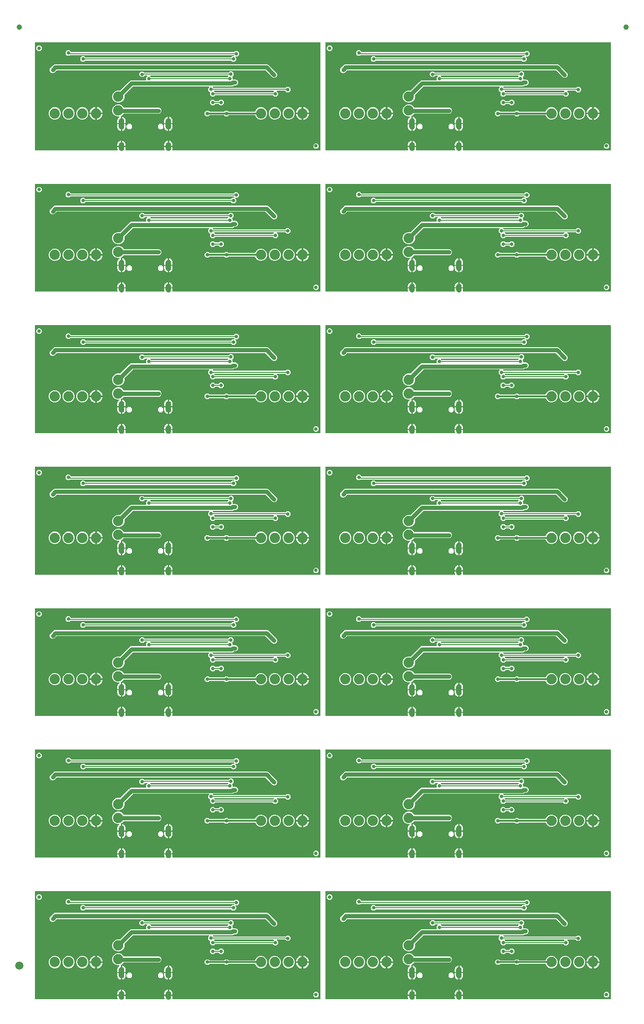
<source format=gbl>
G04 EAGLE Gerber RS-274X export*
G75*
%MOMM*%
%FSLAX34Y34*%
%LPD*%
%INBottom Copper*%
%IPPOS*%
%AMOC8*
5,1,8,0,0,1.08239X$1,22.5*%
G01*
%ADD10C,0.635000*%
%ADD11C,0.755600*%
%ADD12C,1.879600*%
%ADD13C,1.000000*%
%ADD14C,1.500000*%
%ADD15C,0.655600*%
%ADD16C,0.304800*%
%ADD17C,0.177800*%
%ADD18C,0.762000*%
%ADD19C,0.558800*%

G36*
X784375Y1126D02*
X784375Y1126D01*
X784380Y1132D01*
X784385Y1129D01*
X785442Y1499D01*
X785447Y1506D01*
X785452Y1503D01*
X786400Y2099D01*
X786403Y2107D01*
X786409Y2106D01*
X787200Y2898D01*
X787202Y2906D01*
X787207Y2906D01*
X787803Y3854D01*
X787802Y3863D01*
X787808Y3864D01*
X788178Y4921D01*
X788176Y4925D01*
X788179Y4927D01*
X788177Y4930D01*
X788180Y4932D01*
X788305Y6045D01*
X788303Y6048D01*
X788306Y6050D01*
X788306Y8051D01*
X790847Y8051D01*
X790847Y5302D01*
X790555Y3836D01*
X790243Y3081D01*
X790232Y3037D01*
X790213Y2995D01*
X790204Y2918D01*
X790187Y2842D01*
X790191Y2796D01*
X790186Y2751D01*
X790203Y2674D01*
X790210Y2597D01*
X790228Y2555D01*
X790238Y2510D01*
X790278Y2443D01*
X790310Y2372D01*
X790341Y2338D01*
X790364Y2299D01*
X790424Y2248D01*
X790476Y2191D01*
X790516Y2169D01*
X790551Y2139D01*
X790624Y2110D01*
X790692Y2073D01*
X790737Y2064D01*
X790779Y2047D01*
X790915Y2032D01*
X790934Y2029D01*
X790939Y2030D01*
X790946Y2029D01*
X1062286Y2029D01*
X1062306Y2032D01*
X1062326Y2030D01*
X1062427Y2052D01*
X1062529Y2068D01*
X1062547Y2078D01*
X1062566Y2082D01*
X1062655Y2135D01*
X1062747Y2184D01*
X1062760Y2198D01*
X1062777Y2208D01*
X1062845Y2287D01*
X1062916Y2362D01*
X1062924Y2380D01*
X1062937Y2395D01*
X1062976Y2491D01*
X1063020Y2585D01*
X1063022Y2605D01*
X1063029Y2623D01*
X1063048Y2790D01*
X1063048Y200000D01*
X1063044Y200020D01*
X1063047Y200039D01*
X1063025Y200141D01*
X1063008Y200243D01*
X1062999Y200260D01*
X1062994Y200280D01*
X1062941Y200369D01*
X1062893Y200460D01*
X1062878Y200474D01*
X1062868Y200491D01*
X1062789Y200558D01*
X1062714Y200630D01*
X1062696Y200638D01*
X1062681Y200651D01*
X1062585Y200690D01*
X1062491Y200733D01*
X1062472Y200735D01*
X1062453Y200743D01*
X1062286Y200761D01*
X537866Y200761D01*
X537847Y200758D01*
X537827Y200760D01*
X537726Y200738D01*
X537624Y200722D01*
X537606Y200712D01*
X537587Y200708D01*
X537498Y200655D01*
X537406Y200606D01*
X537393Y200592D01*
X537375Y200582D01*
X537308Y200503D01*
X537237Y200428D01*
X537229Y200410D01*
X537216Y200395D01*
X537177Y200299D01*
X537133Y200205D01*
X537131Y200185D01*
X537124Y200167D01*
X537105Y200000D01*
X537105Y2790D01*
X537108Y2770D01*
X537106Y2751D01*
X537128Y2649D01*
X537145Y2547D01*
X537154Y2530D01*
X537158Y2510D01*
X537212Y2421D01*
X537260Y2330D01*
X537274Y2316D01*
X537285Y2299D01*
X537363Y2232D01*
X537438Y2160D01*
X537456Y2152D01*
X537472Y2139D01*
X537568Y2100D01*
X537661Y2057D01*
X537681Y2055D01*
X537700Y2047D01*
X537866Y2029D01*
X689207Y2029D01*
X689252Y2036D01*
X689298Y2034D01*
X689373Y2056D01*
X689449Y2068D01*
X689490Y2090D01*
X689534Y2103D01*
X689598Y2147D01*
X689667Y2184D01*
X689698Y2217D01*
X689736Y2243D01*
X689783Y2306D01*
X689836Y2362D01*
X689855Y2404D01*
X689883Y2440D01*
X689907Y2514D01*
X689940Y2585D01*
X689945Y2631D01*
X689959Y2674D01*
X689958Y2752D01*
X689967Y2829D01*
X689957Y2874D01*
X689957Y2920D01*
X689919Y3052D01*
X689915Y3070D01*
X689912Y3074D01*
X689910Y3081D01*
X689597Y3836D01*
X689306Y5303D01*
X689306Y8051D01*
X691847Y8051D01*
X691847Y6050D01*
X691850Y6047D01*
X691847Y6045D01*
X691973Y4932D01*
X691979Y4926D01*
X691975Y4921D01*
X692345Y3864D01*
X692352Y3860D01*
X692350Y3854D01*
X692946Y2906D01*
X692953Y2903D01*
X692952Y2898D01*
X693744Y2106D01*
X693752Y2105D01*
X693753Y2099D01*
X694701Y1503D01*
X694709Y1504D01*
X694711Y1499D01*
X695768Y1129D01*
X695775Y1131D01*
X695778Y1126D01*
X696891Y1001D01*
X696898Y1005D01*
X696902Y1001D01*
X698015Y1126D01*
X698020Y1132D01*
X698025Y1129D01*
X699082Y1499D01*
X699087Y1506D01*
X699092Y1503D01*
X700040Y2099D01*
X700043Y2107D01*
X700049Y2106D01*
X700840Y2898D01*
X700842Y2906D01*
X700847Y2906D01*
X701443Y3854D01*
X701442Y3863D01*
X701448Y3864D01*
X701818Y4921D01*
X701816Y4925D01*
X701819Y4927D01*
X701817Y4930D01*
X701820Y4932D01*
X701945Y6045D01*
X701943Y6048D01*
X701946Y6050D01*
X701946Y8051D01*
X704487Y8051D01*
X704487Y5302D01*
X704195Y3836D01*
X703883Y3081D01*
X703872Y3037D01*
X703853Y2995D01*
X703844Y2918D01*
X703827Y2842D01*
X703831Y2796D01*
X703826Y2751D01*
X703843Y2674D01*
X703850Y2597D01*
X703868Y2555D01*
X703878Y2510D01*
X703918Y2443D01*
X703950Y2372D01*
X703981Y2338D01*
X704004Y2299D01*
X704064Y2248D01*
X704116Y2191D01*
X704156Y2169D01*
X704191Y2139D01*
X704264Y2110D01*
X704332Y2073D01*
X704377Y2064D01*
X704419Y2047D01*
X704555Y2032D01*
X704574Y2029D01*
X704579Y2030D01*
X704586Y2029D01*
X775567Y2029D01*
X775612Y2036D01*
X775658Y2034D01*
X775733Y2056D01*
X775809Y2068D01*
X775850Y2090D01*
X775894Y2103D01*
X775958Y2147D01*
X776027Y2184D01*
X776058Y2217D01*
X776096Y2243D01*
X776142Y2305D01*
X776196Y2362D01*
X776215Y2404D01*
X776243Y2440D01*
X776267Y2514D01*
X776300Y2585D01*
X776305Y2631D01*
X776319Y2674D01*
X776318Y2752D01*
X776327Y2829D01*
X776317Y2874D01*
X776317Y2920D01*
X776279Y3052D01*
X776275Y3070D01*
X776272Y3074D01*
X776270Y3081D01*
X775957Y3836D01*
X775666Y5302D01*
X775666Y8051D01*
X778207Y8051D01*
X778207Y6050D01*
X778210Y6047D01*
X778207Y6045D01*
X778333Y4932D01*
X778339Y4926D01*
X778335Y4921D01*
X778705Y3864D01*
X778712Y3860D01*
X778710Y3854D01*
X779306Y2906D01*
X779313Y2903D01*
X779312Y2898D01*
X780104Y2106D01*
X780112Y2105D01*
X780113Y2099D01*
X781061Y1503D01*
X781069Y1504D01*
X781071Y1499D01*
X782128Y1129D01*
X782135Y1131D01*
X782138Y1126D01*
X783251Y1001D01*
X783258Y1005D01*
X783262Y1001D01*
X784375Y1126D01*
G37*
G36*
X249298Y1126D02*
X249298Y1126D01*
X249304Y1132D01*
X249309Y1129D01*
X250366Y1499D01*
X250370Y1506D01*
X250376Y1503D01*
X251324Y2099D01*
X251327Y2107D01*
X251332Y2106D01*
X252124Y2898D01*
X252125Y2906D01*
X252131Y2906D01*
X252727Y3854D01*
X252726Y3863D01*
X252731Y3864D01*
X253101Y4921D01*
X253100Y4925D01*
X253102Y4927D01*
X253100Y4930D01*
X253104Y4932D01*
X253229Y6045D01*
X253227Y6048D01*
X253229Y6050D01*
X253229Y8051D01*
X255771Y8051D01*
X255771Y5302D01*
X255479Y3836D01*
X255166Y3081D01*
X255156Y3037D01*
X255137Y2995D01*
X255128Y2918D01*
X255110Y2842D01*
X255115Y2796D01*
X255110Y2751D01*
X255126Y2674D01*
X255133Y2597D01*
X255152Y2555D01*
X255162Y2510D01*
X255202Y2443D01*
X255233Y2372D01*
X255264Y2338D01*
X255288Y2299D01*
X255347Y2248D01*
X255400Y2191D01*
X255440Y2169D01*
X255475Y2139D01*
X255547Y2110D01*
X255615Y2073D01*
X255660Y2064D01*
X255703Y2047D01*
X255839Y2032D01*
X255857Y2029D01*
X255862Y2030D01*
X255870Y2029D01*
X527210Y2029D01*
X527230Y2032D01*
X527249Y2030D01*
X527351Y2052D01*
X527453Y2068D01*
X527470Y2078D01*
X527490Y2082D01*
X527579Y2135D01*
X527670Y2184D01*
X527684Y2198D01*
X527701Y2208D01*
X527768Y2287D01*
X527840Y2362D01*
X527848Y2380D01*
X527861Y2395D01*
X527900Y2491D01*
X527943Y2585D01*
X527945Y2605D01*
X527953Y2623D01*
X527971Y2790D01*
X527971Y200000D01*
X527968Y200020D01*
X527970Y200039D01*
X527948Y200141D01*
X527932Y200243D01*
X527922Y200260D01*
X527918Y200280D01*
X527865Y200369D01*
X527816Y200460D01*
X527802Y200474D01*
X527792Y200491D01*
X527713Y200558D01*
X527638Y200630D01*
X527620Y200638D01*
X527605Y200651D01*
X527509Y200690D01*
X527415Y200733D01*
X527395Y200735D01*
X527377Y200743D01*
X527210Y200761D01*
X2790Y200761D01*
X2770Y200758D01*
X2751Y200760D01*
X2649Y200738D01*
X2547Y200722D01*
X2530Y200712D01*
X2510Y200708D01*
X2421Y200655D01*
X2330Y200606D01*
X2316Y200592D01*
X2299Y200582D01*
X2232Y200503D01*
X2160Y200428D01*
X2152Y200410D01*
X2139Y200395D01*
X2100Y200299D01*
X2057Y200205D01*
X2055Y200185D01*
X2047Y200167D01*
X2029Y200000D01*
X2029Y2790D01*
X2032Y2770D01*
X2030Y2751D01*
X2052Y2649D01*
X2068Y2547D01*
X2078Y2530D01*
X2082Y2510D01*
X2135Y2421D01*
X2184Y2330D01*
X2198Y2316D01*
X2208Y2299D01*
X2287Y2232D01*
X2362Y2160D01*
X2380Y2152D01*
X2395Y2139D01*
X2491Y2100D01*
X2585Y2057D01*
X2605Y2055D01*
X2623Y2047D01*
X2790Y2029D01*
X154130Y2029D01*
X154175Y2036D01*
X154221Y2034D01*
X154296Y2056D01*
X154373Y2068D01*
X154413Y2090D01*
X154458Y2103D01*
X154522Y2147D01*
X154590Y2184D01*
X154622Y2217D01*
X154660Y2243D01*
X154706Y2306D01*
X154760Y2362D01*
X154779Y2404D01*
X154806Y2440D01*
X154831Y2514D01*
X154863Y2585D01*
X154868Y2631D01*
X154883Y2674D01*
X154882Y2752D01*
X154890Y2829D01*
X154881Y2874D01*
X154880Y2920D01*
X154842Y3052D01*
X154838Y3070D01*
X154836Y3074D01*
X154834Y3081D01*
X154521Y3836D01*
X154229Y5303D01*
X154229Y8051D01*
X156771Y8051D01*
X156771Y6050D01*
X156773Y6047D01*
X156771Y6045D01*
X156896Y4932D01*
X156902Y4926D01*
X156899Y4921D01*
X157269Y3864D01*
X157276Y3860D01*
X157273Y3854D01*
X157869Y2906D01*
X157877Y2903D01*
X157876Y2898D01*
X158668Y2106D01*
X158676Y2105D01*
X158676Y2099D01*
X159624Y1503D01*
X159633Y1504D01*
X159634Y1499D01*
X160691Y1129D01*
X160699Y1131D01*
X160702Y1126D01*
X161815Y1001D01*
X161822Y1005D01*
X161826Y1001D01*
X162938Y1126D01*
X162944Y1132D01*
X162949Y1129D01*
X164006Y1499D01*
X164010Y1506D01*
X164016Y1503D01*
X164964Y2099D01*
X164967Y2107D01*
X164972Y2106D01*
X165764Y2898D01*
X165765Y2906D01*
X165771Y2906D01*
X166367Y3854D01*
X166366Y3863D01*
X166371Y3864D01*
X166741Y4921D01*
X166740Y4925D01*
X166742Y4927D01*
X166740Y4930D01*
X166744Y4932D01*
X166869Y6045D01*
X166867Y6048D01*
X166869Y6050D01*
X166869Y8051D01*
X169411Y8051D01*
X169411Y5302D01*
X169119Y3836D01*
X168806Y3081D01*
X168796Y3037D01*
X168777Y2995D01*
X168768Y2918D01*
X168750Y2842D01*
X168755Y2796D01*
X168750Y2751D01*
X168766Y2674D01*
X168773Y2597D01*
X168792Y2555D01*
X168802Y2510D01*
X168842Y2443D01*
X168873Y2372D01*
X168904Y2338D01*
X168928Y2299D01*
X168987Y2248D01*
X169040Y2191D01*
X169080Y2169D01*
X169115Y2139D01*
X169187Y2110D01*
X169255Y2073D01*
X169300Y2064D01*
X169343Y2047D01*
X169479Y2032D01*
X169497Y2029D01*
X169502Y2030D01*
X169510Y2029D01*
X240490Y2029D01*
X240535Y2036D01*
X240581Y2034D01*
X240656Y2056D01*
X240733Y2068D01*
X240773Y2090D01*
X240818Y2103D01*
X240882Y2147D01*
X240950Y2184D01*
X240982Y2217D01*
X241020Y2243D01*
X241066Y2305D01*
X241120Y2362D01*
X241139Y2404D01*
X241166Y2440D01*
X241191Y2514D01*
X241223Y2585D01*
X241228Y2631D01*
X241243Y2674D01*
X241242Y2752D01*
X241250Y2829D01*
X241241Y2874D01*
X241240Y2920D01*
X241202Y3052D01*
X241198Y3070D01*
X241196Y3074D01*
X241194Y3081D01*
X240881Y3836D01*
X240589Y5302D01*
X240589Y8051D01*
X243131Y8051D01*
X243131Y6050D01*
X243133Y6047D01*
X243131Y6045D01*
X243256Y4932D01*
X243262Y4926D01*
X243259Y4921D01*
X243629Y3864D01*
X243636Y3860D01*
X243633Y3854D01*
X244229Y2906D01*
X244237Y2903D01*
X244236Y2898D01*
X245028Y2106D01*
X245036Y2105D01*
X245036Y2099D01*
X245984Y1503D01*
X245993Y1504D01*
X245994Y1499D01*
X247051Y1129D01*
X247059Y1131D01*
X247062Y1126D01*
X248175Y1001D01*
X248182Y1005D01*
X248186Y1001D01*
X249298Y1126D01*
G37*
G36*
X784375Y1564014D02*
X784375Y1564014D01*
X784380Y1564020D01*
X784385Y1564016D01*
X785442Y1564386D01*
X785447Y1564393D01*
X785452Y1564391D01*
X786400Y1564987D01*
X786403Y1564994D01*
X786409Y1564993D01*
X787200Y1565785D01*
X787202Y1565793D01*
X787207Y1565794D01*
X787803Y1566742D01*
X787802Y1566750D01*
X787808Y1566752D01*
X788178Y1567809D01*
X788176Y1567813D01*
X788179Y1567815D01*
X788177Y1567817D01*
X788180Y1567819D01*
X788305Y1568932D01*
X788303Y1568936D01*
X788306Y1568937D01*
X788306Y1570938D01*
X790847Y1570938D01*
X790847Y1568190D01*
X790555Y1566723D01*
X790243Y1565969D01*
X790232Y1565924D01*
X790213Y1565882D01*
X790204Y1565805D01*
X790187Y1565729D01*
X790191Y1565684D01*
X790186Y1565638D01*
X790203Y1565562D01*
X790210Y1565484D01*
X790228Y1565442D01*
X790238Y1565398D01*
X790278Y1565331D01*
X790310Y1565260D01*
X790341Y1565226D01*
X790364Y1565186D01*
X790424Y1565136D01*
X790476Y1565079D01*
X790516Y1565056D01*
X790551Y1565027D01*
X790624Y1564997D01*
X790692Y1564960D01*
X790737Y1564952D01*
X790779Y1564935D01*
X790915Y1564920D01*
X790934Y1564916D01*
X790939Y1564917D01*
X790946Y1564916D01*
X1062286Y1564916D01*
X1062306Y1564919D01*
X1062326Y1564917D01*
X1062427Y1564939D01*
X1062529Y1564956D01*
X1062547Y1564965D01*
X1062566Y1564969D01*
X1062655Y1565023D01*
X1062747Y1565071D01*
X1062760Y1565085D01*
X1062777Y1565096D01*
X1062845Y1565174D01*
X1062916Y1565249D01*
X1062924Y1565267D01*
X1062937Y1565283D01*
X1062976Y1565379D01*
X1063020Y1565472D01*
X1063022Y1565492D01*
X1063029Y1565511D01*
X1063048Y1565677D01*
X1063048Y1762887D01*
X1063044Y1762907D01*
X1063047Y1762927D01*
X1063025Y1763028D01*
X1063008Y1763130D01*
X1062999Y1763148D01*
X1062994Y1763167D01*
X1062941Y1763256D01*
X1062893Y1763348D01*
X1062878Y1763361D01*
X1062868Y1763378D01*
X1062789Y1763446D01*
X1062714Y1763517D01*
X1062696Y1763525D01*
X1062681Y1763538D01*
X1062585Y1763577D01*
X1062491Y1763621D01*
X1062472Y1763623D01*
X1062453Y1763630D01*
X1062286Y1763649D01*
X537866Y1763649D01*
X537847Y1763645D01*
X537827Y1763648D01*
X537726Y1763626D01*
X537624Y1763609D01*
X537606Y1763600D01*
X537587Y1763595D01*
X537498Y1763542D01*
X537406Y1763494D01*
X537393Y1763479D01*
X537375Y1763469D01*
X537308Y1763390D01*
X537237Y1763315D01*
X537229Y1763297D01*
X537216Y1763282D01*
X537177Y1763186D01*
X537133Y1763092D01*
X537131Y1763073D01*
X537124Y1763054D01*
X537105Y1762887D01*
X537105Y1565677D01*
X537108Y1565658D01*
X537106Y1565638D01*
X537128Y1565537D01*
X537145Y1565435D01*
X537154Y1565417D01*
X537158Y1565398D01*
X537212Y1565309D01*
X537260Y1565217D01*
X537274Y1565204D01*
X537285Y1565186D01*
X537363Y1565119D01*
X537438Y1565048D01*
X537456Y1565040D01*
X537472Y1565027D01*
X537568Y1564988D01*
X537661Y1564944D01*
X537681Y1564942D01*
X537700Y1564935D01*
X537866Y1564916D01*
X689207Y1564916D01*
X689252Y1564924D01*
X689298Y1564922D01*
X689373Y1564943D01*
X689449Y1564956D01*
X689490Y1564977D01*
X689534Y1564990D01*
X689598Y1565035D01*
X689667Y1565071D01*
X689698Y1565104D01*
X689736Y1565130D01*
X689783Y1565193D01*
X689836Y1565249D01*
X689855Y1565291D01*
X689883Y1565328D01*
X689907Y1565402D01*
X689940Y1565472D01*
X689945Y1565518D01*
X689959Y1565562D01*
X689958Y1565640D01*
X689967Y1565717D01*
X689957Y1565762D01*
X689957Y1565808D01*
X689919Y1565939D01*
X689915Y1565957D01*
X689912Y1565961D01*
X689910Y1565969D01*
X689597Y1566723D01*
X689306Y1568190D01*
X689306Y1570938D01*
X691847Y1570938D01*
X691847Y1568937D01*
X691850Y1568934D01*
X691847Y1568932D01*
X691973Y1567819D01*
X691979Y1567813D01*
X691975Y1567809D01*
X692345Y1566752D01*
X692352Y1566747D01*
X692350Y1566742D01*
X692946Y1565794D01*
X692953Y1565791D01*
X692952Y1565785D01*
X693744Y1564993D01*
X693752Y1564992D01*
X693753Y1564987D01*
X694701Y1564391D01*
X694709Y1564392D01*
X694711Y1564386D01*
X695768Y1564016D01*
X695775Y1564019D01*
X695778Y1564014D01*
X696891Y1563888D01*
X696898Y1563893D01*
X696902Y1563888D01*
X698015Y1564014D01*
X698020Y1564020D01*
X698025Y1564016D01*
X699082Y1564386D01*
X699087Y1564393D01*
X699092Y1564391D01*
X700040Y1564987D01*
X700043Y1564994D01*
X700049Y1564993D01*
X700840Y1565785D01*
X700842Y1565793D01*
X700847Y1565794D01*
X701443Y1566742D01*
X701442Y1566750D01*
X701448Y1566752D01*
X701818Y1567809D01*
X701816Y1567813D01*
X701819Y1567815D01*
X701817Y1567817D01*
X701820Y1567819D01*
X701945Y1568932D01*
X701943Y1568936D01*
X701946Y1568937D01*
X701946Y1570938D01*
X704487Y1570938D01*
X704487Y1568190D01*
X704195Y1566723D01*
X703883Y1565969D01*
X703872Y1565924D01*
X703853Y1565882D01*
X703844Y1565805D01*
X703827Y1565729D01*
X703831Y1565684D01*
X703826Y1565638D01*
X703843Y1565562D01*
X703850Y1565484D01*
X703868Y1565442D01*
X703878Y1565398D01*
X703918Y1565331D01*
X703950Y1565260D01*
X703981Y1565226D01*
X704004Y1565186D01*
X704064Y1565136D01*
X704116Y1565079D01*
X704156Y1565056D01*
X704191Y1565027D01*
X704264Y1564997D01*
X704332Y1564960D01*
X704377Y1564952D01*
X704419Y1564935D01*
X704555Y1564920D01*
X704574Y1564916D01*
X704579Y1564917D01*
X704586Y1564916D01*
X775567Y1564916D01*
X775612Y1564924D01*
X775658Y1564922D01*
X775733Y1564943D01*
X775809Y1564956D01*
X775850Y1564977D01*
X775894Y1564990D01*
X775958Y1565035D01*
X776027Y1565071D01*
X776058Y1565104D01*
X776096Y1565130D01*
X776142Y1565193D01*
X776196Y1565249D01*
X776215Y1565291D01*
X776243Y1565328D01*
X776267Y1565402D01*
X776300Y1565472D01*
X776305Y1565518D01*
X776319Y1565562D01*
X776318Y1565640D01*
X776327Y1565717D01*
X776317Y1565762D01*
X776317Y1565808D01*
X776279Y1565939D01*
X776275Y1565957D01*
X776272Y1565961D01*
X776270Y1565969D01*
X775957Y1566723D01*
X775666Y1568190D01*
X775666Y1570938D01*
X778207Y1570938D01*
X778207Y1568937D01*
X778210Y1568934D01*
X778207Y1568932D01*
X778333Y1567819D01*
X778339Y1567813D01*
X778335Y1567809D01*
X778705Y1566752D01*
X778712Y1566747D01*
X778710Y1566742D01*
X779306Y1565794D01*
X779313Y1565791D01*
X779312Y1565785D01*
X780104Y1564993D01*
X780112Y1564992D01*
X780113Y1564987D01*
X781061Y1564391D01*
X781069Y1564392D01*
X781071Y1564386D01*
X782128Y1564016D01*
X782135Y1564019D01*
X782138Y1564014D01*
X783251Y1563888D01*
X783258Y1563893D01*
X783262Y1563888D01*
X784375Y1564014D01*
G37*
G36*
X249298Y1564014D02*
X249298Y1564014D01*
X249304Y1564020D01*
X249309Y1564016D01*
X250366Y1564386D01*
X250370Y1564393D01*
X250376Y1564391D01*
X251324Y1564987D01*
X251327Y1564994D01*
X251332Y1564993D01*
X252124Y1565785D01*
X252125Y1565793D01*
X252131Y1565794D01*
X252727Y1566742D01*
X252726Y1566750D01*
X252731Y1566752D01*
X253101Y1567809D01*
X253100Y1567813D01*
X253102Y1567815D01*
X253100Y1567817D01*
X253104Y1567819D01*
X253229Y1568932D01*
X253227Y1568936D01*
X253229Y1568937D01*
X253229Y1570938D01*
X255771Y1570938D01*
X255771Y1568190D01*
X255479Y1566723D01*
X255166Y1565969D01*
X255156Y1565924D01*
X255137Y1565882D01*
X255128Y1565805D01*
X255110Y1565729D01*
X255115Y1565684D01*
X255110Y1565638D01*
X255126Y1565562D01*
X255133Y1565484D01*
X255152Y1565442D01*
X255162Y1565398D01*
X255202Y1565331D01*
X255233Y1565260D01*
X255264Y1565226D01*
X255288Y1565186D01*
X255347Y1565136D01*
X255400Y1565079D01*
X255440Y1565056D01*
X255475Y1565027D01*
X255547Y1564997D01*
X255615Y1564960D01*
X255660Y1564952D01*
X255703Y1564935D01*
X255839Y1564920D01*
X255857Y1564916D01*
X255862Y1564917D01*
X255870Y1564916D01*
X527210Y1564916D01*
X527230Y1564919D01*
X527249Y1564917D01*
X527351Y1564939D01*
X527453Y1564956D01*
X527470Y1564965D01*
X527490Y1564969D01*
X527579Y1565023D01*
X527670Y1565071D01*
X527684Y1565085D01*
X527701Y1565096D01*
X527768Y1565174D01*
X527840Y1565249D01*
X527848Y1565267D01*
X527861Y1565283D01*
X527900Y1565379D01*
X527943Y1565472D01*
X527945Y1565492D01*
X527953Y1565511D01*
X527971Y1565677D01*
X527971Y1762887D01*
X527968Y1762907D01*
X527970Y1762927D01*
X527948Y1763028D01*
X527932Y1763130D01*
X527922Y1763148D01*
X527918Y1763167D01*
X527865Y1763256D01*
X527816Y1763348D01*
X527802Y1763361D01*
X527792Y1763378D01*
X527713Y1763446D01*
X527638Y1763517D01*
X527620Y1763525D01*
X527605Y1763538D01*
X527509Y1763577D01*
X527415Y1763621D01*
X527395Y1763623D01*
X527377Y1763630D01*
X527210Y1763649D01*
X2790Y1763649D01*
X2770Y1763645D01*
X2751Y1763648D01*
X2649Y1763626D01*
X2547Y1763609D01*
X2530Y1763600D01*
X2510Y1763595D01*
X2421Y1763542D01*
X2330Y1763494D01*
X2316Y1763479D01*
X2299Y1763469D01*
X2232Y1763390D01*
X2160Y1763315D01*
X2152Y1763297D01*
X2139Y1763282D01*
X2100Y1763186D01*
X2057Y1763092D01*
X2055Y1763073D01*
X2047Y1763054D01*
X2029Y1762887D01*
X2029Y1565677D01*
X2032Y1565658D01*
X2030Y1565638D01*
X2052Y1565537D01*
X2068Y1565435D01*
X2078Y1565417D01*
X2082Y1565398D01*
X2135Y1565309D01*
X2184Y1565217D01*
X2198Y1565204D01*
X2208Y1565186D01*
X2287Y1565119D01*
X2362Y1565048D01*
X2380Y1565040D01*
X2395Y1565027D01*
X2491Y1564988D01*
X2585Y1564944D01*
X2605Y1564942D01*
X2623Y1564935D01*
X2790Y1564916D01*
X154130Y1564916D01*
X154175Y1564924D01*
X154221Y1564922D01*
X154296Y1564943D01*
X154373Y1564956D01*
X154413Y1564977D01*
X154458Y1564990D01*
X154522Y1565035D01*
X154590Y1565071D01*
X154622Y1565104D01*
X154660Y1565130D01*
X154706Y1565193D01*
X154760Y1565249D01*
X154779Y1565291D01*
X154806Y1565328D01*
X154831Y1565402D01*
X154863Y1565472D01*
X154868Y1565518D01*
X154883Y1565562D01*
X154882Y1565640D01*
X154890Y1565717D01*
X154881Y1565762D01*
X154880Y1565808D01*
X154842Y1565939D01*
X154838Y1565957D01*
X154836Y1565961D01*
X154834Y1565969D01*
X154521Y1566723D01*
X154229Y1568190D01*
X154229Y1570938D01*
X156771Y1570938D01*
X156771Y1568937D01*
X156773Y1568934D01*
X156771Y1568932D01*
X156896Y1567819D01*
X156902Y1567813D01*
X156899Y1567809D01*
X157269Y1566752D01*
X157276Y1566747D01*
X157273Y1566742D01*
X157869Y1565794D01*
X157877Y1565791D01*
X157876Y1565785D01*
X158668Y1564993D01*
X158676Y1564992D01*
X158676Y1564987D01*
X159624Y1564391D01*
X159633Y1564392D01*
X159634Y1564386D01*
X160691Y1564016D01*
X160699Y1564019D01*
X160702Y1564014D01*
X161815Y1563888D01*
X161822Y1563893D01*
X161826Y1563888D01*
X162938Y1564014D01*
X162944Y1564020D01*
X162949Y1564016D01*
X164006Y1564386D01*
X164010Y1564393D01*
X164016Y1564391D01*
X164964Y1564987D01*
X164967Y1564994D01*
X164972Y1564993D01*
X165764Y1565785D01*
X165765Y1565793D01*
X165771Y1565794D01*
X166367Y1566742D01*
X166366Y1566750D01*
X166371Y1566752D01*
X166741Y1567809D01*
X166740Y1567813D01*
X166742Y1567815D01*
X166740Y1567817D01*
X166744Y1567819D01*
X166869Y1568932D01*
X166867Y1568936D01*
X166869Y1568937D01*
X166869Y1570938D01*
X169411Y1570938D01*
X169411Y1568190D01*
X169119Y1566723D01*
X168806Y1565969D01*
X168796Y1565924D01*
X168777Y1565882D01*
X168768Y1565805D01*
X168750Y1565729D01*
X168755Y1565684D01*
X168750Y1565638D01*
X168766Y1565562D01*
X168773Y1565484D01*
X168792Y1565442D01*
X168802Y1565398D01*
X168842Y1565331D01*
X168873Y1565260D01*
X168904Y1565226D01*
X168928Y1565186D01*
X168987Y1565136D01*
X169040Y1565079D01*
X169080Y1565056D01*
X169115Y1565027D01*
X169187Y1564997D01*
X169255Y1564960D01*
X169300Y1564952D01*
X169343Y1564935D01*
X169479Y1564920D01*
X169497Y1564916D01*
X169502Y1564917D01*
X169510Y1564916D01*
X240490Y1564916D01*
X240535Y1564924D01*
X240581Y1564922D01*
X240656Y1564943D01*
X240733Y1564956D01*
X240773Y1564977D01*
X240818Y1564990D01*
X240882Y1565035D01*
X240950Y1565071D01*
X240982Y1565104D01*
X241020Y1565130D01*
X241066Y1565193D01*
X241120Y1565249D01*
X241139Y1565291D01*
X241166Y1565328D01*
X241191Y1565402D01*
X241223Y1565472D01*
X241228Y1565518D01*
X241243Y1565562D01*
X241242Y1565640D01*
X241250Y1565717D01*
X241241Y1565762D01*
X241240Y1565808D01*
X241202Y1565939D01*
X241198Y1565957D01*
X241196Y1565961D01*
X241194Y1565969D01*
X240881Y1566723D01*
X240589Y1568190D01*
X240589Y1570938D01*
X243131Y1570938D01*
X243131Y1568937D01*
X243133Y1568934D01*
X243131Y1568932D01*
X243256Y1567819D01*
X243262Y1567813D01*
X243259Y1567809D01*
X243629Y1566752D01*
X243636Y1566747D01*
X243633Y1566742D01*
X244229Y1565794D01*
X244237Y1565791D01*
X244236Y1565785D01*
X245028Y1564993D01*
X245036Y1564992D01*
X245036Y1564987D01*
X245984Y1564391D01*
X245993Y1564392D01*
X245994Y1564386D01*
X247051Y1564016D01*
X247059Y1564019D01*
X247062Y1564014D01*
X248175Y1563888D01*
X248182Y1563893D01*
X248186Y1563888D01*
X249298Y1564014D01*
G37*
G36*
X249298Y522080D02*
X249298Y522080D01*
X249304Y522086D01*
X249309Y522083D01*
X250366Y522453D01*
X250370Y522460D01*
X250376Y522457D01*
X251324Y523053D01*
X251327Y523061D01*
X251332Y523060D01*
X252124Y523852D01*
X252125Y523860D01*
X252131Y523860D01*
X252727Y524808D01*
X252726Y524817D01*
X252731Y524818D01*
X253101Y525875D01*
X253100Y525879D01*
X253102Y525881D01*
X253100Y525884D01*
X253104Y525886D01*
X253229Y526999D01*
X253227Y527002D01*
X253229Y527004D01*
X253229Y529005D01*
X255771Y529005D01*
X255771Y526256D01*
X255479Y524790D01*
X255166Y524035D01*
X255156Y523991D01*
X255137Y523949D01*
X255128Y523872D01*
X255110Y523796D01*
X255115Y523750D01*
X255110Y523705D01*
X255126Y523628D01*
X255133Y523551D01*
X255152Y523509D01*
X255162Y523464D01*
X255202Y523397D01*
X255233Y523326D01*
X255264Y523292D01*
X255288Y523253D01*
X255347Y523202D01*
X255400Y523145D01*
X255440Y523123D01*
X255475Y523093D01*
X255547Y523064D01*
X255615Y523027D01*
X255660Y523018D01*
X255703Y523001D01*
X255839Y522986D01*
X255857Y522983D01*
X255862Y522984D01*
X255870Y522983D01*
X527210Y522983D01*
X527230Y522986D01*
X527249Y522984D01*
X527351Y523006D01*
X527453Y523022D01*
X527470Y523032D01*
X527490Y523036D01*
X527579Y523089D01*
X527670Y523138D01*
X527684Y523152D01*
X527701Y523162D01*
X527768Y523241D01*
X527840Y523316D01*
X527848Y523334D01*
X527861Y523349D01*
X527900Y523445D01*
X527943Y523539D01*
X527945Y523559D01*
X527953Y523577D01*
X527971Y523744D01*
X527971Y720954D01*
X527968Y720974D01*
X527970Y720993D01*
X527948Y721095D01*
X527932Y721197D01*
X527922Y721214D01*
X527918Y721234D01*
X527865Y721323D01*
X527816Y721414D01*
X527802Y721428D01*
X527792Y721445D01*
X527713Y721512D01*
X527638Y721584D01*
X527620Y721592D01*
X527605Y721605D01*
X527509Y721644D01*
X527415Y721687D01*
X527395Y721689D01*
X527377Y721697D01*
X527210Y721715D01*
X2790Y721715D01*
X2770Y721712D01*
X2751Y721714D01*
X2649Y721692D01*
X2547Y721676D01*
X2530Y721666D01*
X2510Y721662D01*
X2421Y721609D01*
X2330Y721560D01*
X2316Y721546D01*
X2299Y721536D01*
X2232Y721457D01*
X2160Y721382D01*
X2152Y721364D01*
X2139Y721349D01*
X2100Y721253D01*
X2057Y721159D01*
X2055Y721139D01*
X2047Y721121D01*
X2029Y720954D01*
X2029Y523744D01*
X2032Y523724D01*
X2030Y523705D01*
X2052Y523603D01*
X2068Y523501D01*
X2078Y523484D01*
X2082Y523464D01*
X2135Y523375D01*
X2184Y523284D01*
X2198Y523270D01*
X2208Y523253D01*
X2287Y523186D01*
X2362Y523114D01*
X2380Y523106D01*
X2395Y523093D01*
X2491Y523054D01*
X2585Y523011D01*
X2605Y523009D01*
X2623Y523001D01*
X2790Y522983D01*
X154130Y522983D01*
X154175Y522990D01*
X154221Y522988D01*
X154296Y523010D01*
X154373Y523022D01*
X154413Y523044D01*
X154458Y523057D01*
X154522Y523101D01*
X154590Y523138D01*
X154622Y523171D01*
X154660Y523197D01*
X154706Y523260D01*
X154760Y523316D01*
X154779Y523358D01*
X154806Y523394D01*
X154831Y523468D01*
X154863Y523539D01*
X154868Y523585D01*
X154883Y523628D01*
X154882Y523706D01*
X154890Y523783D01*
X154881Y523828D01*
X154880Y523874D01*
X154842Y524006D01*
X154838Y524024D01*
X154836Y524028D01*
X154834Y524035D01*
X154521Y524790D01*
X154229Y526256D01*
X154229Y529005D01*
X156771Y529005D01*
X156771Y527004D01*
X156773Y527001D01*
X156771Y526999D01*
X156896Y525886D01*
X156902Y525880D01*
X156899Y525875D01*
X157269Y524818D01*
X157276Y524814D01*
X157273Y524808D01*
X157869Y523860D01*
X157877Y523857D01*
X157876Y523852D01*
X158668Y523060D01*
X158676Y523059D01*
X158676Y523053D01*
X159624Y522457D01*
X159633Y522458D01*
X159634Y522453D01*
X160691Y522083D01*
X160699Y522085D01*
X160702Y522080D01*
X161815Y521955D01*
X161822Y521959D01*
X161826Y521955D01*
X162938Y522080D01*
X162944Y522086D01*
X162949Y522083D01*
X164006Y522453D01*
X164010Y522460D01*
X164016Y522457D01*
X164964Y523053D01*
X164967Y523061D01*
X164972Y523060D01*
X165764Y523852D01*
X165765Y523860D01*
X165771Y523860D01*
X166367Y524808D01*
X166366Y524817D01*
X166371Y524818D01*
X166741Y525875D01*
X166740Y525879D01*
X166742Y525881D01*
X166740Y525884D01*
X166744Y525886D01*
X166869Y526999D01*
X166867Y527002D01*
X166869Y527004D01*
X166869Y529005D01*
X169411Y529005D01*
X169411Y526256D01*
X169119Y524790D01*
X168806Y524035D01*
X168796Y523991D01*
X168777Y523949D01*
X168768Y523872D01*
X168750Y523796D01*
X168755Y523750D01*
X168750Y523705D01*
X168766Y523628D01*
X168773Y523551D01*
X168792Y523509D01*
X168802Y523464D01*
X168842Y523397D01*
X168873Y523326D01*
X168904Y523292D01*
X168928Y523253D01*
X168987Y523202D01*
X169040Y523145D01*
X169080Y523123D01*
X169115Y523093D01*
X169187Y523064D01*
X169255Y523027D01*
X169300Y523018D01*
X169343Y523001D01*
X169479Y522986D01*
X169497Y522983D01*
X169502Y522984D01*
X169510Y522983D01*
X240490Y522983D01*
X240535Y522990D01*
X240581Y522988D01*
X240656Y523010D01*
X240733Y523022D01*
X240773Y523044D01*
X240818Y523057D01*
X240882Y523101D01*
X240950Y523138D01*
X240982Y523171D01*
X241020Y523197D01*
X241066Y523259D01*
X241120Y523316D01*
X241139Y523358D01*
X241166Y523394D01*
X241191Y523468D01*
X241223Y523539D01*
X241228Y523585D01*
X241243Y523628D01*
X241242Y523706D01*
X241250Y523783D01*
X241241Y523828D01*
X241240Y523874D01*
X241202Y524006D01*
X241198Y524024D01*
X241196Y524028D01*
X241194Y524035D01*
X240881Y524790D01*
X240589Y526256D01*
X240589Y529005D01*
X243131Y529005D01*
X243131Y527004D01*
X243133Y527001D01*
X243131Y526999D01*
X243256Y525886D01*
X243262Y525880D01*
X243259Y525875D01*
X243629Y524818D01*
X243636Y524814D01*
X243633Y524808D01*
X244229Y523860D01*
X244237Y523857D01*
X244236Y523852D01*
X245028Y523060D01*
X245036Y523059D01*
X245036Y523053D01*
X245984Y522457D01*
X245993Y522458D01*
X245994Y522453D01*
X247051Y522083D01*
X247059Y522085D01*
X247062Y522080D01*
X248175Y521955D01*
X248182Y521959D01*
X248186Y521955D01*
X249298Y522080D01*
G37*
G36*
X784375Y522080D02*
X784375Y522080D01*
X784380Y522086D01*
X784385Y522083D01*
X785442Y522453D01*
X785447Y522460D01*
X785452Y522457D01*
X786400Y523053D01*
X786403Y523061D01*
X786409Y523060D01*
X787200Y523852D01*
X787202Y523860D01*
X787207Y523860D01*
X787803Y524808D01*
X787802Y524817D01*
X787808Y524818D01*
X788178Y525875D01*
X788176Y525879D01*
X788179Y525881D01*
X788177Y525884D01*
X788180Y525886D01*
X788305Y526999D01*
X788303Y527002D01*
X788306Y527004D01*
X788306Y529005D01*
X790847Y529005D01*
X790847Y526256D01*
X790555Y524790D01*
X790243Y524035D01*
X790232Y523991D01*
X790213Y523949D01*
X790204Y523872D01*
X790187Y523796D01*
X790191Y523750D01*
X790186Y523705D01*
X790203Y523628D01*
X790210Y523551D01*
X790228Y523509D01*
X790238Y523464D01*
X790278Y523397D01*
X790310Y523326D01*
X790341Y523292D01*
X790364Y523253D01*
X790424Y523202D01*
X790476Y523145D01*
X790516Y523123D01*
X790551Y523093D01*
X790624Y523064D01*
X790692Y523027D01*
X790737Y523018D01*
X790779Y523001D01*
X790915Y522986D01*
X790934Y522983D01*
X790939Y522984D01*
X790946Y522983D01*
X1062286Y522983D01*
X1062306Y522986D01*
X1062326Y522984D01*
X1062427Y523006D01*
X1062529Y523022D01*
X1062547Y523032D01*
X1062566Y523036D01*
X1062655Y523089D01*
X1062747Y523138D01*
X1062760Y523152D01*
X1062777Y523162D01*
X1062845Y523241D01*
X1062916Y523316D01*
X1062924Y523334D01*
X1062937Y523349D01*
X1062976Y523445D01*
X1063020Y523539D01*
X1063022Y523559D01*
X1063029Y523577D01*
X1063048Y523744D01*
X1063048Y720954D01*
X1063044Y720974D01*
X1063047Y720993D01*
X1063025Y721095D01*
X1063008Y721197D01*
X1062999Y721214D01*
X1062994Y721234D01*
X1062941Y721323D01*
X1062893Y721414D01*
X1062878Y721428D01*
X1062868Y721445D01*
X1062789Y721512D01*
X1062714Y721584D01*
X1062696Y721592D01*
X1062681Y721605D01*
X1062585Y721644D01*
X1062491Y721687D01*
X1062472Y721689D01*
X1062453Y721697D01*
X1062286Y721715D01*
X537866Y721715D01*
X537847Y721712D01*
X537827Y721714D01*
X537726Y721692D01*
X537624Y721676D01*
X537606Y721666D01*
X537587Y721662D01*
X537498Y721609D01*
X537406Y721560D01*
X537393Y721546D01*
X537375Y721536D01*
X537308Y721457D01*
X537237Y721382D01*
X537229Y721364D01*
X537216Y721349D01*
X537177Y721253D01*
X537133Y721159D01*
X537131Y721139D01*
X537124Y721121D01*
X537105Y720954D01*
X537105Y523744D01*
X537108Y523724D01*
X537106Y523705D01*
X537128Y523603D01*
X537145Y523501D01*
X537154Y523484D01*
X537158Y523464D01*
X537212Y523375D01*
X537260Y523284D01*
X537274Y523270D01*
X537285Y523253D01*
X537363Y523186D01*
X537438Y523114D01*
X537456Y523106D01*
X537472Y523093D01*
X537568Y523054D01*
X537661Y523011D01*
X537681Y523009D01*
X537700Y523001D01*
X537866Y522983D01*
X689207Y522983D01*
X689252Y522990D01*
X689298Y522988D01*
X689373Y523010D01*
X689449Y523022D01*
X689490Y523044D01*
X689534Y523057D01*
X689598Y523101D01*
X689667Y523138D01*
X689698Y523171D01*
X689736Y523197D01*
X689783Y523260D01*
X689836Y523316D01*
X689855Y523358D01*
X689883Y523394D01*
X689907Y523468D01*
X689940Y523539D01*
X689945Y523585D01*
X689959Y523628D01*
X689958Y523706D01*
X689967Y523783D01*
X689957Y523828D01*
X689957Y523874D01*
X689919Y524006D01*
X689915Y524024D01*
X689912Y524028D01*
X689910Y524035D01*
X689597Y524790D01*
X689306Y526256D01*
X689306Y529005D01*
X691847Y529005D01*
X691847Y527004D01*
X691850Y527001D01*
X691847Y526999D01*
X691973Y525886D01*
X691979Y525880D01*
X691975Y525875D01*
X692345Y524818D01*
X692352Y524814D01*
X692350Y524808D01*
X692946Y523860D01*
X692953Y523857D01*
X692952Y523852D01*
X693744Y523060D01*
X693752Y523059D01*
X693753Y523053D01*
X694701Y522457D01*
X694709Y522458D01*
X694711Y522453D01*
X695768Y522083D01*
X695775Y522085D01*
X695778Y522080D01*
X696891Y521955D01*
X696898Y521959D01*
X696902Y521955D01*
X698015Y522080D01*
X698020Y522086D01*
X698025Y522083D01*
X699082Y522453D01*
X699087Y522460D01*
X699092Y522457D01*
X700040Y523053D01*
X700043Y523061D01*
X700049Y523060D01*
X700840Y523852D01*
X700842Y523860D01*
X700847Y523860D01*
X701443Y524808D01*
X701442Y524817D01*
X701448Y524818D01*
X701818Y525875D01*
X701816Y525879D01*
X701819Y525881D01*
X701817Y525884D01*
X701820Y525886D01*
X701945Y526999D01*
X701943Y527002D01*
X701946Y527004D01*
X701946Y529005D01*
X704487Y529005D01*
X704487Y526256D01*
X704195Y524790D01*
X703883Y524035D01*
X703872Y523991D01*
X703853Y523949D01*
X703844Y523872D01*
X703827Y523796D01*
X703831Y523750D01*
X703826Y523705D01*
X703843Y523628D01*
X703850Y523551D01*
X703868Y523509D01*
X703878Y523464D01*
X703918Y523397D01*
X703950Y523326D01*
X703981Y523292D01*
X704004Y523253D01*
X704064Y523202D01*
X704116Y523145D01*
X704156Y523123D01*
X704191Y523093D01*
X704264Y523064D01*
X704332Y523027D01*
X704377Y523018D01*
X704419Y523001D01*
X704555Y522986D01*
X704574Y522983D01*
X704579Y522984D01*
X704586Y522983D01*
X775567Y522983D01*
X775612Y522990D01*
X775658Y522988D01*
X775733Y523010D01*
X775809Y523022D01*
X775850Y523044D01*
X775894Y523057D01*
X775958Y523101D01*
X776027Y523138D01*
X776058Y523171D01*
X776096Y523197D01*
X776142Y523259D01*
X776196Y523316D01*
X776215Y523358D01*
X776243Y523394D01*
X776267Y523468D01*
X776300Y523539D01*
X776305Y523585D01*
X776319Y523628D01*
X776318Y523706D01*
X776327Y523783D01*
X776317Y523828D01*
X776317Y523874D01*
X776279Y524006D01*
X776275Y524024D01*
X776272Y524028D01*
X776270Y524035D01*
X775957Y524790D01*
X775666Y526256D01*
X775666Y529005D01*
X778207Y529005D01*
X778207Y527004D01*
X778210Y527001D01*
X778207Y526999D01*
X778333Y525886D01*
X778339Y525880D01*
X778335Y525875D01*
X778705Y524818D01*
X778712Y524814D01*
X778710Y524808D01*
X779306Y523860D01*
X779313Y523857D01*
X779312Y523852D01*
X780104Y523060D01*
X780112Y523059D01*
X780113Y523053D01*
X781061Y522457D01*
X781069Y522458D01*
X781071Y522453D01*
X782128Y522083D01*
X782135Y522085D01*
X782138Y522080D01*
X783251Y521955D01*
X783258Y521959D01*
X783262Y521955D01*
X784375Y522080D01*
G37*
G36*
X784375Y261603D02*
X784375Y261603D01*
X784380Y261609D01*
X784385Y261606D01*
X785442Y261976D01*
X785447Y261983D01*
X785452Y261980D01*
X786400Y262576D01*
X786403Y262584D01*
X786409Y262583D01*
X787200Y263375D01*
X787202Y263383D01*
X787207Y263383D01*
X787803Y264331D01*
X787802Y264340D01*
X787808Y264341D01*
X788178Y265398D01*
X788176Y265402D01*
X788179Y265404D01*
X788177Y265407D01*
X788180Y265409D01*
X788305Y266522D01*
X788303Y266525D01*
X788306Y266527D01*
X788306Y268528D01*
X790847Y268528D01*
X790847Y265779D01*
X790555Y264313D01*
X790243Y263558D01*
X790232Y263514D01*
X790213Y263472D01*
X790204Y263395D01*
X790187Y263319D01*
X790191Y263273D01*
X790186Y263228D01*
X790203Y263151D01*
X790210Y263074D01*
X790228Y263032D01*
X790238Y262987D01*
X790278Y262920D01*
X790310Y262849D01*
X790341Y262815D01*
X790364Y262776D01*
X790424Y262725D01*
X790476Y262668D01*
X790516Y262646D01*
X790551Y262616D01*
X790624Y262587D01*
X790692Y262550D01*
X790737Y262541D01*
X790779Y262524D01*
X790915Y262509D01*
X790934Y262506D01*
X790939Y262507D01*
X790946Y262506D01*
X1062286Y262506D01*
X1062306Y262509D01*
X1062326Y262507D01*
X1062427Y262529D01*
X1062529Y262545D01*
X1062547Y262555D01*
X1062566Y262559D01*
X1062655Y262612D01*
X1062747Y262661D01*
X1062760Y262675D01*
X1062777Y262685D01*
X1062845Y262764D01*
X1062916Y262839D01*
X1062924Y262857D01*
X1062937Y262872D01*
X1062976Y262968D01*
X1063020Y263062D01*
X1063022Y263082D01*
X1063029Y263100D01*
X1063048Y263267D01*
X1063048Y460477D01*
X1063044Y460497D01*
X1063047Y460516D01*
X1063025Y460618D01*
X1063008Y460720D01*
X1062999Y460737D01*
X1062994Y460757D01*
X1062941Y460846D01*
X1062893Y460937D01*
X1062878Y460951D01*
X1062868Y460968D01*
X1062789Y461035D01*
X1062714Y461107D01*
X1062696Y461115D01*
X1062681Y461128D01*
X1062585Y461167D01*
X1062491Y461210D01*
X1062472Y461212D01*
X1062453Y461220D01*
X1062286Y461238D01*
X537866Y461238D01*
X537847Y461235D01*
X537827Y461237D01*
X537726Y461215D01*
X537624Y461199D01*
X537606Y461189D01*
X537587Y461185D01*
X537498Y461132D01*
X537406Y461083D01*
X537393Y461069D01*
X537375Y461059D01*
X537308Y460980D01*
X537237Y460905D01*
X537229Y460887D01*
X537216Y460872D01*
X537177Y460776D01*
X537133Y460682D01*
X537131Y460662D01*
X537124Y460644D01*
X537105Y460477D01*
X537105Y263267D01*
X537108Y263247D01*
X537106Y263228D01*
X537128Y263126D01*
X537145Y263024D01*
X537154Y263007D01*
X537158Y262987D01*
X537212Y262898D01*
X537260Y262807D01*
X537274Y262793D01*
X537285Y262776D01*
X537363Y262709D01*
X537438Y262637D01*
X537456Y262629D01*
X537472Y262616D01*
X537568Y262577D01*
X537661Y262534D01*
X537681Y262532D01*
X537700Y262524D01*
X537866Y262506D01*
X689207Y262506D01*
X689252Y262513D01*
X689298Y262511D01*
X689373Y262533D01*
X689449Y262545D01*
X689490Y262567D01*
X689534Y262580D01*
X689598Y262624D01*
X689667Y262661D01*
X689698Y262694D01*
X689736Y262720D01*
X689783Y262783D01*
X689836Y262839D01*
X689855Y262881D01*
X689883Y262917D01*
X689907Y262991D01*
X689940Y263062D01*
X689945Y263108D01*
X689959Y263151D01*
X689958Y263229D01*
X689967Y263306D01*
X689957Y263351D01*
X689957Y263397D01*
X689919Y263529D01*
X689915Y263547D01*
X689912Y263551D01*
X689910Y263558D01*
X689597Y264313D01*
X689306Y265779D01*
X689306Y268528D01*
X691847Y268528D01*
X691847Y266527D01*
X691850Y266524D01*
X691847Y266522D01*
X691973Y265409D01*
X691979Y265403D01*
X691975Y265398D01*
X692345Y264341D01*
X692352Y264337D01*
X692350Y264331D01*
X692946Y263383D01*
X692953Y263380D01*
X692952Y263375D01*
X693744Y262583D01*
X693752Y262582D01*
X693753Y262576D01*
X694701Y261980D01*
X694709Y261981D01*
X694711Y261976D01*
X695768Y261606D01*
X695775Y261608D01*
X695778Y261603D01*
X696891Y261478D01*
X696898Y261482D01*
X696902Y261478D01*
X698015Y261603D01*
X698020Y261609D01*
X698025Y261606D01*
X699082Y261976D01*
X699087Y261983D01*
X699092Y261980D01*
X700040Y262576D01*
X700043Y262584D01*
X700049Y262583D01*
X700840Y263375D01*
X700842Y263383D01*
X700847Y263383D01*
X701443Y264331D01*
X701442Y264340D01*
X701448Y264341D01*
X701818Y265398D01*
X701816Y265402D01*
X701819Y265404D01*
X701817Y265407D01*
X701820Y265409D01*
X701945Y266522D01*
X701943Y266525D01*
X701946Y266527D01*
X701946Y268528D01*
X704487Y268528D01*
X704487Y265779D01*
X704195Y264313D01*
X703883Y263558D01*
X703872Y263514D01*
X703853Y263472D01*
X703844Y263395D01*
X703827Y263319D01*
X703831Y263273D01*
X703826Y263228D01*
X703843Y263151D01*
X703850Y263074D01*
X703868Y263032D01*
X703878Y262987D01*
X703918Y262920D01*
X703950Y262849D01*
X703981Y262815D01*
X704004Y262776D01*
X704064Y262725D01*
X704116Y262668D01*
X704156Y262646D01*
X704191Y262616D01*
X704264Y262587D01*
X704332Y262550D01*
X704377Y262541D01*
X704419Y262524D01*
X704555Y262509D01*
X704574Y262506D01*
X704579Y262507D01*
X704586Y262506D01*
X775567Y262506D01*
X775612Y262513D01*
X775658Y262511D01*
X775733Y262533D01*
X775809Y262545D01*
X775850Y262567D01*
X775894Y262580D01*
X775958Y262624D01*
X776027Y262661D01*
X776058Y262694D01*
X776096Y262720D01*
X776142Y262782D01*
X776196Y262839D01*
X776215Y262881D01*
X776243Y262917D01*
X776267Y262991D01*
X776300Y263062D01*
X776305Y263108D01*
X776319Y263151D01*
X776318Y263229D01*
X776327Y263306D01*
X776317Y263351D01*
X776317Y263397D01*
X776279Y263529D01*
X776275Y263547D01*
X776272Y263551D01*
X776270Y263558D01*
X775957Y264313D01*
X775666Y265779D01*
X775666Y268528D01*
X778207Y268528D01*
X778207Y266527D01*
X778210Y266524D01*
X778207Y266522D01*
X778333Y265409D01*
X778339Y265403D01*
X778335Y265398D01*
X778705Y264341D01*
X778712Y264337D01*
X778710Y264331D01*
X779306Y263383D01*
X779313Y263380D01*
X779312Y263375D01*
X780104Y262583D01*
X780112Y262582D01*
X780113Y262576D01*
X781061Y261980D01*
X781069Y261981D01*
X781071Y261976D01*
X782128Y261606D01*
X782135Y261608D01*
X782138Y261603D01*
X783251Y261478D01*
X783258Y261482D01*
X783262Y261478D01*
X784375Y261603D01*
G37*
G36*
X249298Y261603D02*
X249298Y261603D01*
X249304Y261609D01*
X249309Y261606D01*
X250366Y261976D01*
X250370Y261983D01*
X250376Y261980D01*
X251324Y262576D01*
X251327Y262584D01*
X251332Y262583D01*
X252124Y263375D01*
X252125Y263383D01*
X252131Y263383D01*
X252727Y264331D01*
X252726Y264340D01*
X252731Y264341D01*
X253101Y265398D01*
X253100Y265402D01*
X253102Y265404D01*
X253100Y265407D01*
X253104Y265409D01*
X253229Y266522D01*
X253227Y266525D01*
X253229Y266527D01*
X253229Y268528D01*
X255771Y268528D01*
X255771Y265779D01*
X255479Y264313D01*
X255166Y263558D01*
X255156Y263514D01*
X255137Y263472D01*
X255128Y263395D01*
X255110Y263319D01*
X255115Y263273D01*
X255110Y263228D01*
X255126Y263151D01*
X255133Y263074D01*
X255152Y263032D01*
X255162Y262987D01*
X255202Y262920D01*
X255233Y262849D01*
X255264Y262815D01*
X255288Y262776D01*
X255347Y262725D01*
X255400Y262668D01*
X255440Y262646D01*
X255475Y262616D01*
X255547Y262587D01*
X255615Y262550D01*
X255660Y262541D01*
X255703Y262524D01*
X255839Y262509D01*
X255857Y262506D01*
X255862Y262507D01*
X255870Y262506D01*
X527210Y262506D01*
X527230Y262509D01*
X527249Y262507D01*
X527351Y262529D01*
X527453Y262545D01*
X527470Y262555D01*
X527490Y262559D01*
X527579Y262612D01*
X527670Y262661D01*
X527684Y262675D01*
X527701Y262685D01*
X527768Y262764D01*
X527840Y262839D01*
X527848Y262857D01*
X527861Y262872D01*
X527900Y262968D01*
X527943Y263062D01*
X527945Y263082D01*
X527953Y263100D01*
X527971Y263267D01*
X527971Y460477D01*
X527968Y460497D01*
X527970Y460516D01*
X527948Y460618D01*
X527932Y460720D01*
X527922Y460737D01*
X527918Y460757D01*
X527865Y460846D01*
X527816Y460937D01*
X527802Y460951D01*
X527792Y460968D01*
X527713Y461035D01*
X527638Y461107D01*
X527620Y461115D01*
X527605Y461128D01*
X527509Y461167D01*
X527415Y461210D01*
X527395Y461212D01*
X527377Y461220D01*
X527210Y461238D01*
X2790Y461238D01*
X2770Y461235D01*
X2751Y461237D01*
X2649Y461215D01*
X2547Y461199D01*
X2530Y461189D01*
X2510Y461185D01*
X2421Y461132D01*
X2330Y461083D01*
X2316Y461069D01*
X2299Y461059D01*
X2232Y460980D01*
X2160Y460905D01*
X2152Y460887D01*
X2139Y460872D01*
X2100Y460776D01*
X2057Y460682D01*
X2055Y460662D01*
X2047Y460644D01*
X2029Y460477D01*
X2029Y263267D01*
X2032Y263247D01*
X2030Y263228D01*
X2052Y263126D01*
X2068Y263024D01*
X2078Y263007D01*
X2082Y262987D01*
X2135Y262898D01*
X2184Y262807D01*
X2198Y262793D01*
X2208Y262776D01*
X2287Y262709D01*
X2362Y262637D01*
X2380Y262629D01*
X2395Y262616D01*
X2491Y262577D01*
X2585Y262534D01*
X2605Y262532D01*
X2623Y262524D01*
X2790Y262506D01*
X154130Y262506D01*
X154175Y262513D01*
X154221Y262511D01*
X154296Y262533D01*
X154373Y262545D01*
X154413Y262567D01*
X154458Y262580D01*
X154522Y262624D01*
X154590Y262661D01*
X154622Y262694D01*
X154660Y262720D01*
X154706Y262783D01*
X154760Y262839D01*
X154779Y262881D01*
X154806Y262917D01*
X154831Y262991D01*
X154863Y263062D01*
X154868Y263108D01*
X154883Y263151D01*
X154882Y263229D01*
X154890Y263306D01*
X154881Y263351D01*
X154880Y263397D01*
X154842Y263529D01*
X154838Y263547D01*
X154836Y263551D01*
X154834Y263558D01*
X154521Y264313D01*
X154229Y265779D01*
X154229Y268528D01*
X156771Y268528D01*
X156771Y266527D01*
X156773Y266524D01*
X156771Y266522D01*
X156896Y265409D01*
X156902Y265403D01*
X156899Y265398D01*
X157269Y264341D01*
X157276Y264337D01*
X157273Y264331D01*
X157869Y263383D01*
X157877Y263380D01*
X157876Y263375D01*
X158668Y262583D01*
X158676Y262582D01*
X158676Y262576D01*
X159624Y261980D01*
X159633Y261981D01*
X159634Y261976D01*
X160691Y261606D01*
X160699Y261608D01*
X160702Y261603D01*
X161815Y261478D01*
X161822Y261482D01*
X161826Y261478D01*
X162938Y261603D01*
X162944Y261609D01*
X162949Y261606D01*
X164006Y261976D01*
X164010Y261983D01*
X164016Y261980D01*
X164964Y262576D01*
X164967Y262584D01*
X164972Y262583D01*
X165764Y263375D01*
X165765Y263383D01*
X165771Y263383D01*
X166367Y264331D01*
X166366Y264340D01*
X166371Y264341D01*
X166741Y265398D01*
X166740Y265402D01*
X166742Y265404D01*
X166740Y265407D01*
X166744Y265409D01*
X166869Y266522D01*
X166867Y266525D01*
X166869Y266527D01*
X166869Y268528D01*
X169411Y268528D01*
X169411Y265779D01*
X169119Y264313D01*
X168806Y263558D01*
X168796Y263514D01*
X168777Y263472D01*
X168768Y263395D01*
X168750Y263319D01*
X168755Y263273D01*
X168750Y263228D01*
X168766Y263151D01*
X168773Y263074D01*
X168792Y263032D01*
X168802Y262987D01*
X168842Y262920D01*
X168873Y262849D01*
X168904Y262815D01*
X168928Y262776D01*
X168987Y262725D01*
X169040Y262668D01*
X169080Y262646D01*
X169115Y262616D01*
X169187Y262587D01*
X169255Y262550D01*
X169300Y262541D01*
X169343Y262524D01*
X169479Y262509D01*
X169497Y262506D01*
X169502Y262507D01*
X169510Y262506D01*
X240490Y262506D01*
X240535Y262513D01*
X240581Y262511D01*
X240656Y262533D01*
X240733Y262545D01*
X240773Y262567D01*
X240818Y262580D01*
X240882Y262624D01*
X240950Y262661D01*
X240982Y262694D01*
X241020Y262720D01*
X241066Y262782D01*
X241120Y262839D01*
X241139Y262881D01*
X241166Y262917D01*
X241191Y262991D01*
X241223Y263062D01*
X241228Y263108D01*
X241243Y263151D01*
X241242Y263229D01*
X241250Y263306D01*
X241241Y263351D01*
X241240Y263397D01*
X241202Y263529D01*
X241198Y263547D01*
X241196Y263551D01*
X241194Y263558D01*
X240881Y264313D01*
X240589Y265779D01*
X240589Y268528D01*
X243131Y268528D01*
X243131Y266527D01*
X243133Y266524D01*
X243131Y266522D01*
X243256Y265409D01*
X243262Y265403D01*
X243259Y265398D01*
X243629Y264341D01*
X243636Y264337D01*
X243633Y264331D01*
X244229Y263383D01*
X244237Y263380D01*
X244236Y263375D01*
X245028Y262583D01*
X245036Y262582D01*
X245036Y262576D01*
X245984Y261980D01*
X245993Y261981D01*
X245994Y261976D01*
X247051Y261606D01*
X247059Y261608D01*
X247062Y261603D01*
X248175Y261478D01*
X248182Y261482D01*
X248186Y261478D01*
X249298Y261603D01*
G37*
G36*
X784375Y782557D02*
X784375Y782557D01*
X784380Y782563D01*
X784385Y782560D01*
X785442Y782930D01*
X785447Y782937D01*
X785452Y782934D01*
X786400Y783530D01*
X786403Y783538D01*
X786409Y783537D01*
X787200Y784329D01*
X787202Y784337D01*
X787207Y784337D01*
X787803Y785285D01*
X787802Y785294D01*
X787808Y785295D01*
X788178Y786352D01*
X788176Y786356D01*
X788179Y786358D01*
X788177Y786361D01*
X788180Y786363D01*
X788305Y787476D01*
X788303Y787479D01*
X788306Y787481D01*
X788306Y789482D01*
X790847Y789482D01*
X790847Y786733D01*
X790555Y785267D01*
X790243Y784512D01*
X790232Y784468D01*
X790213Y784426D01*
X790204Y784349D01*
X790187Y784273D01*
X790191Y784227D01*
X790186Y784182D01*
X790203Y784105D01*
X790210Y784028D01*
X790228Y783986D01*
X790238Y783941D01*
X790278Y783874D01*
X790310Y783803D01*
X790341Y783769D01*
X790364Y783730D01*
X790424Y783679D01*
X790476Y783622D01*
X790516Y783600D01*
X790551Y783570D01*
X790624Y783541D01*
X790692Y783504D01*
X790737Y783495D01*
X790779Y783478D01*
X790915Y783463D01*
X790934Y783460D01*
X790939Y783461D01*
X790946Y783460D01*
X1062286Y783460D01*
X1062306Y783463D01*
X1062326Y783461D01*
X1062427Y783483D01*
X1062529Y783499D01*
X1062547Y783509D01*
X1062566Y783513D01*
X1062655Y783566D01*
X1062747Y783615D01*
X1062760Y783629D01*
X1062777Y783639D01*
X1062845Y783718D01*
X1062916Y783793D01*
X1062924Y783811D01*
X1062937Y783826D01*
X1062976Y783922D01*
X1063020Y784016D01*
X1063022Y784036D01*
X1063029Y784054D01*
X1063048Y784221D01*
X1063048Y981431D01*
X1063044Y981451D01*
X1063047Y981470D01*
X1063025Y981572D01*
X1063008Y981674D01*
X1062999Y981691D01*
X1062994Y981711D01*
X1062941Y981800D01*
X1062893Y981891D01*
X1062878Y981905D01*
X1062868Y981922D01*
X1062789Y981989D01*
X1062714Y982061D01*
X1062696Y982069D01*
X1062681Y982082D01*
X1062585Y982121D01*
X1062491Y982164D01*
X1062472Y982166D01*
X1062453Y982174D01*
X1062286Y982192D01*
X537866Y982192D01*
X537847Y982189D01*
X537827Y982191D01*
X537726Y982169D01*
X537624Y982153D01*
X537606Y982143D01*
X537587Y982139D01*
X537498Y982086D01*
X537406Y982037D01*
X537393Y982023D01*
X537375Y982013D01*
X537308Y981934D01*
X537237Y981859D01*
X537229Y981841D01*
X537216Y981826D01*
X537177Y981730D01*
X537133Y981636D01*
X537131Y981616D01*
X537124Y981598D01*
X537105Y981431D01*
X537105Y784221D01*
X537108Y784201D01*
X537106Y784182D01*
X537128Y784080D01*
X537145Y783978D01*
X537154Y783961D01*
X537158Y783941D01*
X537212Y783852D01*
X537260Y783761D01*
X537274Y783747D01*
X537285Y783730D01*
X537363Y783663D01*
X537438Y783591D01*
X537456Y783583D01*
X537472Y783570D01*
X537568Y783531D01*
X537661Y783488D01*
X537681Y783486D01*
X537700Y783478D01*
X537866Y783460D01*
X689207Y783460D01*
X689252Y783467D01*
X689298Y783465D01*
X689373Y783487D01*
X689449Y783499D01*
X689490Y783521D01*
X689534Y783534D01*
X689598Y783578D01*
X689667Y783615D01*
X689698Y783648D01*
X689736Y783674D01*
X689783Y783737D01*
X689836Y783793D01*
X689855Y783835D01*
X689883Y783871D01*
X689907Y783945D01*
X689940Y784016D01*
X689945Y784062D01*
X689959Y784105D01*
X689958Y784183D01*
X689967Y784260D01*
X689957Y784305D01*
X689957Y784351D01*
X689919Y784483D01*
X689915Y784501D01*
X689912Y784505D01*
X689910Y784512D01*
X689597Y785267D01*
X689306Y786733D01*
X689306Y789482D01*
X691847Y789482D01*
X691847Y787481D01*
X691850Y787478D01*
X691847Y787476D01*
X691973Y786363D01*
X691979Y786357D01*
X691975Y786352D01*
X692345Y785295D01*
X692352Y785291D01*
X692350Y785285D01*
X692946Y784337D01*
X692953Y784334D01*
X692952Y784329D01*
X693744Y783537D01*
X693752Y783536D01*
X693753Y783530D01*
X694701Y782934D01*
X694709Y782935D01*
X694711Y782930D01*
X695768Y782560D01*
X695775Y782562D01*
X695778Y782557D01*
X696891Y782432D01*
X696898Y782436D01*
X696902Y782432D01*
X698015Y782557D01*
X698020Y782563D01*
X698025Y782560D01*
X699082Y782930D01*
X699087Y782937D01*
X699092Y782934D01*
X700040Y783530D01*
X700043Y783538D01*
X700049Y783537D01*
X700840Y784329D01*
X700842Y784337D01*
X700847Y784337D01*
X701443Y785285D01*
X701442Y785294D01*
X701448Y785295D01*
X701818Y786352D01*
X701816Y786356D01*
X701819Y786358D01*
X701817Y786361D01*
X701820Y786363D01*
X701945Y787476D01*
X701943Y787479D01*
X701946Y787481D01*
X701946Y789482D01*
X704487Y789482D01*
X704487Y786733D01*
X704195Y785267D01*
X703883Y784512D01*
X703872Y784468D01*
X703853Y784426D01*
X703844Y784349D01*
X703827Y784273D01*
X703831Y784227D01*
X703826Y784182D01*
X703843Y784105D01*
X703850Y784028D01*
X703868Y783986D01*
X703878Y783941D01*
X703918Y783874D01*
X703950Y783803D01*
X703981Y783769D01*
X704004Y783730D01*
X704064Y783679D01*
X704116Y783622D01*
X704156Y783600D01*
X704191Y783570D01*
X704264Y783541D01*
X704332Y783504D01*
X704377Y783495D01*
X704419Y783478D01*
X704555Y783463D01*
X704574Y783460D01*
X704579Y783461D01*
X704586Y783460D01*
X775567Y783460D01*
X775612Y783467D01*
X775658Y783465D01*
X775733Y783487D01*
X775809Y783499D01*
X775850Y783521D01*
X775894Y783534D01*
X775958Y783578D01*
X776027Y783615D01*
X776058Y783648D01*
X776096Y783674D01*
X776142Y783736D01*
X776196Y783793D01*
X776215Y783835D01*
X776243Y783871D01*
X776267Y783945D01*
X776300Y784016D01*
X776305Y784062D01*
X776319Y784105D01*
X776318Y784183D01*
X776327Y784260D01*
X776317Y784305D01*
X776317Y784351D01*
X776279Y784483D01*
X776275Y784501D01*
X776272Y784505D01*
X776270Y784512D01*
X775957Y785267D01*
X775666Y786733D01*
X775666Y789482D01*
X778207Y789482D01*
X778207Y787481D01*
X778210Y787478D01*
X778207Y787476D01*
X778333Y786363D01*
X778339Y786357D01*
X778335Y786352D01*
X778705Y785295D01*
X778712Y785291D01*
X778710Y785285D01*
X779306Y784337D01*
X779313Y784334D01*
X779312Y784329D01*
X780104Y783537D01*
X780112Y783536D01*
X780113Y783530D01*
X781061Y782934D01*
X781069Y782935D01*
X781071Y782930D01*
X782128Y782560D01*
X782135Y782562D01*
X782138Y782557D01*
X783251Y782432D01*
X783258Y782436D01*
X783262Y782432D01*
X784375Y782557D01*
G37*
G36*
X249298Y782557D02*
X249298Y782557D01*
X249304Y782563D01*
X249309Y782560D01*
X250366Y782930D01*
X250370Y782937D01*
X250376Y782934D01*
X251324Y783530D01*
X251327Y783538D01*
X251332Y783537D01*
X252124Y784329D01*
X252125Y784337D01*
X252131Y784337D01*
X252727Y785285D01*
X252726Y785294D01*
X252731Y785295D01*
X253101Y786352D01*
X253100Y786356D01*
X253102Y786358D01*
X253100Y786361D01*
X253104Y786363D01*
X253229Y787476D01*
X253227Y787479D01*
X253229Y787481D01*
X253229Y789482D01*
X255771Y789482D01*
X255771Y786733D01*
X255479Y785267D01*
X255166Y784512D01*
X255156Y784468D01*
X255137Y784426D01*
X255128Y784349D01*
X255110Y784273D01*
X255115Y784227D01*
X255110Y784182D01*
X255126Y784105D01*
X255133Y784028D01*
X255152Y783986D01*
X255162Y783941D01*
X255202Y783874D01*
X255233Y783803D01*
X255264Y783769D01*
X255288Y783730D01*
X255347Y783679D01*
X255400Y783622D01*
X255440Y783600D01*
X255475Y783570D01*
X255547Y783541D01*
X255615Y783504D01*
X255660Y783495D01*
X255703Y783478D01*
X255839Y783463D01*
X255857Y783460D01*
X255862Y783461D01*
X255870Y783460D01*
X527210Y783460D01*
X527230Y783463D01*
X527249Y783461D01*
X527351Y783483D01*
X527453Y783499D01*
X527470Y783509D01*
X527490Y783513D01*
X527579Y783566D01*
X527670Y783615D01*
X527684Y783629D01*
X527701Y783639D01*
X527768Y783718D01*
X527840Y783793D01*
X527848Y783811D01*
X527861Y783826D01*
X527900Y783922D01*
X527943Y784016D01*
X527945Y784036D01*
X527953Y784054D01*
X527971Y784221D01*
X527971Y981431D01*
X527968Y981451D01*
X527970Y981470D01*
X527948Y981572D01*
X527932Y981674D01*
X527922Y981691D01*
X527918Y981711D01*
X527865Y981800D01*
X527816Y981891D01*
X527802Y981905D01*
X527792Y981922D01*
X527713Y981989D01*
X527638Y982061D01*
X527620Y982069D01*
X527605Y982082D01*
X527509Y982121D01*
X527415Y982164D01*
X527395Y982166D01*
X527377Y982174D01*
X527210Y982192D01*
X2790Y982192D01*
X2770Y982189D01*
X2751Y982191D01*
X2649Y982169D01*
X2547Y982153D01*
X2530Y982143D01*
X2510Y982139D01*
X2421Y982086D01*
X2330Y982037D01*
X2316Y982023D01*
X2299Y982013D01*
X2232Y981934D01*
X2160Y981859D01*
X2152Y981841D01*
X2139Y981826D01*
X2100Y981730D01*
X2057Y981636D01*
X2055Y981616D01*
X2047Y981598D01*
X2029Y981431D01*
X2029Y784221D01*
X2032Y784201D01*
X2030Y784182D01*
X2052Y784080D01*
X2068Y783978D01*
X2078Y783961D01*
X2082Y783941D01*
X2135Y783852D01*
X2184Y783761D01*
X2198Y783747D01*
X2208Y783730D01*
X2287Y783663D01*
X2362Y783591D01*
X2380Y783583D01*
X2395Y783570D01*
X2491Y783531D01*
X2585Y783488D01*
X2605Y783486D01*
X2623Y783478D01*
X2790Y783460D01*
X154130Y783460D01*
X154175Y783467D01*
X154221Y783465D01*
X154296Y783487D01*
X154373Y783499D01*
X154413Y783521D01*
X154458Y783534D01*
X154522Y783578D01*
X154590Y783615D01*
X154622Y783648D01*
X154660Y783674D01*
X154706Y783737D01*
X154760Y783793D01*
X154779Y783835D01*
X154806Y783871D01*
X154831Y783945D01*
X154863Y784016D01*
X154868Y784062D01*
X154883Y784105D01*
X154882Y784183D01*
X154890Y784260D01*
X154881Y784305D01*
X154880Y784351D01*
X154842Y784483D01*
X154838Y784501D01*
X154836Y784505D01*
X154834Y784512D01*
X154521Y785267D01*
X154229Y786733D01*
X154229Y789482D01*
X156771Y789482D01*
X156771Y787481D01*
X156773Y787478D01*
X156771Y787476D01*
X156896Y786363D01*
X156902Y786357D01*
X156899Y786352D01*
X157269Y785295D01*
X157276Y785291D01*
X157273Y785285D01*
X157869Y784337D01*
X157877Y784334D01*
X157876Y784329D01*
X158668Y783537D01*
X158676Y783536D01*
X158676Y783530D01*
X159624Y782934D01*
X159633Y782935D01*
X159634Y782930D01*
X160691Y782560D01*
X160699Y782562D01*
X160702Y782557D01*
X161815Y782432D01*
X161822Y782436D01*
X161826Y782432D01*
X162938Y782557D01*
X162944Y782563D01*
X162949Y782560D01*
X164006Y782930D01*
X164010Y782937D01*
X164016Y782934D01*
X164964Y783530D01*
X164967Y783538D01*
X164972Y783537D01*
X165764Y784329D01*
X165765Y784337D01*
X165771Y784337D01*
X166367Y785285D01*
X166366Y785294D01*
X166371Y785295D01*
X166741Y786352D01*
X166740Y786356D01*
X166742Y786358D01*
X166740Y786361D01*
X166744Y786363D01*
X166869Y787476D01*
X166867Y787479D01*
X166869Y787481D01*
X166869Y789482D01*
X169411Y789482D01*
X169411Y786733D01*
X169119Y785267D01*
X168806Y784512D01*
X168796Y784468D01*
X168777Y784426D01*
X168768Y784349D01*
X168750Y784273D01*
X168755Y784227D01*
X168750Y784182D01*
X168766Y784105D01*
X168773Y784028D01*
X168792Y783986D01*
X168802Y783941D01*
X168842Y783874D01*
X168873Y783803D01*
X168904Y783769D01*
X168928Y783730D01*
X168987Y783679D01*
X169040Y783622D01*
X169080Y783600D01*
X169115Y783570D01*
X169187Y783541D01*
X169255Y783504D01*
X169300Y783495D01*
X169343Y783478D01*
X169479Y783463D01*
X169497Y783460D01*
X169502Y783461D01*
X169510Y783460D01*
X240490Y783460D01*
X240535Y783467D01*
X240581Y783465D01*
X240656Y783487D01*
X240733Y783499D01*
X240773Y783521D01*
X240818Y783534D01*
X240882Y783578D01*
X240950Y783615D01*
X240982Y783648D01*
X241020Y783674D01*
X241066Y783736D01*
X241120Y783793D01*
X241139Y783835D01*
X241166Y783871D01*
X241191Y783945D01*
X241223Y784016D01*
X241228Y784062D01*
X241243Y784105D01*
X241242Y784183D01*
X241250Y784260D01*
X241241Y784305D01*
X241240Y784351D01*
X241202Y784483D01*
X241198Y784501D01*
X241196Y784505D01*
X241194Y784512D01*
X240881Y785267D01*
X240589Y786733D01*
X240589Y789482D01*
X243131Y789482D01*
X243131Y787481D01*
X243133Y787478D01*
X243131Y787476D01*
X243256Y786363D01*
X243262Y786357D01*
X243259Y786352D01*
X243629Y785295D01*
X243636Y785291D01*
X243633Y785285D01*
X244229Y784337D01*
X244237Y784334D01*
X244236Y784329D01*
X245028Y783537D01*
X245036Y783536D01*
X245036Y783530D01*
X245984Y782934D01*
X245993Y782935D01*
X245994Y782930D01*
X247051Y782560D01*
X247059Y782562D01*
X247062Y782557D01*
X248175Y782432D01*
X248182Y782436D01*
X248186Y782432D01*
X249298Y782557D01*
G37*
G36*
X784375Y1043034D02*
X784375Y1043034D01*
X784380Y1043040D01*
X784385Y1043037D01*
X785442Y1043407D01*
X785447Y1043414D01*
X785452Y1043411D01*
X786400Y1044007D01*
X786403Y1044015D01*
X786409Y1044014D01*
X787200Y1044806D01*
X787202Y1044814D01*
X787207Y1044814D01*
X787803Y1045762D01*
X787802Y1045771D01*
X787808Y1045772D01*
X788178Y1046829D01*
X788176Y1046833D01*
X788179Y1046835D01*
X788177Y1046838D01*
X788180Y1046840D01*
X788305Y1047953D01*
X788303Y1047956D01*
X788306Y1047958D01*
X788306Y1049959D01*
X790847Y1049959D01*
X790847Y1047210D01*
X790555Y1045744D01*
X790243Y1044989D01*
X790232Y1044945D01*
X790213Y1044903D01*
X790204Y1044826D01*
X790187Y1044750D01*
X790191Y1044704D01*
X790186Y1044659D01*
X790203Y1044582D01*
X790210Y1044505D01*
X790228Y1044463D01*
X790238Y1044418D01*
X790278Y1044351D01*
X790310Y1044280D01*
X790341Y1044246D01*
X790364Y1044207D01*
X790424Y1044156D01*
X790476Y1044099D01*
X790516Y1044077D01*
X790551Y1044047D01*
X790624Y1044018D01*
X790692Y1043981D01*
X790737Y1043972D01*
X790779Y1043955D01*
X790915Y1043940D01*
X790934Y1043937D01*
X790939Y1043938D01*
X790946Y1043937D01*
X1062286Y1043937D01*
X1062306Y1043940D01*
X1062326Y1043938D01*
X1062427Y1043960D01*
X1062529Y1043976D01*
X1062547Y1043986D01*
X1062566Y1043990D01*
X1062655Y1044043D01*
X1062747Y1044092D01*
X1062760Y1044106D01*
X1062777Y1044116D01*
X1062845Y1044195D01*
X1062916Y1044270D01*
X1062924Y1044288D01*
X1062937Y1044303D01*
X1062976Y1044399D01*
X1063020Y1044493D01*
X1063022Y1044513D01*
X1063029Y1044531D01*
X1063048Y1044698D01*
X1063048Y1241908D01*
X1063044Y1241928D01*
X1063047Y1241947D01*
X1063025Y1242049D01*
X1063008Y1242151D01*
X1062999Y1242168D01*
X1062994Y1242188D01*
X1062941Y1242277D01*
X1062893Y1242368D01*
X1062878Y1242382D01*
X1062868Y1242399D01*
X1062789Y1242466D01*
X1062714Y1242538D01*
X1062696Y1242546D01*
X1062681Y1242559D01*
X1062585Y1242598D01*
X1062491Y1242641D01*
X1062472Y1242643D01*
X1062453Y1242651D01*
X1062286Y1242669D01*
X537866Y1242669D01*
X537847Y1242666D01*
X537827Y1242668D01*
X537726Y1242646D01*
X537624Y1242630D01*
X537606Y1242620D01*
X537587Y1242616D01*
X537498Y1242563D01*
X537406Y1242514D01*
X537393Y1242500D01*
X537375Y1242490D01*
X537308Y1242411D01*
X537237Y1242336D01*
X537229Y1242318D01*
X537216Y1242303D01*
X537177Y1242207D01*
X537133Y1242113D01*
X537131Y1242093D01*
X537124Y1242075D01*
X537105Y1241908D01*
X537105Y1044698D01*
X537108Y1044678D01*
X537106Y1044659D01*
X537128Y1044557D01*
X537145Y1044455D01*
X537154Y1044438D01*
X537158Y1044418D01*
X537212Y1044329D01*
X537260Y1044238D01*
X537274Y1044224D01*
X537285Y1044207D01*
X537363Y1044140D01*
X537438Y1044068D01*
X537456Y1044060D01*
X537472Y1044047D01*
X537568Y1044008D01*
X537661Y1043965D01*
X537681Y1043963D01*
X537700Y1043955D01*
X537866Y1043937D01*
X689207Y1043937D01*
X689252Y1043944D01*
X689298Y1043942D01*
X689373Y1043964D01*
X689449Y1043976D01*
X689490Y1043998D01*
X689534Y1044011D01*
X689598Y1044055D01*
X689667Y1044092D01*
X689698Y1044125D01*
X689736Y1044151D01*
X689783Y1044214D01*
X689836Y1044270D01*
X689855Y1044312D01*
X689883Y1044348D01*
X689907Y1044422D01*
X689940Y1044493D01*
X689945Y1044539D01*
X689959Y1044582D01*
X689958Y1044660D01*
X689967Y1044737D01*
X689957Y1044782D01*
X689957Y1044828D01*
X689919Y1044960D01*
X689915Y1044978D01*
X689912Y1044982D01*
X689910Y1044989D01*
X689597Y1045744D01*
X689306Y1047210D01*
X689306Y1049959D01*
X691847Y1049959D01*
X691847Y1047958D01*
X691850Y1047955D01*
X691847Y1047953D01*
X691973Y1046840D01*
X691979Y1046834D01*
X691975Y1046829D01*
X692345Y1045772D01*
X692352Y1045768D01*
X692350Y1045762D01*
X692946Y1044814D01*
X692953Y1044811D01*
X692952Y1044806D01*
X693744Y1044014D01*
X693752Y1044013D01*
X693753Y1044007D01*
X694701Y1043411D01*
X694709Y1043412D01*
X694711Y1043407D01*
X695768Y1043037D01*
X695775Y1043039D01*
X695778Y1043034D01*
X696891Y1042909D01*
X696898Y1042913D01*
X696902Y1042909D01*
X698015Y1043034D01*
X698020Y1043040D01*
X698025Y1043037D01*
X699082Y1043407D01*
X699087Y1043414D01*
X699092Y1043411D01*
X700040Y1044007D01*
X700043Y1044015D01*
X700049Y1044014D01*
X700840Y1044806D01*
X700842Y1044814D01*
X700847Y1044814D01*
X701443Y1045762D01*
X701442Y1045771D01*
X701448Y1045772D01*
X701818Y1046829D01*
X701816Y1046833D01*
X701819Y1046835D01*
X701817Y1046838D01*
X701820Y1046840D01*
X701945Y1047953D01*
X701943Y1047956D01*
X701946Y1047958D01*
X701946Y1049959D01*
X704487Y1049959D01*
X704487Y1047210D01*
X704195Y1045744D01*
X703883Y1044989D01*
X703872Y1044945D01*
X703853Y1044903D01*
X703844Y1044826D01*
X703827Y1044750D01*
X703831Y1044704D01*
X703826Y1044659D01*
X703843Y1044582D01*
X703850Y1044505D01*
X703868Y1044463D01*
X703878Y1044418D01*
X703918Y1044351D01*
X703950Y1044280D01*
X703981Y1044246D01*
X704004Y1044207D01*
X704064Y1044156D01*
X704116Y1044099D01*
X704156Y1044077D01*
X704191Y1044047D01*
X704264Y1044018D01*
X704332Y1043981D01*
X704377Y1043972D01*
X704419Y1043955D01*
X704555Y1043940D01*
X704574Y1043937D01*
X704579Y1043938D01*
X704586Y1043937D01*
X775567Y1043937D01*
X775612Y1043944D01*
X775658Y1043942D01*
X775733Y1043964D01*
X775809Y1043976D01*
X775850Y1043998D01*
X775894Y1044011D01*
X775958Y1044055D01*
X776027Y1044092D01*
X776058Y1044125D01*
X776096Y1044151D01*
X776142Y1044213D01*
X776196Y1044270D01*
X776215Y1044312D01*
X776243Y1044348D01*
X776267Y1044422D01*
X776300Y1044493D01*
X776305Y1044539D01*
X776319Y1044582D01*
X776318Y1044660D01*
X776327Y1044737D01*
X776317Y1044782D01*
X776317Y1044828D01*
X776279Y1044960D01*
X776275Y1044978D01*
X776272Y1044982D01*
X776270Y1044989D01*
X775957Y1045744D01*
X775666Y1047210D01*
X775666Y1049959D01*
X778207Y1049959D01*
X778207Y1047958D01*
X778210Y1047955D01*
X778207Y1047953D01*
X778333Y1046840D01*
X778339Y1046834D01*
X778335Y1046829D01*
X778705Y1045772D01*
X778712Y1045768D01*
X778710Y1045762D01*
X779306Y1044814D01*
X779313Y1044811D01*
X779312Y1044806D01*
X780104Y1044014D01*
X780112Y1044013D01*
X780113Y1044007D01*
X781061Y1043411D01*
X781069Y1043412D01*
X781071Y1043407D01*
X782128Y1043037D01*
X782135Y1043039D01*
X782138Y1043034D01*
X783251Y1042909D01*
X783258Y1042913D01*
X783262Y1042909D01*
X784375Y1043034D01*
G37*
G36*
X784375Y1303537D02*
X784375Y1303537D01*
X784380Y1303543D01*
X784385Y1303539D01*
X785442Y1303909D01*
X785447Y1303916D01*
X785452Y1303914D01*
X786400Y1304510D01*
X786403Y1304517D01*
X786409Y1304516D01*
X787200Y1305308D01*
X787202Y1305316D01*
X787207Y1305317D01*
X787803Y1306265D01*
X787802Y1306273D01*
X787808Y1306275D01*
X788178Y1307332D01*
X788176Y1307336D01*
X788179Y1307338D01*
X788177Y1307340D01*
X788180Y1307342D01*
X788305Y1308455D01*
X788303Y1308459D01*
X788306Y1308460D01*
X788306Y1310461D01*
X790847Y1310461D01*
X790847Y1307713D01*
X790555Y1306246D01*
X790243Y1305492D01*
X790232Y1305447D01*
X790213Y1305405D01*
X790204Y1305328D01*
X790187Y1305252D01*
X790191Y1305207D01*
X790186Y1305161D01*
X790203Y1305085D01*
X790210Y1305007D01*
X790228Y1304965D01*
X790238Y1304921D01*
X790278Y1304854D01*
X790310Y1304783D01*
X790341Y1304749D01*
X790364Y1304709D01*
X790424Y1304659D01*
X790476Y1304602D01*
X790516Y1304579D01*
X790551Y1304550D01*
X790624Y1304520D01*
X790692Y1304483D01*
X790737Y1304475D01*
X790779Y1304458D01*
X790915Y1304443D01*
X790934Y1304439D01*
X790939Y1304440D01*
X790946Y1304439D01*
X1062286Y1304439D01*
X1062306Y1304442D01*
X1062326Y1304440D01*
X1062427Y1304462D01*
X1062529Y1304479D01*
X1062547Y1304488D01*
X1062566Y1304492D01*
X1062655Y1304546D01*
X1062747Y1304594D01*
X1062760Y1304608D01*
X1062777Y1304619D01*
X1062845Y1304697D01*
X1062916Y1304772D01*
X1062924Y1304790D01*
X1062937Y1304806D01*
X1062976Y1304902D01*
X1063020Y1304995D01*
X1063022Y1305015D01*
X1063029Y1305034D01*
X1063048Y1305200D01*
X1063048Y1502410D01*
X1063044Y1502430D01*
X1063047Y1502450D01*
X1063025Y1502551D01*
X1063008Y1502653D01*
X1062999Y1502671D01*
X1062994Y1502690D01*
X1062941Y1502779D01*
X1062893Y1502871D01*
X1062878Y1502884D01*
X1062868Y1502901D01*
X1062789Y1502969D01*
X1062714Y1503040D01*
X1062696Y1503048D01*
X1062681Y1503061D01*
X1062585Y1503100D01*
X1062491Y1503144D01*
X1062472Y1503146D01*
X1062453Y1503153D01*
X1062286Y1503172D01*
X537866Y1503172D01*
X537847Y1503168D01*
X537827Y1503171D01*
X537726Y1503149D01*
X537624Y1503132D01*
X537606Y1503123D01*
X537587Y1503118D01*
X537498Y1503065D01*
X537406Y1503017D01*
X537393Y1503002D01*
X537375Y1502992D01*
X537308Y1502913D01*
X537237Y1502838D01*
X537229Y1502820D01*
X537216Y1502805D01*
X537177Y1502709D01*
X537133Y1502615D01*
X537131Y1502596D01*
X537124Y1502577D01*
X537105Y1502410D01*
X537105Y1305200D01*
X537108Y1305181D01*
X537106Y1305161D01*
X537128Y1305060D01*
X537145Y1304958D01*
X537154Y1304940D01*
X537158Y1304921D01*
X537212Y1304832D01*
X537260Y1304740D01*
X537274Y1304727D01*
X537285Y1304709D01*
X537363Y1304642D01*
X537438Y1304571D01*
X537456Y1304563D01*
X537472Y1304550D01*
X537568Y1304511D01*
X537661Y1304467D01*
X537681Y1304465D01*
X537700Y1304458D01*
X537866Y1304439D01*
X689207Y1304439D01*
X689252Y1304447D01*
X689298Y1304445D01*
X689373Y1304466D01*
X689449Y1304479D01*
X689490Y1304500D01*
X689534Y1304513D01*
X689598Y1304558D01*
X689667Y1304594D01*
X689698Y1304627D01*
X689736Y1304653D01*
X689783Y1304716D01*
X689836Y1304772D01*
X689855Y1304814D01*
X689883Y1304851D01*
X689907Y1304925D01*
X689940Y1304995D01*
X689945Y1305041D01*
X689959Y1305085D01*
X689958Y1305163D01*
X689967Y1305240D01*
X689957Y1305285D01*
X689957Y1305331D01*
X689919Y1305462D01*
X689915Y1305480D01*
X689912Y1305484D01*
X689910Y1305492D01*
X689597Y1306246D01*
X689306Y1307713D01*
X689306Y1310461D01*
X691847Y1310461D01*
X691847Y1308460D01*
X691850Y1308457D01*
X691847Y1308455D01*
X691973Y1307342D01*
X691979Y1307336D01*
X691975Y1307332D01*
X692345Y1306275D01*
X692352Y1306270D01*
X692350Y1306265D01*
X692946Y1305317D01*
X692953Y1305314D01*
X692952Y1305308D01*
X693744Y1304516D01*
X693752Y1304515D01*
X693753Y1304510D01*
X694701Y1303914D01*
X694709Y1303915D01*
X694711Y1303909D01*
X695768Y1303539D01*
X695775Y1303542D01*
X695778Y1303537D01*
X696891Y1303411D01*
X696898Y1303416D01*
X696902Y1303411D01*
X698015Y1303537D01*
X698020Y1303543D01*
X698025Y1303539D01*
X699082Y1303909D01*
X699087Y1303916D01*
X699092Y1303914D01*
X700040Y1304510D01*
X700043Y1304517D01*
X700049Y1304516D01*
X700840Y1305308D01*
X700842Y1305316D01*
X700847Y1305317D01*
X701443Y1306265D01*
X701442Y1306273D01*
X701448Y1306275D01*
X701818Y1307332D01*
X701816Y1307336D01*
X701819Y1307338D01*
X701817Y1307340D01*
X701820Y1307342D01*
X701945Y1308455D01*
X701943Y1308459D01*
X701946Y1308460D01*
X701946Y1310461D01*
X704487Y1310461D01*
X704487Y1307713D01*
X704195Y1306246D01*
X703883Y1305492D01*
X703872Y1305447D01*
X703853Y1305405D01*
X703844Y1305328D01*
X703827Y1305252D01*
X703831Y1305207D01*
X703826Y1305161D01*
X703843Y1305085D01*
X703850Y1305007D01*
X703868Y1304965D01*
X703878Y1304921D01*
X703918Y1304854D01*
X703950Y1304783D01*
X703981Y1304749D01*
X704004Y1304709D01*
X704064Y1304659D01*
X704116Y1304602D01*
X704156Y1304579D01*
X704191Y1304550D01*
X704264Y1304520D01*
X704332Y1304483D01*
X704377Y1304475D01*
X704419Y1304458D01*
X704555Y1304443D01*
X704574Y1304439D01*
X704579Y1304440D01*
X704586Y1304439D01*
X775567Y1304439D01*
X775612Y1304447D01*
X775658Y1304445D01*
X775733Y1304466D01*
X775809Y1304479D01*
X775850Y1304500D01*
X775894Y1304513D01*
X775958Y1304558D01*
X776027Y1304594D01*
X776058Y1304627D01*
X776096Y1304653D01*
X776142Y1304716D01*
X776196Y1304772D01*
X776215Y1304814D01*
X776243Y1304851D01*
X776267Y1304925D01*
X776300Y1304995D01*
X776305Y1305041D01*
X776319Y1305085D01*
X776318Y1305163D01*
X776327Y1305240D01*
X776317Y1305285D01*
X776317Y1305331D01*
X776279Y1305462D01*
X776275Y1305480D01*
X776272Y1305484D01*
X776270Y1305492D01*
X775957Y1306246D01*
X775666Y1307713D01*
X775666Y1310461D01*
X778207Y1310461D01*
X778207Y1308460D01*
X778210Y1308457D01*
X778207Y1308455D01*
X778333Y1307342D01*
X778339Y1307336D01*
X778335Y1307332D01*
X778705Y1306275D01*
X778712Y1306270D01*
X778710Y1306265D01*
X779306Y1305317D01*
X779313Y1305314D01*
X779312Y1305308D01*
X780104Y1304516D01*
X780112Y1304515D01*
X780113Y1304510D01*
X781061Y1303914D01*
X781069Y1303915D01*
X781071Y1303909D01*
X782128Y1303539D01*
X782135Y1303542D01*
X782138Y1303537D01*
X783251Y1303411D01*
X783258Y1303416D01*
X783262Y1303411D01*
X784375Y1303537D01*
G37*
G36*
X249298Y1303537D02*
X249298Y1303537D01*
X249304Y1303543D01*
X249309Y1303539D01*
X250366Y1303909D01*
X250370Y1303916D01*
X250376Y1303914D01*
X251324Y1304510D01*
X251327Y1304517D01*
X251332Y1304516D01*
X252124Y1305308D01*
X252125Y1305316D01*
X252131Y1305317D01*
X252727Y1306265D01*
X252726Y1306273D01*
X252731Y1306275D01*
X253101Y1307332D01*
X253100Y1307336D01*
X253102Y1307338D01*
X253100Y1307340D01*
X253104Y1307342D01*
X253229Y1308455D01*
X253227Y1308459D01*
X253229Y1308460D01*
X253229Y1310461D01*
X255771Y1310461D01*
X255771Y1307713D01*
X255479Y1306246D01*
X255166Y1305492D01*
X255156Y1305447D01*
X255137Y1305405D01*
X255128Y1305328D01*
X255110Y1305252D01*
X255115Y1305207D01*
X255110Y1305161D01*
X255126Y1305085D01*
X255133Y1305007D01*
X255152Y1304965D01*
X255162Y1304921D01*
X255202Y1304854D01*
X255233Y1304783D01*
X255264Y1304749D01*
X255288Y1304709D01*
X255347Y1304659D01*
X255400Y1304602D01*
X255440Y1304579D01*
X255475Y1304550D01*
X255547Y1304520D01*
X255615Y1304483D01*
X255660Y1304475D01*
X255703Y1304458D01*
X255839Y1304443D01*
X255857Y1304439D01*
X255862Y1304440D01*
X255870Y1304439D01*
X527210Y1304439D01*
X527230Y1304442D01*
X527249Y1304440D01*
X527351Y1304462D01*
X527453Y1304479D01*
X527470Y1304488D01*
X527490Y1304492D01*
X527579Y1304546D01*
X527670Y1304594D01*
X527684Y1304608D01*
X527701Y1304619D01*
X527768Y1304697D01*
X527840Y1304772D01*
X527848Y1304790D01*
X527861Y1304806D01*
X527900Y1304902D01*
X527943Y1304995D01*
X527945Y1305015D01*
X527953Y1305034D01*
X527971Y1305200D01*
X527971Y1502410D01*
X527968Y1502430D01*
X527970Y1502450D01*
X527948Y1502551D01*
X527932Y1502653D01*
X527922Y1502671D01*
X527918Y1502690D01*
X527865Y1502779D01*
X527816Y1502871D01*
X527802Y1502884D01*
X527792Y1502901D01*
X527713Y1502969D01*
X527638Y1503040D01*
X527620Y1503048D01*
X527605Y1503061D01*
X527509Y1503100D01*
X527415Y1503144D01*
X527395Y1503146D01*
X527377Y1503153D01*
X527210Y1503172D01*
X2790Y1503172D01*
X2770Y1503168D01*
X2751Y1503171D01*
X2649Y1503149D01*
X2547Y1503132D01*
X2530Y1503123D01*
X2510Y1503118D01*
X2421Y1503065D01*
X2330Y1503017D01*
X2316Y1503002D01*
X2299Y1502992D01*
X2232Y1502913D01*
X2160Y1502838D01*
X2152Y1502820D01*
X2139Y1502805D01*
X2100Y1502709D01*
X2057Y1502615D01*
X2055Y1502596D01*
X2047Y1502577D01*
X2029Y1502410D01*
X2029Y1305200D01*
X2032Y1305181D01*
X2030Y1305161D01*
X2052Y1305060D01*
X2068Y1304958D01*
X2078Y1304940D01*
X2082Y1304921D01*
X2135Y1304832D01*
X2184Y1304740D01*
X2198Y1304727D01*
X2208Y1304709D01*
X2287Y1304642D01*
X2362Y1304571D01*
X2380Y1304563D01*
X2395Y1304550D01*
X2491Y1304511D01*
X2585Y1304467D01*
X2605Y1304465D01*
X2623Y1304458D01*
X2790Y1304439D01*
X154130Y1304439D01*
X154175Y1304447D01*
X154221Y1304445D01*
X154296Y1304466D01*
X154373Y1304479D01*
X154413Y1304500D01*
X154458Y1304513D01*
X154522Y1304558D01*
X154590Y1304594D01*
X154622Y1304627D01*
X154660Y1304653D01*
X154706Y1304716D01*
X154760Y1304772D01*
X154779Y1304814D01*
X154806Y1304851D01*
X154831Y1304925D01*
X154863Y1304995D01*
X154868Y1305041D01*
X154883Y1305085D01*
X154882Y1305163D01*
X154890Y1305240D01*
X154881Y1305285D01*
X154880Y1305331D01*
X154842Y1305462D01*
X154838Y1305480D01*
X154836Y1305484D01*
X154834Y1305492D01*
X154521Y1306246D01*
X154229Y1307713D01*
X154229Y1310461D01*
X156771Y1310461D01*
X156771Y1308460D01*
X156773Y1308457D01*
X156771Y1308455D01*
X156896Y1307342D01*
X156902Y1307336D01*
X156899Y1307332D01*
X157269Y1306275D01*
X157276Y1306270D01*
X157273Y1306265D01*
X157869Y1305317D01*
X157877Y1305314D01*
X157876Y1305308D01*
X158668Y1304516D01*
X158676Y1304515D01*
X158676Y1304510D01*
X159624Y1303914D01*
X159633Y1303915D01*
X159634Y1303909D01*
X160691Y1303539D01*
X160699Y1303542D01*
X160702Y1303537D01*
X161815Y1303411D01*
X161822Y1303416D01*
X161826Y1303411D01*
X162938Y1303537D01*
X162944Y1303543D01*
X162949Y1303539D01*
X164006Y1303909D01*
X164010Y1303916D01*
X164016Y1303914D01*
X164964Y1304510D01*
X164967Y1304517D01*
X164972Y1304516D01*
X165764Y1305308D01*
X165765Y1305316D01*
X165771Y1305317D01*
X166367Y1306265D01*
X166366Y1306273D01*
X166371Y1306275D01*
X166741Y1307332D01*
X166740Y1307336D01*
X166742Y1307338D01*
X166740Y1307340D01*
X166744Y1307342D01*
X166869Y1308455D01*
X166867Y1308459D01*
X166869Y1308460D01*
X166869Y1310461D01*
X169411Y1310461D01*
X169411Y1307713D01*
X169119Y1306246D01*
X168806Y1305492D01*
X168796Y1305447D01*
X168777Y1305405D01*
X168768Y1305328D01*
X168750Y1305252D01*
X168755Y1305207D01*
X168750Y1305161D01*
X168766Y1305085D01*
X168773Y1305007D01*
X168792Y1304965D01*
X168802Y1304921D01*
X168842Y1304854D01*
X168873Y1304783D01*
X168904Y1304749D01*
X168928Y1304709D01*
X168987Y1304659D01*
X169040Y1304602D01*
X169080Y1304579D01*
X169115Y1304550D01*
X169187Y1304520D01*
X169255Y1304483D01*
X169300Y1304475D01*
X169343Y1304458D01*
X169479Y1304443D01*
X169497Y1304439D01*
X169502Y1304440D01*
X169510Y1304439D01*
X240490Y1304439D01*
X240535Y1304447D01*
X240581Y1304445D01*
X240656Y1304466D01*
X240733Y1304479D01*
X240773Y1304500D01*
X240818Y1304513D01*
X240882Y1304558D01*
X240950Y1304594D01*
X240982Y1304627D01*
X241020Y1304653D01*
X241066Y1304716D01*
X241120Y1304772D01*
X241139Y1304814D01*
X241166Y1304851D01*
X241191Y1304925D01*
X241223Y1304995D01*
X241228Y1305041D01*
X241243Y1305085D01*
X241242Y1305163D01*
X241250Y1305240D01*
X241241Y1305285D01*
X241240Y1305331D01*
X241202Y1305462D01*
X241198Y1305480D01*
X241196Y1305484D01*
X241194Y1305492D01*
X240881Y1306246D01*
X240589Y1307713D01*
X240589Y1310461D01*
X243131Y1310461D01*
X243131Y1308460D01*
X243133Y1308457D01*
X243131Y1308455D01*
X243256Y1307342D01*
X243262Y1307336D01*
X243259Y1307332D01*
X243629Y1306275D01*
X243636Y1306270D01*
X243633Y1306265D01*
X244229Y1305317D01*
X244237Y1305314D01*
X244236Y1305308D01*
X245028Y1304516D01*
X245036Y1304515D01*
X245036Y1304510D01*
X245984Y1303914D01*
X245993Y1303915D01*
X245994Y1303909D01*
X247051Y1303539D01*
X247059Y1303542D01*
X247062Y1303537D01*
X248175Y1303411D01*
X248182Y1303416D01*
X248186Y1303411D01*
X249298Y1303537D01*
G37*
G36*
X249298Y1043034D02*
X249298Y1043034D01*
X249304Y1043040D01*
X249309Y1043037D01*
X250366Y1043407D01*
X250370Y1043414D01*
X250376Y1043411D01*
X251324Y1044007D01*
X251327Y1044015D01*
X251332Y1044014D01*
X252124Y1044806D01*
X252125Y1044814D01*
X252131Y1044814D01*
X252727Y1045762D01*
X252726Y1045771D01*
X252731Y1045772D01*
X253101Y1046829D01*
X253100Y1046833D01*
X253102Y1046835D01*
X253100Y1046838D01*
X253104Y1046840D01*
X253229Y1047953D01*
X253227Y1047956D01*
X253229Y1047958D01*
X253229Y1049959D01*
X255771Y1049959D01*
X255771Y1047210D01*
X255479Y1045744D01*
X255166Y1044989D01*
X255156Y1044945D01*
X255137Y1044903D01*
X255128Y1044826D01*
X255110Y1044750D01*
X255115Y1044704D01*
X255110Y1044659D01*
X255126Y1044582D01*
X255133Y1044505D01*
X255152Y1044463D01*
X255162Y1044418D01*
X255202Y1044351D01*
X255233Y1044280D01*
X255264Y1044246D01*
X255288Y1044207D01*
X255347Y1044156D01*
X255400Y1044099D01*
X255440Y1044077D01*
X255475Y1044047D01*
X255547Y1044018D01*
X255615Y1043981D01*
X255660Y1043972D01*
X255703Y1043955D01*
X255839Y1043940D01*
X255857Y1043937D01*
X255862Y1043938D01*
X255870Y1043937D01*
X527210Y1043937D01*
X527230Y1043940D01*
X527249Y1043938D01*
X527351Y1043960D01*
X527453Y1043976D01*
X527470Y1043986D01*
X527490Y1043990D01*
X527579Y1044043D01*
X527670Y1044092D01*
X527684Y1044106D01*
X527701Y1044116D01*
X527768Y1044195D01*
X527840Y1044270D01*
X527848Y1044288D01*
X527861Y1044303D01*
X527900Y1044399D01*
X527943Y1044493D01*
X527945Y1044513D01*
X527953Y1044531D01*
X527971Y1044698D01*
X527971Y1241908D01*
X527968Y1241928D01*
X527970Y1241947D01*
X527948Y1242049D01*
X527932Y1242151D01*
X527922Y1242168D01*
X527918Y1242188D01*
X527865Y1242277D01*
X527816Y1242368D01*
X527802Y1242382D01*
X527792Y1242399D01*
X527713Y1242466D01*
X527638Y1242538D01*
X527620Y1242546D01*
X527605Y1242559D01*
X527509Y1242598D01*
X527415Y1242641D01*
X527395Y1242643D01*
X527377Y1242651D01*
X527210Y1242669D01*
X2790Y1242669D01*
X2770Y1242666D01*
X2751Y1242668D01*
X2649Y1242646D01*
X2547Y1242630D01*
X2530Y1242620D01*
X2510Y1242616D01*
X2421Y1242563D01*
X2330Y1242514D01*
X2316Y1242500D01*
X2299Y1242490D01*
X2232Y1242411D01*
X2160Y1242336D01*
X2152Y1242318D01*
X2139Y1242303D01*
X2100Y1242207D01*
X2057Y1242113D01*
X2055Y1242093D01*
X2047Y1242075D01*
X2029Y1241908D01*
X2029Y1044698D01*
X2032Y1044678D01*
X2030Y1044659D01*
X2052Y1044557D01*
X2068Y1044455D01*
X2078Y1044438D01*
X2082Y1044418D01*
X2135Y1044329D01*
X2184Y1044238D01*
X2198Y1044224D01*
X2208Y1044207D01*
X2287Y1044140D01*
X2362Y1044068D01*
X2380Y1044060D01*
X2395Y1044047D01*
X2491Y1044008D01*
X2585Y1043965D01*
X2605Y1043963D01*
X2623Y1043955D01*
X2790Y1043937D01*
X154130Y1043937D01*
X154175Y1043944D01*
X154221Y1043942D01*
X154296Y1043964D01*
X154373Y1043976D01*
X154413Y1043998D01*
X154458Y1044011D01*
X154522Y1044055D01*
X154590Y1044092D01*
X154622Y1044125D01*
X154660Y1044151D01*
X154706Y1044214D01*
X154760Y1044270D01*
X154779Y1044312D01*
X154806Y1044348D01*
X154831Y1044422D01*
X154863Y1044493D01*
X154868Y1044539D01*
X154883Y1044582D01*
X154882Y1044660D01*
X154890Y1044737D01*
X154881Y1044782D01*
X154880Y1044828D01*
X154842Y1044960D01*
X154838Y1044978D01*
X154836Y1044982D01*
X154834Y1044989D01*
X154521Y1045744D01*
X154229Y1047210D01*
X154229Y1049959D01*
X156771Y1049959D01*
X156771Y1047958D01*
X156773Y1047955D01*
X156771Y1047953D01*
X156896Y1046840D01*
X156902Y1046834D01*
X156899Y1046829D01*
X157269Y1045772D01*
X157276Y1045768D01*
X157273Y1045762D01*
X157869Y1044814D01*
X157877Y1044811D01*
X157876Y1044806D01*
X158668Y1044014D01*
X158676Y1044013D01*
X158676Y1044007D01*
X159624Y1043411D01*
X159633Y1043412D01*
X159634Y1043407D01*
X160691Y1043037D01*
X160699Y1043039D01*
X160702Y1043034D01*
X161815Y1042909D01*
X161822Y1042913D01*
X161826Y1042909D01*
X162938Y1043034D01*
X162944Y1043040D01*
X162949Y1043037D01*
X164006Y1043407D01*
X164010Y1043414D01*
X164016Y1043411D01*
X164964Y1044007D01*
X164967Y1044015D01*
X164972Y1044014D01*
X165764Y1044806D01*
X165765Y1044814D01*
X165771Y1044814D01*
X166367Y1045762D01*
X166366Y1045771D01*
X166371Y1045772D01*
X166741Y1046829D01*
X166740Y1046833D01*
X166742Y1046835D01*
X166740Y1046838D01*
X166744Y1046840D01*
X166869Y1047953D01*
X166867Y1047956D01*
X166869Y1047958D01*
X166869Y1049959D01*
X169411Y1049959D01*
X169411Y1047210D01*
X169119Y1045744D01*
X168806Y1044989D01*
X168796Y1044945D01*
X168777Y1044903D01*
X168768Y1044826D01*
X168750Y1044750D01*
X168755Y1044704D01*
X168750Y1044659D01*
X168766Y1044582D01*
X168773Y1044505D01*
X168792Y1044463D01*
X168802Y1044418D01*
X168842Y1044351D01*
X168873Y1044280D01*
X168904Y1044246D01*
X168928Y1044207D01*
X168987Y1044156D01*
X169040Y1044099D01*
X169080Y1044077D01*
X169115Y1044047D01*
X169187Y1044018D01*
X169255Y1043981D01*
X169300Y1043972D01*
X169343Y1043955D01*
X169479Y1043940D01*
X169497Y1043937D01*
X169502Y1043938D01*
X169510Y1043937D01*
X240490Y1043937D01*
X240535Y1043944D01*
X240581Y1043942D01*
X240656Y1043964D01*
X240733Y1043976D01*
X240773Y1043998D01*
X240818Y1044011D01*
X240882Y1044055D01*
X240950Y1044092D01*
X240982Y1044125D01*
X241020Y1044151D01*
X241066Y1044213D01*
X241120Y1044270D01*
X241139Y1044312D01*
X241166Y1044348D01*
X241191Y1044422D01*
X241223Y1044493D01*
X241228Y1044539D01*
X241243Y1044582D01*
X241242Y1044660D01*
X241250Y1044737D01*
X241241Y1044782D01*
X241240Y1044828D01*
X241202Y1044960D01*
X241198Y1044978D01*
X241196Y1044982D01*
X241194Y1044989D01*
X240881Y1045744D01*
X240589Y1047210D01*
X240589Y1049959D01*
X243131Y1049959D01*
X243131Y1047958D01*
X243133Y1047955D01*
X243131Y1047953D01*
X243256Y1046840D01*
X243262Y1046834D01*
X243259Y1046829D01*
X243629Y1045772D01*
X243636Y1045768D01*
X243633Y1045762D01*
X244229Y1044814D01*
X244237Y1044811D01*
X244236Y1044806D01*
X245028Y1044014D01*
X245036Y1044013D01*
X245036Y1044007D01*
X245984Y1043411D01*
X245993Y1043412D01*
X245994Y1043407D01*
X247051Y1043037D01*
X247059Y1043039D01*
X247062Y1043034D01*
X248175Y1042909D01*
X248182Y1042913D01*
X248186Y1042909D01*
X249298Y1043034D01*
G37*
%LPC*%
G36*
X153777Y870954D02*
X153777Y870954D01*
X149669Y872656D01*
X146525Y875800D01*
X144823Y879908D01*
X144823Y884354D01*
X146525Y888462D01*
X149669Y891606D01*
X153777Y893308D01*
X158223Y893308D01*
X158496Y893195D01*
X158609Y893168D01*
X158723Y893140D01*
X158729Y893140D01*
X158735Y893139D01*
X158852Y893150D01*
X158968Y893159D01*
X158974Y893161D01*
X158980Y893162D01*
X159088Y893210D01*
X159194Y893255D01*
X159200Y893260D01*
X159205Y893262D01*
X159218Y893274D01*
X159325Y893360D01*
X177268Y911303D01*
X179322Y912154D01*
X206288Y912154D01*
X206359Y912165D01*
X206431Y912167D01*
X206480Y912185D01*
X206531Y912193D01*
X206594Y912227D01*
X206662Y912252D01*
X206702Y912284D01*
X206748Y912309D01*
X206798Y912361D01*
X206854Y912405D01*
X206882Y912449D01*
X206918Y912487D01*
X206948Y912552D01*
X206987Y912612D01*
X206999Y912663D01*
X207021Y912710D01*
X207029Y912781D01*
X207047Y912851D01*
X207043Y912903D01*
X207048Y912954D01*
X207033Y913025D01*
X207028Y913096D01*
X207007Y913144D01*
X206996Y913195D01*
X206959Y913256D01*
X206943Y913294D01*
X206943Y917526D01*
X209215Y919798D01*
X209257Y919856D01*
X209307Y919908D01*
X209329Y919955D01*
X209359Y919997D01*
X209380Y920066D01*
X209410Y920131D01*
X209416Y920183D01*
X209431Y920233D01*
X209429Y920304D01*
X209437Y920375D01*
X209426Y920426D01*
X209425Y920478D01*
X209400Y920546D01*
X209385Y920616D01*
X209358Y920661D01*
X209341Y920709D01*
X209296Y920765D01*
X209259Y920827D01*
X209219Y920861D01*
X209187Y920901D01*
X209127Y920940D01*
X209072Y920987D01*
X209024Y921006D01*
X208980Y921034D01*
X208910Y921052D01*
X208844Y921079D01*
X208773Y921087D01*
X208741Y921095D01*
X208718Y921093D01*
X208677Y921097D01*
X205133Y921097D01*
X205043Y921083D01*
X204952Y921075D01*
X204922Y921063D01*
X204890Y921058D01*
X204809Y921015D01*
X204726Y920979D01*
X204693Y920953D01*
X204673Y920942D01*
X204651Y920919D01*
X204595Y920874D01*
X202095Y918374D01*
X197905Y918374D01*
X194943Y921336D01*
X194943Y925526D01*
X197905Y928488D01*
X202095Y928488D01*
X203927Y926656D01*
X204001Y926603D01*
X204070Y926543D01*
X204100Y926531D01*
X204126Y926512D01*
X204213Y926485D01*
X204298Y926451D01*
X204339Y926447D01*
X204361Y926440D01*
X204394Y926441D01*
X204465Y926433D01*
X358646Y926433D01*
X358736Y926447D01*
X358827Y926455D01*
X358857Y926467D01*
X358889Y926472D01*
X358970Y926515D01*
X359053Y926551D01*
X359086Y926577D01*
X359106Y926588D01*
X359128Y926611D01*
X359184Y926656D01*
X361350Y928822D01*
X365540Y928822D01*
X368502Y925860D01*
X368502Y921670D01*
X365745Y918914D01*
X365733Y918898D01*
X365718Y918885D01*
X365662Y918798D01*
X365602Y918714D01*
X365596Y918695D01*
X365585Y918678D01*
X365560Y918578D01*
X365529Y918479D01*
X365530Y918459D01*
X365525Y918440D01*
X365533Y918337D01*
X365536Y918233D01*
X365542Y918214D01*
X365544Y918195D01*
X365584Y918100D01*
X365620Y918002D01*
X365633Y917986D01*
X365640Y917968D01*
X365745Y917837D01*
X366057Y917526D01*
X366057Y914781D01*
X366060Y914761D01*
X366058Y914742D01*
X366080Y914640D01*
X366096Y914538D01*
X366106Y914521D01*
X366110Y914501D01*
X366163Y914412D01*
X366212Y914321D01*
X366226Y914307D01*
X366236Y914290D01*
X366315Y914223D01*
X366390Y914151D01*
X366408Y914143D01*
X366423Y914130D01*
X366519Y914091D01*
X366613Y914048D01*
X366633Y914046D01*
X366651Y914038D01*
X366818Y914020D01*
X371712Y914020D01*
X373766Y913169D01*
X375338Y911597D01*
X376189Y909543D01*
X376189Y907319D01*
X375338Y905265D01*
X373766Y903693D01*
X371712Y902842D01*
X369169Y902842D01*
X369079Y902828D01*
X368988Y902820D01*
X368958Y902808D01*
X368926Y902803D01*
X368845Y902760D01*
X368761Y902724D01*
X368729Y902698D01*
X368709Y902687D01*
X368686Y902664D01*
X368630Y902619D01*
X367838Y901827D01*
X365784Y900976D01*
X330333Y900976D01*
X330262Y900965D01*
X330190Y900963D01*
X330141Y900945D01*
X330090Y900937D01*
X330027Y900903D01*
X329959Y900878D01*
X329919Y900846D01*
X329873Y900821D01*
X329823Y900769D01*
X329767Y900725D01*
X329739Y900681D01*
X329703Y900643D01*
X329673Y900578D01*
X329634Y900518D01*
X329622Y900467D01*
X329600Y900420D01*
X329592Y900349D01*
X329574Y900279D01*
X329578Y900227D01*
X329573Y900176D01*
X329588Y900105D01*
X329593Y900034D01*
X329614Y899986D01*
X329625Y899935D01*
X329662Y899874D01*
X329690Y899808D01*
X329735Y899752D01*
X329751Y899724D01*
X329769Y899709D01*
X329795Y899677D01*
X330816Y898656D01*
X330890Y898603D01*
X330959Y898543D01*
X330989Y898531D01*
X331015Y898512D01*
X331102Y898485D01*
X331187Y898451D01*
X331228Y898447D01*
X331250Y898440D01*
X331283Y898441D01*
X331354Y898433D01*
X463535Y898433D01*
X463625Y898447D01*
X463716Y898455D01*
X463746Y898467D01*
X463778Y898472D01*
X463859Y898515D01*
X463942Y898551D01*
X463975Y898577D01*
X463995Y898588D01*
X464017Y898611D01*
X464073Y898656D01*
X465905Y900488D01*
X470095Y900488D01*
X473057Y897526D01*
X473057Y893336D01*
X470095Y890374D01*
X465905Y890374D01*
X463405Y892874D01*
X463331Y892927D01*
X463262Y892987D01*
X463232Y892999D01*
X463206Y893018D01*
X463119Y893045D01*
X463034Y893079D01*
X462993Y893083D01*
X462971Y893090D01*
X462938Y893089D01*
X462867Y893097D01*
X448323Y893097D01*
X448252Y893086D01*
X448180Y893084D01*
X448131Y893066D01*
X448080Y893058D01*
X448017Y893024D01*
X447949Y892999D01*
X447909Y892967D01*
X447863Y892942D01*
X447813Y892890D01*
X447757Y892846D01*
X447729Y892802D01*
X447693Y892764D01*
X447663Y892699D01*
X447624Y892639D01*
X447612Y892588D01*
X447590Y892541D01*
X447582Y892470D01*
X447564Y892400D01*
X447568Y892348D01*
X447563Y892297D01*
X447578Y892226D01*
X447583Y892155D01*
X447604Y892107D01*
X447615Y892056D01*
X447652Y891995D01*
X447680Y891929D01*
X447725Y891873D01*
X447741Y891845D01*
X447756Y891833D01*
X447759Y891828D01*
X447765Y891822D01*
X447785Y891798D01*
X450057Y889526D01*
X450057Y885336D01*
X447095Y882374D01*
X442905Y882374D01*
X440739Y884540D01*
X440665Y884593D01*
X440596Y884653D01*
X440566Y884665D01*
X440540Y884684D01*
X440453Y884711D01*
X440368Y884745D01*
X440327Y884749D01*
X440305Y884756D01*
X440272Y884755D01*
X440201Y884763D01*
X334799Y884763D01*
X334709Y884749D01*
X334618Y884741D01*
X334588Y884729D01*
X334556Y884724D01*
X334475Y884681D01*
X334392Y884645D01*
X334359Y884619D01*
X334339Y884608D01*
X334317Y884585D01*
X334261Y884540D01*
X332095Y882374D01*
X327905Y882374D01*
X324943Y885336D01*
X324943Y889571D01*
X324970Y889608D01*
X324991Y889677D01*
X325021Y889742D01*
X325027Y889794D01*
X325042Y889843D01*
X325040Y889915D01*
X325048Y889986D01*
X325037Y890037D01*
X325036Y890089D01*
X325011Y890157D01*
X324996Y890227D01*
X324969Y890272D01*
X324952Y890320D01*
X324907Y890376D01*
X324870Y890438D01*
X324830Y890472D01*
X324798Y890512D01*
X324738Y890551D01*
X324683Y890598D01*
X324635Y890617D01*
X324591Y890645D01*
X324522Y890663D01*
X324495Y890674D01*
X321498Y893670D01*
X321498Y897860D01*
X323315Y899677D01*
X323357Y899735D01*
X323407Y899787D01*
X323429Y899834D01*
X323459Y899876D01*
X323480Y899945D01*
X323510Y900010D01*
X323516Y900062D01*
X323531Y900112D01*
X323529Y900183D01*
X323537Y900254D01*
X323526Y900305D01*
X323525Y900357D01*
X323500Y900425D01*
X323485Y900495D01*
X323458Y900540D01*
X323441Y900588D01*
X323396Y900644D01*
X323359Y900706D01*
X323319Y900740D01*
X323287Y900780D01*
X323227Y900819D01*
X323172Y900866D01*
X323124Y900885D01*
X323080Y900913D01*
X323010Y900931D01*
X322944Y900958D01*
X322873Y900966D01*
X322841Y900974D01*
X322818Y900972D01*
X322777Y900976D01*
X183064Y900976D01*
X182974Y900962D01*
X182883Y900954D01*
X182853Y900942D01*
X182822Y900937D01*
X182741Y900894D01*
X182657Y900858D01*
X182625Y900832D01*
X182604Y900821D01*
X182582Y900798D01*
X182526Y900753D01*
X167229Y885456D01*
X167161Y885362D01*
X167091Y885268D01*
X167089Y885262D01*
X167085Y885256D01*
X167051Y885146D01*
X167015Y885034D01*
X167015Y885027D01*
X167013Y885021D01*
X167016Y884905D01*
X167017Y884788D01*
X167019Y884781D01*
X167019Y884776D01*
X167026Y884758D01*
X167064Y884627D01*
X167177Y884354D01*
X167177Y879908D01*
X165475Y875800D01*
X162331Y872656D01*
X158223Y870954D01*
X153777Y870954D01*
G37*
%LPD*%
%LPC*%
G36*
X688853Y350000D02*
X688853Y350000D01*
X684745Y351702D01*
X681601Y354846D01*
X679900Y358954D01*
X679900Y363400D01*
X681601Y367508D01*
X684745Y370652D01*
X688853Y372354D01*
X693300Y372354D01*
X693572Y372241D01*
X693685Y372214D01*
X693799Y372186D01*
X693805Y372186D01*
X693811Y372185D01*
X693928Y372196D01*
X694044Y372205D01*
X694050Y372207D01*
X694056Y372208D01*
X694164Y372256D01*
X694271Y372301D01*
X694276Y372306D01*
X694281Y372308D01*
X694295Y372320D01*
X694402Y372406D01*
X710665Y388670D01*
X712345Y390349D01*
X714399Y391200D01*
X741365Y391200D01*
X741435Y391211D01*
X741507Y391213D01*
X741556Y391231D01*
X741607Y391239D01*
X741671Y391273D01*
X741738Y391298D01*
X741779Y391330D01*
X741825Y391355D01*
X741874Y391407D01*
X741930Y391451D01*
X741958Y391495D01*
X741994Y391533D01*
X742024Y391598D01*
X742063Y391658D01*
X742076Y391709D01*
X742098Y391756D01*
X742106Y391827D01*
X742123Y391897D01*
X742119Y391949D01*
X742125Y392000D01*
X742110Y392071D01*
X742104Y392142D01*
X742084Y392190D01*
X742073Y392241D01*
X742036Y392302D01*
X742020Y392340D01*
X742020Y396572D01*
X744292Y398844D01*
X744334Y398902D01*
X744383Y398954D01*
X744405Y399001D01*
X744435Y399043D01*
X744456Y399112D01*
X744487Y399177D01*
X744492Y399229D01*
X744508Y399279D01*
X744506Y399350D01*
X744514Y399421D01*
X744503Y399472D01*
X744501Y399524D01*
X744477Y399592D01*
X744462Y399662D01*
X744435Y399707D01*
X744417Y399755D01*
X744372Y399811D01*
X744335Y399873D01*
X744296Y399907D01*
X744263Y399947D01*
X744203Y399986D01*
X744148Y400033D01*
X744100Y400052D01*
X744056Y400080D01*
X743987Y400098D01*
X743920Y400125D01*
X743849Y400133D01*
X743818Y400141D01*
X743795Y400139D01*
X743754Y400143D01*
X740209Y400143D01*
X740119Y400129D01*
X740028Y400121D01*
X739999Y400109D01*
X739967Y400104D01*
X739886Y400061D01*
X739802Y400025D01*
X739770Y399999D01*
X739749Y399988D01*
X739727Y399965D01*
X739671Y399920D01*
X737171Y397420D01*
X732982Y397420D01*
X730020Y400382D01*
X730020Y404572D01*
X732982Y407534D01*
X737171Y407534D01*
X739003Y405702D01*
X739077Y405649D01*
X739146Y405589D01*
X739177Y405577D01*
X739203Y405558D01*
X739290Y405531D01*
X739375Y405497D01*
X739416Y405493D01*
X739438Y405486D01*
X739470Y405487D01*
X739541Y405479D01*
X893723Y405479D01*
X893813Y405493D01*
X893904Y405501D01*
X893933Y405513D01*
X893965Y405518D01*
X894046Y405561D01*
X894130Y405597D01*
X894162Y405623D01*
X894183Y405634D01*
X894205Y405657D01*
X894261Y405702D01*
X896427Y407868D01*
X900616Y407868D01*
X903578Y404906D01*
X903578Y400716D01*
X900821Y397960D01*
X900810Y397944D01*
X900794Y397931D01*
X900738Y397844D01*
X900678Y397760D01*
X900672Y397741D01*
X900661Y397724D01*
X900636Y397624D01*
X900606Y397525D01*
X900606Y397505D01*
X900601Y397486D01*
X900609Y397383D01*
X900612Y397279D01*
X900619Y397260D01*
X900620Y397240D01*
X900661Y397146D01*
X900696Y397048D01*
X900709Y397032D01*
X900717Y397014D01*
X900821Y396883D01*
X901133Y396572D01*
X901133Y393827D01*
X901136Y393807D01*
X901134Y393788D01*
X901156Y393686D01*
X901173Y393584D01*
X901182Y393567D01*
X901186Y393547D01*
X901240Y393458D01*
X901288Y393367D01*
X901302Y393353D01*
X901313Y393336D01*
X901391Y393269D01*
X901466Y393197D01*
X901484Y393189D01*
X901500Y393176D01*
X901596Y393137D01*
X901689Y393094D01*
X901709Y393092D01*
X901728Y393084D01*
X901894Y393066D01*
X906788Y393066D01*
X908842Y392215D01*
X910414Y390643D01*
X911265Y388589D01*
X911265Y386365D01*
X910414Y384311D01*
X908842Y382739D01*
X906788Y381888D01*
X904245Y381888D01*
X904155Y381874D01*
X904064Y381866D01*
X904034Y381854D01*
X904002Y381849D01*
X903922Y381806D01*
X903838Y381770D01*
X903806Y381744D01*
X903785Y381733D01*
X903763Y381710D01*
X903707Y381665D01*
X902915Y380873D01*
X900861Y380022D01*
X865409Y380022D01*
X865339Y380011D01*
X865267Y380009D01*
X865218Y379991D01*
X865166Y379983D01*
X865103Y379949D01*
X865036Y379924D01*
X864995Y379892D01*
X864949Y379867D01*
X864900Y379815D01*
X864844Y379771D01*
X864816Y379727D01*
X864780Y379689D01*
X864750Y379624D01*
X864711Y379564D01*
X864698Y379513D01*
X864676Y379466D01*
X864668Y379395D01*
X864651Y379325D01*
X864655Y379273D01*
X864649Y379222D01*
X864664Y379151D01*
X864670Y379080D01*
X864690Y379032D01*
X864701Y378981D01*
X864738Y378920D01*
X864766Y378854D01*
X864811Y378798D01*
X864827Y378770D01*
X864845Y378755D01*
X864871Y378723D01*
X865892Y377702D01*
X865966Y377649D01*
X866035Y377589D01*
X866065Y377577D01*
X866092Y377558D01*
X866179Y377531D01*
X866264Y377497D01*
X866305Y377493D01*
X866327Y377486D01*
X866359Y377487D01*
X866430Y377479D01*
X998612Y377479D01*
X998702Y377493D01*
X998793Y377501D01*
X998822Y377513D01*
X998854Y377518D01*
X998935Y377561D01*
X999019Y377597D01*
X999051Y377623D01*
X999072Y377634D01*
X999094Y377657D01*
X999150Y377702D01*
X1000982Y379534D01*
X1005171Y379534D01*
X1008133Y376572D01*
X1008133Y372382D01*
X1005171Y369420D01*
X1000982Y369420D01*
X998482Y371920D01*
X998408Y371973D01*
X998338Y372033D01*
X998308Y372045D01*
X998282Y372064D01*
X998195Y372091D01*
X998110Y372125D01*
X998069Y372129D01*
X998047Y372136D01*
X998015Y372135D01*
X997944Y372143D01*
X983399Y372143D01*
X983329Y372132D01*
X983257Y372130D01*
X983208Y372112D01*
X983156Y372104D01*
X983093Y372070D01*
X983026Y372045D01*
X982985Y372013D01*
X982939Y371988D01*
X982890Y371936D01*
X982834Y371892D01*
X982806Y371848D01*
X982770Y371810D01*
X982740Y371745D01*
X982701Y371685D01*
X982688Y371634D01*
X982666Y371587D01*
X982658Y371516D01*
X982641Y371446D01*
X982645Y371394D01*
X982639Y371343D01*
X982654Y371272D01*
X982660Y371201D01*
X982680Y371153D01*
X982691Y371102D01*
X982728Y371041D01*
X982756Y370975D01*
X982801Y370919D01*
X982817Y370891D01*
X982832Y370879D01*
X982835Y370874D01*
X982842Y370868D01*
X982861Y370844D01*
X985133Y368572D01*
X985133Y364382D01*
X982171Y361420D01*
X977982Y361420D01*
X975816Y363586D01*
X975742Y363639D01*
X975672Y363699D01*
X975642Y363711D01*
X975616Y363730D01*
X975529Y363757D01*
X975444Y363791D01*
X975403Y363795D01*
X975381Y363802D01*
X975349Y363801D01*
X975278Y363809D01*
X869875Y363809D01*
X869785Y363795D01*
X869694Y363787D01*
X869665Y363775D01*
X869633Y363770D01*
X869552Y363727D01*
X869468Y363691D01*
X869436Y363665D01*
X869415Y363654D01*
X869393Y363631D01*
X869337Y363586D01*
X867171Y361420D01*
X862982Y361420D01*
X860020Y364382D01*
X860020Y368617D01*
X860046Y368654D01*
X860067Y368723D01*
X860098Y368788D01*
X860103Y368840D01*
X860119Y368889D01*
X860117Y368961D01*
X860125Y369032D01*
X860114Y369083D01*
X860112Y369135D01*
X860088Y369203D01*
X860073Y369273D01*
X860046Y369318D01*
X860028Y369366D01*
X859983Y369422D01*
X859946Y369484D01*
X859907Y369518D01*
X859874Y369558D01*
X859814Y369597D01*
X859759Y369644D01*
X859711Y369663D01*
X859667Y369691D01*
X859598Y369709D01*
X859571Y369720D01*
X856575Y372716D01*
X856575Y376906D01*
X858392Y378723D01*
X858434Y378781D01*
X858483Y378833D01*
X858505Y378880D01*
X858535Y378922D01*
X858556Y378991D01*
X858587Y379056D01*
X858592Y379108D01*
X858608Y379158D01*
X858606Y379229D01*
X858614Y379300D01*
X858603Y379351D01*
X858601Y379403D01*
X858577Y379471D01*
X858562Y379541D01*
X858535Y379586D01*
X858517Y379634D01*
X858472Y379690D01*
X858435Y379752D01*
X858396Y379786D01*
X858363Y379826D01*
X858303Y379865D01*
X858248Y379912D01*
X858200Y379931D01*
X858156Y379959D01*
X858087Y379977D01*
X858020Y380004D01*
X857949Y380012D01*
X857918Y380020D01*
X857895Y380018D01*
X857854Y380022D01*
X718141Y380022D01*
X718051Y380008D01*
X717960Y380000D01*
X717930Y379988D01*
X717898Y379983D01*
X717817Y379940D01*
X717733Y379904D01*
X717701Y379878D01*
X717681Y379867D01*
X717658Y379844D01*
X717602Y379799D01*
X702305Y364502D01*
X702238Y364408D01*
X702167Y364314D01*
X702165Y364307D01*
X702162Y364302D01*
X702128Y364191D01*
X702091Y364080D01*
X702091Y364073D01*
X702089Y364067D01*
X702092Y363951D01*
X702094Y363834D01*
X702096Y363827D01*
X702096Y363822D01*
X702102Y363804D01*
X702140Y363673D01*
X702253Y363400D01*
X702253Y358954D01*
X700552Y354846D01*
X697408Y351702D01*
X693300Y350000D01*
X688853Y350000D01*
G37*
%LPD*%
%LPC*%
G36*
X153777Y610477D02*
X153777Y610477D01*
X149669Y612179D01*
X146525Y615323D01*
X144823Y619431D01*
X144823Y623877D01*
X146525Y627985D01*
X149669Y631129D01*
X153777Y632831D01*
X158223Y632831D01*
X158496Y632718D01*
X158609Y632691D01*
X158723Y632663D01*
X158729Y632663D01*
X158735Y632662D01*
X158851Y632673D01*
X158968Y632682D01*
X158974Y632684D01*
X158980Y632685D01*
X159088Y632733D01*
X159194Y632778D01*
X159200Y632783D01*
X159205Y632785D01*
X159219Y632797D01*
X159325Y632883D01*
X175589Y649147D01*
X177268Y650826D01*
X179322Y651677D01*
X206288Y651677D01*
X206359Y651688D01*
X206431Y651690D01*
X206480Y651708D01*
X206531Y651716D01*
X206594Y651750D01*
X206662Y651775D01*
X206702Y651807D01*
X206748Y651832D01*
X206798Y651884D01*
X206854Y651928D01*
X206882Y651972D01*
X206918Y652010D01*
X206948Y652075D01*
X206987Y652135D01*
X206999Y652186D01*
X207021Y652233D01*
X207029Y652304D01*
X207047Y652374D01*
X207043Y652426D01*
X207048Y652477D01*
X207033Y652548D01*
X207028Y652619D01*
X207007Y652667D01*
X206996Y652718D01*
X206959Y652779D01*
X206943Y652817D01*
X206943Y657049D01*
X209215Y659321D01*
X209257Y659379D01*
X209307Y659431D01*
X209329Y659478D01*
X209359Y659520D01*
X209380Y659589D01*
X209410Y659654D01*
X209416Y659706D01*
X209431Y659756D01*
X209429Y659827D01*
X209437Y659898D01*
X209426Y659949D01*
X209425Y660001D01*
X209400Y660069D01*
X209385Y660139D01*
X209358Y660184D01*
X209341Y660232D01*
X209296Y660288D01*
X209259Y660350D01*
X209219Y660384D01*
X209187Y660424D01*
X209127Y660463D01*
X209072Y660510D01*
X209024Y660529D01*
X208980Y660557D01*
X208910Y660575D01*
X208844Y660602D01*
X208773Y660610D01*
X208741Y660618D01*
X208718Y660616D01*
X208677Y660620D01*
X205133Y660620D01*
X205043Y660606D01*
X204952Y660598D01*
X204922Y660586D01*
X204890Y660581D01*
X204809Y660538D01*
X204726Y660502D01*
X204693Y660476D01*
X204673Y660465D01*
X204651Y660442D01*
X204595Y660397D01*
X202095Y657897D01*
X197905Y657897D01*
X194943Y660859D01*
X194943Y665049D01*
X197905Y668011D01*
X202095Y668011D01*
X203927Y666179D01*
X204001Y666126D01*
X204070Y666066D01*
X204100Y666054D01*
X204126Y666035D01*
X204213Y666008D01*
X204298Y665974D01*
X204339Y665970D01*
X204361Y665963D01*
X204394Y665964D01*
X204465Y665956D01*
X358646Y665956D01*
X358736Y665970D01*
X358827Y665978D01*
X358857Y665990D01*
X358889Y665995D01*
X358970Y666038D01*
X359053Y666074D01*
X359086Y666100D01*
X359106Y666111D01*
X359128Y666134D01*
X359184Y666179D01*
X361350Y668345D01*
X365540Y668345D01*
X368502Y665383D01*
X368502Y661193D01*
X365745Y658437D01*
X365733Y658421D01*
X365718Y658408D01*
X365662Y658321D01*
X365602Y658237D01*
X365596Y658218D01*
X365585Y658201D01*
X365560Y658101D01*
X365529Y658002D01*
X365530Y657982D01*
X365525Y657963D01*
X365533Y657860D01*
X365536Y657756D01*
X365542Y657737D01*
X365544Y657717D01*
X365584Y657623D01*
X365620Y657525D01*
X365632Y657509D01*
X365640Y657491D01*
X365745Y657360D01*
X366057Y657049D01*
X366057Y654304D01*
X366060Y654284D01*
X366058Y654265D01*
X366080Y654163D01*
X366096Y654061D01*
X366106Y654044D01*
X366110Y654024D01*
X366163Y653935D01*
X366212Y653844D01*
X366226Y653830D01*
X366236Y653813D01*
X366315Y653746D01*
X366390Y653674D01*
X366408Y653666D01*
X366423Y653653D01*
X366519Y653614D01*
X366613Y653571D01*
X366633Y653569D01*
X366651Y653561D01*
X366818Y653543D01*
X371712Y653543D01*
X373766Y652692D01*
X375338Y651120D01*
X376189Y649066D01*
X376189Y646842D01*
X375338Y644788D01*
X373766Y643216D01*
X371712Y642365D01*
X369169Y642365D01*
X369079Y642351D01*
X368988Y642343D01*
X368958Y642331D01*
X368926Y642326D01*
X368845Y642283D01*
X368761Y642247D01*
X368729Y642221D01*
X368709Y642210D01*
X368686Y642187D01*
X368630Y642142D01*
X367838Y641350D01*
X365784Y640499D01*
X330333Y640499D01*
X330262Y640488D01*
X330190Y640486D01*
X330141Y640468D01*
X330090Y640460D01*
X330027Y640426D01*
X329959Y640401D01*
X329919Y640369D01*
X329873Y640344D01*
X329823Y640292D01*
X329767Y640248D01*
X329739Y640204D01*
X329703Y640166D01*
X329673Y640101D01*
X329634Y640041D01*
X329622Y639990D01*
X329600Y639943D01*
X329592Y639872D01*
X329574Y639802D01*
X329578Y639750D01*
X329573Y639699D01*
X329588Y639628D01*
X329593Y639557D01*
X329614Y639509D01*
X329625Y639458D01*
X329662Y639397D01*
X329690Y639331D01*
X329735Y639275D01*
X329751Y639247D01*
X329769Y639232D01*
X329795Y639200D01*
X330816Y638179D01*
X330890Y638126D01*
X330959Y638066D01*
X330989Y638054D01*
X331015Y638035D01*
X331102Y638008D01*
X331187Y637974D01*
X331228Y637970D01*
X331250Y637963D01*
X331283Y637964D01*
X331354Y637956D01*
X463535Y637956D01*
X463625Y637970D01*
X463716Y637978D01*
X463746Y637990D01*
X463778Y637995D01*
X463859Y638038D01*
X463942Y638074D01*
X463975Y638100D01*
X463995Y638111D01*
X464017Y638134D01*
X464073Y638179D01*
X465905Y640011D01*
X470095Y640011D01*
X473057Y637049D01*
X473057Y632859D01*
X470095Y629897D01*
X465905Y629897D01*
X463405Y632397D01*
X463331Y632450D01*
X463262Y632510D01*
X463232Y632522D01*
X463206Y632541D01*
X463119Y632568D01*
X463034Y632602D01*
X462993Y632606D01*
X462971Y632613D01*
X462938Y632612D01*
X462867Y632620D01*
X448323Y632620D01*
X448252Y632609D01*
X448180Y632607D01*
X448131Y632589D01*
X448080Y632581D01*
X448017Y632547D01*
X447949Y632522D01*
X447909Y632490D01*
X447863Y632465D01*
X447813Y632413D01*
X447757Y632369D01*
X447729Y632325D01*
X447693Y632287D01*
X447663Y632222D01*
X447624Y632162D01*
X447612Y632111D01*
X447590Y632064D01*
X447582Y631993D01*
X447564Y631923D01*
X447568Y631871D01*
X447563Y631820D01*
X447578Y631749D01*
X447583Y631678D01*
X447604Y631630D01*
X447615Y631579D01*
X447652Y631518D01*
X447680Y631452D01*
X447725Y631396D01*
X447741Y631368D01*
X447756Y631356D01*
X447759Y631351D01*
X447765Y631345D01*
X447785Y631321D01*
X450057Y629049D01*
X450057Y624859D01*
X447095Y621897D01*
X442905Y621897D01*
X440739Y624063D01*
X440665Y624116D01*
X440596Y624176D01*
X440566Y624188D01*
X440540Y624207D01*
X440453Y624234D01*
X440368Y624268D01*
X440327Y624272D01*
X440305Y624279D01*
X440272Y624278D01*
X440201Y624286D01*
X334799Y624286D01*
X334709Y624272D01*
X334618Y624264D01*
X334588Y624252D01*
X334556Y624247D01*
X334475Y624204D01*
X334392Y624168D01*
X334359Y624142D01*
X334339Y624131D01*
X334317Y624108D01*
X334261Y624063D01*
X332095Y621897D01*
X327905Y621897D01*
X324943Y624859D01*
X324943Y629094D01*
X324970Y629131D01*
X324991Y629200D01*
X325021Y629265D01*
X325027Y629317D01*
X325042Y629366D01*
X325040Y629438D01*
X325048Y629509D01*
X325037Y629560D01*
X325036Y629612D01*
X325011Y629680D01*
X324996Y629750D01*
X324969Y629795D01*
X324952Y629843D01*
X324907Y629899D01*
X324870Y629961D01*
X324830Y629995D01*
X324798Y630035D01*
X324738Y630074D01*
X324683Y630121D01*
X324635Y630140D01*
X324591Y630168D01*
X324522Y630186D01*
X324495Y630197D01*
X321498Y633193D01*
X321498Y637383D01*
X323315Y639200D01*
X323357Y639258D01*
X323407Y639310D01*
X323429Y639357D01*
X323459Y639399D01*
X323480Y639468D01*
X323510Y639533D01*
X323516Y639585D01*
X323531Y639635D01*
X323529Y639706D01*
X323537Y639777D01*
X323526Y639828D01*
X323525Y639880D01*
X323500Y639948D01*
X323485Y640018D01*
X323458Y640063D01*
X323441Y640111D01*
X323396Y640167D01*
X323359Y640229D01*
X323319Y640263D01*
X323287Y640303D01*
X323227Y640342D01*
X323172Y640389D01*
X323124Y640408D01*
X323080Y640436D01*
X323010Y640454D01*
X322944Y640481D01*
X322873Y640489D01*
X322841Y640497D01*
X322818Y640495D01*
X322777Y640499D01*
X183064Y640499D01*
X182974Y640485D01*
X182883Y640477D01*
X182853Y640465D01*
X182822Y640460D01*
X182741Y640417D01*
X182657Y640381D01*
X182625Y640355D01*
X182604Y640344D01*
X182582Y640321D01*
X182526Y640276D01*
X167229Y624979D01*
X167161Y624885D01*
X167091Y624791D01*
X167089Y624784D01*
X167085Y624779D01*
X167051Y624668D01*
X167015Y624557D01*
X167015Y624550D01*
X167013Y624544D01*
X167016Y624428D01*
X167017Y624311D01*
X167019Y624304D01*
X167019Y624299D01*
X167026Y624281D01*
X167064Y624150D01*
X167177Y623877D01*
X167177Y619431D01*
X165475Y615323D01*
X162331Y612179D01*
X158223Y610477D01*
X153777Y610477D01*
G37*
%LPD*%
%LPC*%
G36*
X153777Y1652411D02*
X153777Y1652411D01*
X149669Y1654112D01*
X146525Y1657256D01*
X144823Y1661364D01*
X144823Y1665811D01*
X146525Y1669919D01*
X149669Y1673063D01*
X153777Y1674764D01*
X158223Y1674764D01*
X158496Y1674651D01*
X158609Y1674625D01*
X158723Y1674596D01*
X158729Y1674597D01*
X158735Y1674595D01*
X158851Y1674606D01*
X158968Y1674615D01*
X158974Y1674618D01*
X158980Y1674618D01*
X159088Y1674666D01*
X159194Y1674711D01*
X159200Y1674716D01*
X159205Y1674718D01*
X159219Y1674731D01*
X159325Y1674816D01*
X175589Y1691080D01*
X177268Y1692759D01*
X179322Y1693610D01*
X206288Y1693610D01*
X206359Y1693622D01*
X206431Y1693624D01*
X206480Y1693641D01*
X206531Y1693650D01*
X206594Y1693683D01*
X206662Y1693708D01*
X206702Y1693741D01*
X206748Y1693765D01*
X206798Y1693817D01*
X206854Y1693862D01*
X206882Y1693906D01*
X206918Y1693943D01*
X206948Y1694008D01*
X206987Y1694069D01*
X206999Y1694119D01*
X207021Y1694166D01*
X207029Y1694238D01*
X207047Y1694307D01*
X207043Y1694359D01*
X207048Y1694411D01*
X207033Y1694481D01*
X207028Y1694552D01*
X207007Y1694600D01*
X206996Y1694651D01*
X206959Y1694713D01*
X206943Y1694751D01*
X206943Y1698982D01*
X209215Y1701254D01*
X209257Y1701312D01*
X209307Y1701364D01*
X209329Y1701412D01*
X209359Y1701454D01*
X209380Y1701522D01*
X209410Y1701587D01*
X209416Y1701639D01*
X209431Y1701689D01*
X209429Y1701761D01*
X209437Y1701832D01*
X209426Y1701883D01*
X209425Y1701935D01*
X209400Y1702002D01*
X209385Y1702072D01*
X209358Y1702117D01*
X209341Y1702166D01*
X209296Y1702222D01*
X209259Y1702283D01*
X209219Y1702317D01*
X209187Y1702358D01*
X209127Y1702397D01*
X209072Y1702443D01*
X209024Y1702463D01*
X208980Y1702491D01*
X208910Y1702508D01*
X208844Y1702535D01*
X208773Y1702543D01*
X208741Y1702551D01*
X208718Y1702549D01*
X208677Y1702554D01*
X205133Y1702554D01*
X205043Y1702539D01*
X204952Y1702532D01*
X204922Y1702519D01*
X204890Y1702514D01*
X204809Y1702471D01*
X204726Y1702436D01*
X204693Y1702410D01*
X204673Y1702399D01*
X204651Y1702375D01*
X204595Y1702331D01*
X202095Y1699831D01*
X197905Y1699831D01*
X194943Y1702793D01*
X194943Y1706982D01*
X197905Y1709944D01*
X202095Y1709944D01*
X203927Y1708112D01*
X204001Y1708059D01*
X204070Y1708000D01*
X204100Y1707987D01*
X204126Y1707969D01*
X204213Y1707942D01*
X204298Y1707908D01*
X204339Y1707903D01*
X204361Y1707896D01*
X204394Y1707897D01*
X204465Y1707889D01*
X358646Y1707889D01*
X358736Y1707904D01*
X358827Y1707911D01*
X358857Y1707924D01*
X358889Y1707929D01*
X358970Y1707972D01*
X359053Y1708007D01*
X359086Y1708033D01*
X359106Y1708044D01*
X359128Y1708067D01*
X359184Y1708112D01*
X361350Y1710278D01*
X365540Y1710278D01*
X368502Y1707316D01*
X368502Y1703127D01*
X365745Y1700370D01*
X365733Y1700354D01*
X365718Y1700342D01*
X365662Y1700254D01*
X365602Y1700170D01*
X365596Y1700151D01*
X365585Y1700135D01*
X365560Y1700034D01*
X365529Y1699935D01*
X365530Y1699915D01*
X365525Y1699896D01*
X365533Y1699793D01*
X365536Y1699690D01*
X365542Y1699671D01*
X365544Y1699651D01*
X365584Y1699556D01*
X365620Y1699458D01*
X365633Y1699443D01*
X365640Y1699425D01*
X365745Y1699294D01*
X366057Y1698982D01*
X366057Y1696237D01*
X366060Y1696218D01*
X366058Y1696198D01*
X366080Y1696097D01*
X366096Y1695995D01*
X366106Y1695977D01*
X366110Y1695958D01*
X366163Y1695869D01*
X366212Y1695777D01*
X366226Y1695764D01*
X366236Y1695746D01*
X366315Y1695679D01*
X366390Y1695608D01*
X366408Y1695600D01*
X366423Y1695587D01*
X366519Y1695548D01*
X366613Y1695504D01*
X366633Y1695502D01*
X366651Y1695495D01*
X366818Y1695476D01*
X371712Y1695476D01*
X373766Y1694625D01*
X375338Y1693053D01*
X376189Y1690999D01*
X376189Y1688776D01*
X375338Y1686722D01*
X373766Y1685150D01*
X371712Y1684299D01*
X369169Y1684299D01*
X369079Y1684284D01*
X368988Y1684277D01*
X368958Y1684264D01*
X368926Y1684259D01*
X368845Y1684216D01*
X368761Y1684181D01*
X368729Y1684155D01*
X368709Y1684144D01*
X368686Y1684120D01*
X368630Y1684076D01*
X367838Y1683284D01*
X365784Y1682433D01*
X330333Y1682433D01*
X330262Y1682421D01*
X330190Y1682419D01*
X330141Y1682401D01*
X330090Y1682393D01*
X330027Y1682359D01*
X329959Y1682335D01*
X329919Y1682302D01*
X329873Y1682278D01*
X329823Y1682226D01*
X329767Y1682181D01*
X329739Y1682137D01*
X329703Y1682099D01*
X329673Y1682034D01*
X329634Y1681974D01*
X329622Y1681924D01*
X329600Y1681876D01*
X329592Y1681805D01*
X329574Y1681736D01*
X329578Y1681684D01*
X329573Y1681632D01*
X329588Y1681562D01*
X329593Y1681490D01*
X329614Y1681443D01*
X329625Y1681392D01*
X329662Y1681330D01*
X329690Y1681264D01*
X329735Y1681208D01*
X329751Y1681180D01*
X329769Y1681165D01*
X329795Y1681133D01*
X330816Y1680112D01*
X330890Y1680059D01*
X330959Y1680000D01*
X330989Y1679987D01*
X331015Y1679969D01*
X331102Y1679942D01*
X331187Y1679908D01*
X331228Y1679903D01*
X331250Y1679896D01*
X331283Y1679897D01*
X331354Y1679889D01*
X463535Y1679889D01*
X463625Y1679904D01*
X463716Y1679911D01*
X463746Y1679924D01*
X463778Y1679929D01*
X463859Y1679972D01*
X463942Y1680007D01*
X463975Y1680033D01*
X463995Y1680044D01*
X464017Y1680067D01*
X464073Y1680112D01*
X465905Y1681944D01*
X470095Y1681944D01*
X473057Y1678982D01*
X473057Y1674793D01*
X470095Y1671831D01*
X465905Y1671831D01*
X463405Y1674331D01*
X463331Y1674384D01*
X463262Y1674443D01*
X463232Y1674455D01*
X463206Y1674474D01*
X463119Y1674501D01*
X463034Y1674535D01*
X462993Y1674540D01*
X462971Y1674547D01*
X462938Y1674546D01*
X462867Y1674554D01*
X448323Y1674554D01*
X448252Y1674542D01*
X448180Y1674540D01*
X448131Y1674522D01*
X448080Y1674514D01*
X448017Y1674480D01*
X447949Y1674456D01*
X447909Y1674423D01*
X447863Y1674399D01*
X447813Y1674347D01*
X447757Y1674302D01*
X447729Y1674258D01*
X447693Y1674220D01*
X447663Y1674156D01*
X447624Y1674095D01*
X447612Y1674045D01*
X447590Y1673997D01*
X447582Y1673926D01*
X447564Y1673857D01*
X447568Y1673805D01*
X447563Y1673753D01*
X447578Y1673683D01*
X447583Y1673611D01*
X447604Y1673564D01*
X447615Y1673513D01*
X447652Y1673451D01*
X447680Y1673385D01*
X447725Y1673329D01*
X447741Y1673301D01*
X447756Y1673289D01*
X447759Y1673284D01*
X447765Y1673278D01*
X447785Y1673254D01*
X450057Y1670982D01*
X450057Y1666793D01*
X447095Y1663831D01*
X442905Y1663831D01*
X440739Y1665997D01*
X440665Y1666050D01*
X440596Y1666109D01*
X440566Y1666121D01*
X440540Y1666140D01*
X440453Y1666167D01*
X440368Y1666201D01*
X440327Y1666206D01*
X440305Y1666213D01*
X440272Y1666212D01*
X440201Y1666220D01*
X334799Y1666220D01*
X334709Y1666205D01*
X334618Y1666198D01*
X334588Y1666185D01*
X334556Y1666180D01*
X334475Y1666137D01*
X334392Y1666102D01*
X334359Y1666076D01*
X334339Y1666065D01*
X334317Y1666041D01*
X334261Y1665997D01*
X332095Y1663831D01*
X327905Y1663831D01*
X324943Y1666793D01*
X324943Y1671028D01*
X324970Y1671065D01*
X324991Y1671133D01*
X325021Y1671198D01*
X325027Y1671250D01*
X325042Y1671300D01*
X325040Y1671372D01*
X325048Y1671443D01*
X325037Y1671494D01*
X325036Y1671546D01*
X325011Y1671613D01*
X324996Y1671683D01*
X324969Y1671728D01*
X324952Y1671777D01*
X324907Y1671833D01*
X324870Y1671894D01*
X324830Y1671928D01*
X324798Y1671969D01*
X324738Y1672008D01*
X324683Y1672054D01*
X324635Y1672074D01*
X324591Y1672102D01*
X324522Y1672119D01*
X324495Y1672130D01*
X321498Y1675127D01*
X321498Y1679316D01*
X323315Y1681133D01*
X323357Y1681191D01*
X323407Y1681243D01*
X323429Y1681291D01*
X323459Y1681333D01*
X323480Y1681401D01*
X323510Y1681466D01*
X323516Y1681518D01*
X323531Y1681568D01*
X323529Y1681640D01*
X323537Y1681711D01*
X323526Y1681762D01*
X323525Y1681814D01*
X323500Y1681881D01*
X323485Y1681951D01*
X323458Y1681996D01*
X323441Y1682045D01*
X323396Y1682101D01*
X323359Y1682162D01*
X323319Y1682196D01*
X323287Y1682237D01*
X323227Y1682276D01*
X323172Y1682322D01*
X323124Y1682342D01*
X323080Y1682370D01*
X323010Y1682387D01*
X322944Y1682414D01*
X322873Y1682422D01*
X322841Y1682430D01*
X322818Y1682428D01*
X322777Y1682433D01*
X183064Y1682433D01*
X182974Y1682418D01*
X182883Y1682411D01*
X182853Y1682398D01*
X182822Y1682393D01*
X182741Y1682350D01*
X182657Y1682315D01*
X182625Y1682289D01*
X182604Y1682278D01*
X182582Y1682254D01*
X182526Y1682210D01*
X167229Y1666913D01*
X167161Y1666819D01*
X167091Y1666724D01*
X167089Y1666718D01*
X167085Y1666713D01*
X167051Y1666602D01*
X167015Y1666490D01*
X167015Y1666484D01*
X167013Y1666478D01*
X167016Y1666361D01*
X167017Y1666244D01*
X167019Y1666237D01*
X167019Y1666232D01*
X167026Y1666215D01*
X167064Y1666083D01*
X167177Y1665811D01*
X167177Y1661364D01*
X165475Y1657256D01*
X162331Y1654112D01*
X158223Y1652411D01*
X153777Y1652411D01*
G37*
%LPD*%
%LPC*%
G36*
X153777Y1391934D02*
X153777Y1391934D01*
X149669Y1393635D01*
X146525Y1396779D01*
X144823Y1400887D01*
X144823Y1405334D01*
X146525Y1409442D01*
X149669Y1412586D01*
X153777Y1414287D01*
X158223Y1414287D01*
X158496Y1414174D01*
X158609Y1414148D01*
X158723Y1414119D01*
X158729Y1414120D01*
X158735Y1414118D01*
X158851Y1414129D01*
X158968Y1414138D01*
X158974Y1414141D01*
X158980Y1414141D01*
X159088Y1414189D01*
X159194Y1414234D01*
X159200Y1414239D01*
X159205Y1414241D01*
X159219Y1414254D01*
X159325Y1414339D01*
X175589Y1430603D01*
X177268Y1432282D01*
X179322Y1433133D01*
X206288Y1433133D01*
X206359Y1433145D01*
X206431Y1433147D01*
X206480Y1433164D01*
X206531Y1433173D01*
X206594Y1433206D01*
X206662Y1433231D01*
X206702Y1433264D01*
X206748Y1433288D01*
X206798Y1433340D01*
X206854Y1433385D01*
X206882Y1433429D01*
X206918Y1433466D01*
X206948Y1433531D01*
X206987Y1433592D01*
X206999Y1433642D01*
X207021Y1433689D01*
X207029Y1433761D01*
X207047Y1433830D01*
X207043Y1433882D01*
X207048Y1433934D01*
X207033Y1434004D01*
X207028Y1434075D01*
X207007Y1434123D01*
X206996Y1434174D01*
X206959Y1434236D01*
X206943Y1434274D01*
X206943Y1438505D01*
X209215Y1440777D01*
X209257Y1440835D01*
X209307Y1440887D01*
X209329Y1440935D01*
X209359Y1440977D01*
X209380Y1441045D01*
X209410Y1441110D01*
X209416Y1441162D01*
X209431Y1441212D01*
X209429Y1441284D01*
X209437Y1441355D01*
X209426Y1441406D01*
X209425Y1441458D01*
X209400Y1441525D01*
X209385Y1441595D01*
X209358Y1441640D01*
X209341Y1441689D01*
X209296Y1441745D01*
X209259Y1441806D01*
X209219Y1441840D01*
X209187Y1441881D01*
X209127Y1441920D01*
X209072Y1441966D01*
X209024Y1441986D01*
X208980Y1442014D01*
X208910Y1442031D01*
X208844Y1442058D01*
X208773Y1442066D01*
X208741Y1442074D01*
X208718Y1442072D01*
X208677Y1442077D01*
X205133Y1442077D01*
X205043Y1442062D01*
X204952Y1442055D01*
X204922Y1442042D01*
X204890Y1442037D01*
X204809Y1441994D01*
X204726Y1441959D01*
X204693Y1441933D01*
X204673Y1441922D01*
X204651Y1441898D01*
X204595Y1441854D01*
X202095Y1439354D01*
X197905Y1439354D01*
X194943Y1442316D01*
X194943Y1446505D01*
X197905Y1449467D01*
X202095Y1449467D01*
X203927Y1447635D01*
X204001Y1447582D01*
X204070Y1447523D01*
X204100Y1447510D01*
X204126Y1447492D01*
X204213Y1447465D01*
X204298Y1447431D01*
X204339Y1447426D01*
X204361Y1447419D01*
X204394Y1447420D01*
X204465Y1447412D01*
X358646Y1447412D01*
X358736Y1447427D01*
X358827Y1447434D01*
X358857Y1447447D01*
X358889Y1447452D01*
X358970Y1447495D01*
X359053Y1447530D01*
X359086Y1447556D01*
X359106Y1447567D01*
X359128Y1447590D01*
X359184Y1447635D01*
X361350Y1449801D01*
X365540Y1449801D01*
X368502Y1446839D01*
X368502Y1442650D01*
X365745Y1439893D01*
X365733Y1439877D01*
X365718Y1439865D01*
X365662Y1439777D01*
X365602Y1439693D01*
X365596Y1439674D01*
X365585Y1439658D01*
X365560Y1439557D01*
X365529Y1439458D01*
X365530Y1439438D01*
X365525Y1439419D01*
X365533Y1439316D01*
X365536Y1439213D01*
X365542Y1439194D01*
X365544Y1439174D01*
X365584Y1439079D01*
X365620Y1438981D01*
X365633Y1438966D01*
X365640Y1438948D01*
X365745Y1438817D01*
X366057Y1438505D01*
X366057Y1435760D01*
X366060Y1435741D01*
X366058Y1435721D01*
X366080Y1435620D01*
X366096Y1435518D01*
X366106Y1435500D01*
X366110Y1435481D01*
X366163Y1435392D01*
X366212Y1435300D01*
X366226Y1435287D01*
X366236Y1435269D01*
X366315Y1435202D01*
X366390Y1435131D01*
X366408Y1435123D01*
X366423Y1435110D01*
X366519Y1435071D01*
X366613Y1435027D01*
X366633Y1435025D01*
X366651Y1435018D01*
X366818Y1434999D01*
X371712Y1434999D01*
X373766Y1434148D01*
X375338Y1432576D01*
X376189Y1430522D01*
X376189Y1428299D01*
X375338Y1426245D01*
X373766Y1424673D01*
X371712Y1423822D01*
X369169Y1423822D01*
X369079Y1423807D01*
X368988Y1423800D01*
X368958Y1423787D01*
X368926Y1423782D01*
X368845Y1423739D01*
X368761Y1423704D01*
X368729Y1423678D01*
X368709Y1423667D01*
X368686Y1423643D01*
X368630Y1423599D01*
X367838Y1422807D01*
X365784Y1421956D01*
X330333Y1421956D01*
X330262Y1421944D01*
X330190Y1421942D01*
X330141Y1421924D01*
X330090Y1421916D01*
X330027Y1421882D01*
X329959Y1421858D01*
X329919Y1421825D01*
X329873Y1421801D01*
X329823Y1421749D01*
X329767Y1421704D01*
X329739Y1421660D01*
X329703Y1421622D01*
X329673Y1421557D01*
X329634Y1421497D01*
X329622Y1421447D01*
X329600Y1421399D01*
X329592Y1421328D01*
X329574Y1421259D01*
X329578Y1421207D01*
X329573Y1421155D01*
X329588Y1421085D01*
X329593Y1421013D01*
X329614Y1420966D01*
X329625Y1420915D01*
X329662Y1420853D01*
X329690Y1420787D01*
X329735Y1420731D01*
X329751Y1420703D01*
X329769Y1420688D01*
X329795Y1420656D01*
X330816Y1419635D01*
X330890Y1419582D01*
X330959Y1419523D01*
X330989Y1419510D01*
X331015Y1419492D01*
X331102Y1419465D01*
X331187Y1419431D01*
X331228Y1419426D01*
X331250Y1419419D01*
X331283Y1419420D01*
X331354Y1419412D01*
X463535Y1419412D01*
X463625Y1419427D01*
X463716Y1419434D01*
X463746Y1419447D01*
X463778Y1419452D01*
X463859Y1419495D01*
X463942Y1419530D01*
X463975Y1419556D01*
X463995Y1419567D01*
X464017Y1419590D01*
X464073Y1419635D01*
X465905Y1421467D01*
X470095Y1421467D01*
X473057Y1418505D01*
X473057Y1414316D01*
X470095Y1411354D01*
X465905Y1411354D01*
X463405Y1413854D01*
X463331Y1413907D01*
X463262Y1413966D01*
X463232Y1413978D01*
X463206Y1413997D01*
X463119Y1414024D01*
X463034Y1414058D01*
X462993Y1414063D01*
X462971Y1414070D01*
X462938Y1414069D01*
X462867Y1414077D01*
X448323Y1414077D01*
X448252Y1414065D01*
X448180Y1414063D01*
X448131Y1414045D01*
X448080Y1414037D01*
X448017Y1414003D01*
X447949Y1413979D01*
X447909Y1413946D01*
X447863Y1413922D01*
X447813Y1413870D01*
X447757Y1413825D01*
X447729Y1413781D01*
X447693Y1413743D01*
X447663Y1413679D01*
X447624Y1413618D01*
X447612Y1413568D01*
X447590Y1413520D01*
X447582Y1413449D01*
X447564Y1413380D01*
X447568Y1413328D01*
X447563Y1413276D01*
X447578Y1413206D01*
X447583Y1413134D01*
X447604Y1413087D01*
X447615Y1413036D01*
X447652Y1412974D01*
X447680Y1412908D01*
X447725Y1412852D01*
X447741Y1412824D01*
X447756Y1412812D01*
X447759Y1412807D01*
X447765Y1412801D01*
X447785Y1412777D01*
X450057Y1410505D01*
X450057Y1406316D01*
X447095Y1403354D01*
X442905Y1403354D01*
X440739Y1405520D01*
X440665Y1405573D01*
X440596Y1405632D01*
X440566Y1405644D01*
X440540Y1405663D01*
X440453Y1405690D01*
X440368Y1405724D01*
X440327Y1405729D01*
X440305Y1405736D01*
X440272Y1405735D01*
X440201Y1405743D01*
X334799Y1405743D01*
X334709Y1405728D01*
X334618Y1405721D01*
X334588Y1405708D01*
X334556Y1405703D01*
X334475Y1405660D01*
X334392Y1405625D01*
X334359Y1405599D01*
X334339Y1405588D01*
X334317Y1405564D01*
X334261Y1405520D01*
X332095Y1403354D01*
X327905Y1403354D01*
X324943Y1406316D01*
X324943Y1410551D01*
X324970Y1410588D01*
X324991Y1410656D01*
X325021Y1410721D01*
X325027Y1410773D01*
X325042Y1410823D01*
X325040Y1410895D01*
X325048Y1410966D01*
X325037Y1411017D01*
X325036Y1411069D01*
X325011Y1411136D01*
X324996Y1411206D01*
X324969Y1411251D01*
X324952Y1411300D01*
X324907Y1411356D01*
X324870Y1411417D01*
X324830Y1411451D01*
X324798Y1411492D01*
X324738Y1411531D01*
X324683Y1411577D01*
X324635Y1411597D01*
X324591Y1411625D01*
X324522Y1411642D01*
X324495Y1411653D01*
X321498Y1414650D01*
X321498Y1418839D01*
X323315Y1420656D01*
X323357Y1420714D01*
X323407Y1420766D01*
X323429Y1420814D01*
X323459Y1420856D01*
X323480Y1420924D01*
X323510Y1420989D01*
X323516Y1421041D01*
X323531Y1421091D01*
X323529Y1421163D01*
X323537Y1421234D01*
X323526Y1421285D01*
X323525Y1421337D01*
X323500Y1421404D01*
X323485Y1421474D01*
X323458Y1421519D01*
X323441Y1421568D01*
X323396Y1421624D01*
X323359Y1421685D01*
X323319Y1421719D01*
X323287Y1421760D01*
X323227Y1421799D01*
X323172Y1421845D01*
X323124Y1421865D01*
X323080Y1421893D01*
X323010Y1421910D01*
X322944Y1421937D01*
X322873Y1421945D01*
X322841Y1421953D01*
X322818Y1421951D01*
X322777Y1421956D01*
X183064Y1421956D01*
X182974Y1421941D01*
X182883Y1421934D01*
X182853Y1421921D01*
X182822Y1421916D01*
X182741Y1421873D01*
X182657Y1421838D01*
X182625Y1421812D01*
X182604Y1421801D01*
X182582Y1421777D01*
X182526Y1421733D01*
X167229Y1406436D01*
X167161Y1406342D01*
X167091Y1406247D01*
X167089Y1406241D01*
X167085Y1406236D01*
X167051Y1406125D01*
X167015Y1406013D01*
X167015Y1406007D01*
X167013Y1406001D01*
X167016Y1405884D01*
X167017Y1405767D01*
X167019Y1405760D01*
X167019Y1405755D01*
X167026Y1405738D01*
X167064Y1405606D01*
X167177Y1405334D01*
X167177Y1400887D01*
X165475Y1396779D01*
X162331Y1393635D01*
X158223Y1391934D01*
X153777Y1391934D01*
G37*
%LPD*%
%LPC*%
G36*
X688853Y89523D02*
X688853Y89523D01*
X684745Y91225D01*
X681601Y94369D01*
X679900Y98477D01*
X679900Y102923D01*
X681601Y107031D01*
X684745Y110175D01*
X688853Y111877D01*
X693300Y111877D01*
X693572Y111764D01*
X693685Y111737D01*
X693799Y111709D01*
X693805Y111709D01*
X693811Y111708D01*
X693928Y111719D01*
X694044Y111728D01*
X694050Y111730D01*
X694056Y111731D01*
X694164Y111779D01*
X694271Y111824D01*
X694276Y111829D01*
X694281Y111831D01*
X694295Y111843D01*
X694402Y111929D01*
X710665Y128193D01*
X712345Y129872D01*
X714399Y130723D01*
X741365Y130723D01*
X741435Y130734D01*
X741507Y130736D01*
X741556Y130754D01*
X741607Y130762D01*
X741671Y130796D01*
X741738Y130821D01*
X741779Y130853D01*
X741825Y130878D01*
X741874Y130930D01*
X741930Y130974D01*
X741958Y131018D01*
X741994Y131056D01*
X742024Y131121D01*
X742063Y131181D01*
X742076Y131232D01*
X742098Y131279D01*
X742106Y131350D01*
X742123Y131420D01*
X742119Y131472D01*
X742125Y131523D01*
X742110Y131594D01*
X742104Y131665D01*
X742084Y131713D01*
X742073Y131764D01*
X742036Y131825D01*
X742020Y131863D01*
X742020Y136095D01*
X744292Y138367D01*
X744334Y138425D01*
X744383Y138477D01*
X744405Y138524D01*
X744435Y138566D01*
X744456Y138635D01*
X744487Y138700D01*
X744492Y138752D01*
X744508Y138802D01*
X744506Y138873D01*
X744514Y138944D01*
X744503Y138995D01*
X744501Y139047D01*
X744477Y139115D01*
X744462Y139185D01*
X744435Y139230D01*
X744417Y139278D01*
X744372Y139334D01*
X744335Y139396D01*
X744296Y139430D01*
X744263Y139470D01*
X744203Y139509D01*
X744148Y139556D01*
X744100Y139575D01*
X744056Y139603D01*
X743987Y139621D01*
X743920Y139648D01*
X743849Y139656D01*
X743818Y139664D01*
X743795Y139662D01*
X743754Y139666D01*
X740209Y139666D01*
X740119Y139652D01*
X740028Y139644D01*
X739999Y139632D01*
X739967Y139627D01*
X739886Y139584D01*
X739802Y139548D01*
X739770Y139522D01*
X739749Y139511D01*
X739727Y139488D01*
X739671Y139443D01*
X737171Y136943D01*
X732982Y136943D01*
X730020Y139905D01*
X730020Y144095D01*
X732982Y147057D01*
X737171Y147057D01*
X739003Y145225D01*
X739077Y145172D01*
X739146Y145112D01*
X739177Y145100D01*
X739203Y145081D01*
X739290Y145054D01*
X739375Y145020D01*
X739416Y145016D01*
X739438Y145009D01*
X739470Y145010D01*
X739541Y145002D01*
X893723Y145002D01*
X893813Y145016D01*
X893904Y145024D01*
X893933Y145036D01*
X893965Y145041D01*
X894046Y145084D01*
X894130Y145120D01*
X894162Y145146D01*
X894183Y145157D01*
X894205Y145180D01*
X894261Y145225D01*
X896427Y147391D01*
X900616Y147391D01*
X903578Y144429D01*
X903578Y140239D01*
X900821Y137483D01*
X900810Y137467D01*
X900794Y137454D01*
X900738Y137367D01*
X900678Y137283D01*
X900672Y137264D01*
X900661Y137247D01*
X900636Y137147D01*
X900606Y137048D01*
X900606Y137028D01*
X900601Y137009D01*
X900609Y136906D01*
X900612Y136802D01*
X900619Y136783D01*
X900620Y136764D01*
X900661Y136669D01*
X900696Y136571D01*
X900709Y136555D01*
X900717Y136537D01*
X900821Y136406D01*
X901133Y136095D01*
X901133Y133350D01*
X901136Y133330D01*
X901134Y133311D01*
X901156Y133209D01*
X901173Y133107D01*
X901182Y133090D01*
X901186Y133070D01*
X901240Y132981D01*
X901288Y132890D01*
X901302Y132876D01*
X901313Y132859D01*
X901391Y132792D01*
X901466Y132720D01*
X901484Y132712D01*
X901500Y132699D01*
X901596Y132660D01*
X901689Y132617D01*
X901709Y132615D01*
X901728Y132607D01*
X901894Y132589D01*
X906788Y132589D01*
X908842Y131738D01*
X910414Y130166D01*
X911265Y128112D01*
X911265Y125888D01*
X910414Y123834D01*
X908842Y122262D01*
X906788Y121411D01*
X904245Y121411D01*
X904155Y121397D01*
X904064Y121389D01*
X904034Y121377D01*
X904002Y121372D01*
X903922Y121329D01*
X903838Y121293D01*
X903806Y121267D01*
X903785Y121256D01*
X903763Y121233D01*
X903707Y121188D01*
X902915Y120396D01*
X900861Y119545D01*
X865409Y119545D01*
X865339Y119534D01*
X865267Y119532D01*
X865218Y119514D01*
X865166Y119506D01*
X865103Y119472D01*
X865036Y119447D01*
X864995Y119415D01*
X864949Y119390D01*
X864900Y119338D01*
X864844Y119294D01*
X864816Y119250D01*
X864780Y119212D01*
X864750Y119147D01*
X864711Y119087D01*
X864698Y119036D01*
X864676Y118989D01*
X864668Y118918D01*
X864651Y118848D01*
X864655Y118796D01*
X864649Y118745D01*
X864664Y118674D01*
X864670Y118603D01*
X864690Y118555D01*
X864701Y118504D01*
X864738Y118443D01*
X864766Y118377D01*
X864811Y118321D01*
X864827Y118293D01*
X864845Y118278D01*
X864871Y118246D01*
X865892Y117225D01*
X865966Y117172D01*
X866035Y117112D01*
X866065Y117100D01*
X866092Y117081D01*
X866179Y117054D01*
X866264Y117020D01*
X866305Y117016D01*
X866327Y117009D01*
X866359Y117010D01*
X866430Y117002D01*
X998612Y117002D01*
X998702Y117016D01*
X998793Y117024D01*
X998822Y117036D01*
X998854Y117041D01*
X998935Y117084D01*
X999019Y117120D01*
X999051Y117146D01*
X999072Y117157D01*
X999094Y117180D01*
X999150Y117225D01*
X1000982Y119057D01*
X1005171Y119057D01*
X1008133Y116095D01*
X1008133Y111905D01*
X1005171Y108943D01*
X1000982Y108943D01*
X998482Y111443D01*
X998408Y111496D01*
X998338Y111556D01*
X998308Y111568D01*
X998282Y111587D01*
X998195Y111614D01*
X998110Y111648D01*
X998069Y111652D01*
X998047Y111659D01*
X998015Y111658D01*
X997944Y111666D01*
X983399Y111666D01*
X983329Y111655D01*
X983257Y111653D01*
X983208Y111635D01*
X983156Y111627D01*
X983093Y111593D01*
X983026Y111568D01*
X982985Y111536D01*
X982939Y111511D01*
X982890Y111459D01*
X982834Y111415D01*
X982806Y111371D01*
X982770Y111333D01*
X982740Y111268D01*
X982701Y111208D01*
X982688Y111157D01*
X982666Y111110D01*
X982658Y111039D01*
X982641Y110969D01*
X982645Y110917D01*
X982639Y110866D01*
X982654Y110795D01*
X982660Y110724D01*
X982680Y110676D01*
X982691Y110625D01*
X982728Y110564D01*
X982756Y110498D01*
X982801Y110442D01*
X982817Y110414D01*
X982832Y110402D01*
X982835Y110397D01*
X982842Y110391D01*
X982861Y110367D01*
X985133Y108095D01*
X985133Y103905D01*
X982171Y100943D01*
X977982Y100943D01*
X975816Y103109D01*
X975742Y103162D01*
X975672Y103222D01*
X975642Y103234D01*
X975616Y103253D01*
X975529Y103280D01*
X975444Y103314D01*
X975403Y103318D01*
X975381Y103325D01*
X975349Y103324D01*
X975278Y103332D01*
X869875Y103332D01*
X869785Y103318D01*
X869694Y103310D01*
X869665Y103298D01*
X869633Y103293D01*
X869552Y103250D01*
X869468Y103214D01*
X869436Y103188D01*
X869415Y103177D01*
X869393Y103154D01*
X869337Y103109D01*
X867171Y100943D01*
X862982Y100943D01*
X860020Y103905D01*
X860020Y108140D01*
X860046Y108177D01*
X860067Y108246D01*
X860098Y108311D01*
X860103Y108363D01*
X860119Y108412D01*
X860117Y108484D01*
X860125Y108555D01*
X860114Y108606D01*
X860112Y108658D01*
X860088Y108726D01*
X860073Y108796D01*
X860046Y108841D01*
X860028Y108889D01*
X859983Y108945D01*
X859946Y109007D01*
X859907Y109041D01*
X859874Y109081D01*
X859814Y109120D01*
X859759Y109167D01*
X859711Y109186D01*
X859667Y109214D01*
X859598Y109232D01*
X859571Y109243D01*
X856575Y112239D01*
X856575Y116429D01*
X858392Y118246D01*
X858434Y118304D01*
X858483Y118356D01*
X858505Y118403D01*
X858535Y118445D01*
X858556Y118514D01*
X858587Y118579D01*
X858592Y118631D01*
X858608Y118681D01*
X858606Y118752D01*
X858614Y118823D01*
X858603Y118874D01*
X858601Y118926D01*
X858577Y118994D01*
X858562Y119064D01*
X858535Y119109D01*
X858517Y119157D01*
X858472Y119213D01*
X858435Y119275D01*
X858396Y119309D01*
X858363Y119349D01*
X858303Y119388D01*
X858248Y119435D01*
X858200Y119454D01*
X858156Y119482D01*
X858087Y119500D01*
X858020Y119527D01*
X857949Y119535D01*
X857918Y119543D01*
X857895Y119541D01*
X857854Y119545D01*
X718141Y119545D01*
X718051Y119531D01*
X717960Y119523D01*
X717930Y119511D01*
X717898Y119506D01*
X717817Y119463D01*
X717733Y119427D01*
X717701Y119401D01*
X717681Y119390D01*
X717658Y119367D01*
X717602Y119322D01*
X702305Y104025D01*
X702238Y103931D01*
X702167Y103837D01*
X702165Y103830D01*
X702162Y103825D01*
X702128Y103714D01*
X702091Y103603D01*
X702091Y103596D01*
X702089Y103590D01*
X702092Y103474D01*
X702094Y103357D01*
X702096Y103350D01*
X702096Y103345D01*
X702102Y103327D01*
X702140Y103196D01*
X702253Y102923D01*
X702253Y98477D01*
X700552Y94369D01*
X697408Y91225D01*
X693300Y89523D01*
X688853Y89523D01*
G37*
%LPD*%
%LPC*%
G36*
X688853Y610477D02*
X688853Y610477D01*
X684745Y612179D01*
X681601Y615323D01*
X679900Y619431D01*
X679900Y623877D01*
X681601Y627985D01*
X684745Y631129D01*
X688853Y632831D01*
X693300Y632831D01*
X693572Y632718D01*
X693685Y632691D01*
X693799Y632663D01*
X693805Y632663D01*
X693811Y632662D01*
X693928Y632673D01*
X694044Y632682D01*
X694050Y632684D01*
X694056Y632685D01*
X694164Y632733D01*
X694271Y632778D01*
X694276Y632783D01*
X694281Y632785D01*
X694295Y632797D01*
X694402Y632883D01*
X710665Y649147D01*
X712345Y650826D01*
X714399Y651677D01*
X741365Y651677D01*
X741435Y651688D01*
X741507Y651690D01*
X741556Y651708D01*
X741607Y651716D01*
X741671Y651750D01*
X741738Y651775D01*
X741779Y651807D01*
X741825Y651832D01*
X741874Y651884D01*
X741930Y651928D01*
X741958Y651972D01*
X741994Y652010D01*
X742024Y652075D01*
X742063Y652135D01*
X742076Y652186D01*
X742098Y652233D01*
X742106Y652304D01*
X742123Y652374D01*
X742119Y652426D01*
X742125Y652477D01*
X742110Y652548D01*
X742104Y652619D01*
X742084Y652667D01*
X742073Y652718D01*
X742036Y652779D01*
X742020Y652817D01*
X742020Y657049D01*
X744292Y659321D01*
X744334Y659379D01*
X744383Y659431D01*
X744405Y659478D01*
X744435Y659520D01*
X744456Y659589D01*
X744487Y659654D01*
X744492Y659706D01*
X744508Y659756D01*
X744506Y659827D01*
X744514Y659898D01*
X744503Y659949D01*
X744501Y660001D01*
X744477Y660069D01*
X744462Y660139D01*
X744435Y660184D01*
X744417Y660232D01*
X744372Y660288D01*
X744335Y660350D01*
X744296Y660384D01*
X744263Y660424D01*
X744203Y660463D01*
X744148Y660510D01*
X744100Y660529D01*
X744056Y660557D01*
X743987Y660575D01*
X743920Y660602D01*
X743849Y660610D01*
X743818Y660618D01*
X743795Y660616D01*
X743754Y660620D01*
X740209Y660620D01*
X740119Y660606D01*
X740028Y660598D01*
X739999Y660586D01*
X739967Y660581D01*
X739886Y660538D01*
X739802Y660502D01*
X739770Y660476D01*
X739749Y660465D01*
X739727Y660442D01*
X739671Y660397D01*
X737171Y657897D01*
X732982Y657897D01*
X730020Y660859D01*
X730020Y665049D01*
X732982Y668011D01*
X737171Y668011D01*
X739003Y666179D01*
X739077Y666126D01*
X739146Y666066D01*
X739177Y666054D01*
X739203Y666035D01*
X739290Y666008D01*
X739375Y665974D01*
X739416Y665970D01*
X739438Y665963D01*
X739470Y665964D01*
X739541Y665956D01*
X893723Y665956D01*
X893813Y665970D01*
X893904Y665978D01*
X893933Y665990D01*
X893965Y665995D01*
X894046Y666038D01*
X894130Y666074D01*
X894162Y666100D01*
X894183Y666111D01*
X894205Y666134D01*
X894261Y666179D01*
X896427Y668345D01*
X900616Y668345D01*
X903578Y665383D01*
X903578Y661193D01*
X900821Y658437D01*
X900810Y658421D01*
X900794Y658408D01*
X900738Y658321D01*
X900678Y658237D01*
X900672Y658218D01*
X900661Y658201D01*
X900636Y658101D01*
X900606Y658002D01*
X900606Y657982D01*
X900601Y657963D01*
X900609Y657860D01*
X900612Y657756D01*
X900619Y657737D01*
X900620Y657718D01*
X900661Y657623D01*
X900696Y657525D01*
X900709Y657509D01*
X900717Y657491D01*
X900821Y657360D01*
X901133Y657049D01*
X901133Y654304D01*
X901136Y654284D01*
X901134Y654265D01*
X901156Y654163D01*
X901173Y654061D01*
X901182Y654044D01*
X901186Y654024D01*
X901240Y653935D01*
X901288Y653844D01*
X901302Y653830D01*
X901313Y653813D01*
X901391Y653746D01*
X901466Y653674D01*
X901484Y653666D01*
X901500Y653653D01*
X901596Y653614D01*
X901689Y653571D01*
X901709Y653569D01*
X901728Y653561D01*
X901894Y653543D01*
X906788Y653543D01*
X908842Y652692D01*
X910414Y651120D01*
X911265Y649066D01*
X911265Y646842D01*
X910414Y644788D01*
X908842Y643216D01*
X906788Y642365D01*
X904245Y642365D01*
X904155Y642351D01*
X904064Y642343D01*
X904034Y642331D01*
X904002Y642326D01*
X903922Y642283D01*
X903838Y642247D01*
X903806Y642221D01*
X903785Y642210D01*
X903763Y642187D01*
X903707Y642142D01*
X902915Y641350D01*
X900861Y640499D01*
X865409Y640499D01*
X865339Y640488D01*
X865267Y640486D01*
X865218Y640468D01*
X865166Y640460D01*
X865103Y640426D01*
X865036Y640401D01*
X864995Y640369D01*
X864949Y640344D01*
X864900Y640292D01*
X864844Y640248D01*
X864816Y640204D01*
X864780Y640166D01*
X864750Y640101D01*
X864711Y640041D01*
X864698Y639990D01*
X864676Y639943D01*
X864668Y639872D01*
X864651Y639802D01*
X864655Y639750D01*
X864649Y639699D01*
X864664Y639628D01*
X864670Y639557D01*
X864690Y639509D01*
X864701Y639458D01*
X864738Y639397D01*
X864766Y639331D01*
X864811Y639275D01*
X864827Y639247D01*
X864845Y639232D01*
X864871Y639200D01*
X865892Y638179D01*
X865966Y638126D01*
X866035Y638066D01*
X866065Y638054D01*
X866092Y638035D01*
X866179Y638008D01*
X866264Y637974D01*
X866305Y637970D01*
X866327Y637963D01*
X866359Y637964D01*
X866430Y637956D01*
X998612Y637956D01*
X998702Y637970D01*
X998793Y637978D01*
X998822Y637990D01*
X998854Y637995D01*
X998935Y638038D01*
X999019Y638074D01*
X999051Y638100D01*
X999072Y638111D01*
X999094Y638134D01*
X999150Y638179D01*
X1000982Y640011D01*
X1005171Y640011D01*
X1008133Y637049D01*
X1008133Y632859D01*
X1005171Y629897D01*
X1000982Y629897D01*
X998482Y632397D01*
X998408Y632450D01*
X998338Y632510D01*
X998308Y632522D01*
X998282Y632541D01*
X998195Y632568D01*
X998110Y632602D01*
X998069Y632606D01*
X998047Y632613D01*
X998015Y632612D01*
X997944Y632620D01*
X983399Y632620D01*
X983329Y632609D01*
X983257Y632607D01*
X983208Y632589D01*
X983156Y632581D01*
X983093Y632547D01*
X983026Y632522D01*
X982985Y632490D01*
X982939Y632465D01*
X982890Y632413D01*
X982834Y632369D01*
X982806Y632325D01*
X982770Y632287D01*
X982740Y632222D01*
X982701Y632162D01*
X982688Y632111D01*
X982666Y632064D01*
X982658Y631993D01*
X982641Y631923D01*
X982645Y631871D01*
X982639Y631820D01*
X982654Y631749D01*
X982660Y631678D01*
X982680Y631630D01*
X982691Y631579D01*
X982728Y631518D01*
X982756Y631452D01*
X982801Y631396D01*
X982817Y631368D01*
X982832Y631356D01*
X982835Y631351D01*
X982842Y631345D01*
X982861Y631321D01*
X985133Y629049D01*
X985133Y624859D01*
X982171Y621897D01*
X977982Y621897D01*
X975816Y624063D01*
X975742Y624116D01*
X975672Y624176D01*
X975642Y624188D01*
X975616Y624207D01*
X975529Y624234D01*
X975444Y624268D01*
X975403Y624272D01*
X975381Y624279D01*
X975349Y624278D01*
X975278Y624286D01*
X869875Y624286D01*
X869785Y624272D01*
X869694Y624264D01*
X869665Y624252D01*
X869633Y624247D01*
X869552Y624204D01*
X869468Y624168D01*
X869436Y624142D01*
X869415Y624131D01*
X869393Y624108D01*
X869337Y624063D01*
X867171Y621897D01*
X862982Y621897D01*
X860020Y624859D01*
X860020Y629094D01*
X860046Y629131D01*
X860067Y629200D01*
X860098Y629265D01*
X860103Y629317D01*
X860119Y629366D01*
X860117Y629438D01*
X860125Y629509D01*
X860114Y629560D01*
X860112Y629612D01*
X860088Y629680D01*
X860073Y629750D01*
X860046Y629795D01*
X860028Y629843D01*
X859983Y629899D01*
X859946Y629961D01*
X859907Y629995D01*
X859874Y630035D01*
X859814Y630074D01*
X859759Y630121D01*
X859711Y630140D01*
X859667Y630168D01*
X859598Y630186D01*
X859571Y630197D01*
X856575Y633193D01*
X856575Y637383D01*
X858392Y639200D01*
X858434Y639258D01*
X858483Y639310D01*
X858505Y639357D01*
X858535Y639399D01*
X858556Y639468D01*
X858587Y639533D01*
X858592Y639585D01*
X858608Y639635D01*
X858606Y639706D01*
X858614Y639777D01*
X858603Y639828D01*
X858601Y639880D01*
X858577Y639948D01*
X858562Y640018D01*
X858535Y640063D01*
X858517Y640111D01*
X858472Y640167D01*
X858435Y640229D01*
X858396Y640263D01*
X858363Y640303D01*
X858303Y640342D01*
X858248Y640389D01*
X858200Y640408D01*
X858156Y640436D01*
X858087Y640454D01*
X858020Y640481D01*
X857949Y640489D01*
X857918Y640497D01*
X857895Y640495D01*
X857854Y640499D01*
X718141Y640499D01*
X718051Y640485D01*
X717960Y640477D01*
X717930Y640465D01*
X717898Y640460D01*
X717817Y640417D01*
X717733Y640381D01*
X717701Y640355D01*
X717681Y640344D01*
X717658Y640321D01*
X717602Y640276D01*
X702305Y624979D01*
X702238Y624885D01*
X702167Y624791D01*
X702165Y624784D01*
X702162Y624779D01*
X702128Y624668D01*
X702091Y624557D01*
X702091Y624550D01*
X702089Y624544D01*
X702092Y624428D01*
X702094Y624311D01*
X702096Y624304D01*
X702096Y624299D01*
X702102Y624281D01*
X702140Y624150D01*
X702253Y623877D01*
X702253Y619431D01*
X700552Y615323D01*
X697408Y612179D01*
X693300Y610477D01*
X688853Y610477D01*
G37*
%LPD*%
%LPC*%
G36*
X153777Y1131431D02*
X153777Y1131431D01*
X149669Y1133133D01*
X146525Y1136277D01*
X144823Y1140385D01*
X144823Y1144831D01*
X146525Y1148939D01*
X149669Y1152083D01*
X153777Y1153785D01*
X158223Y1153785D01*
X158496Y1153672D01*
X158609Y1153645D01*
X158723Y1153617D01*
X158729Y1153617D01*
X158735Y1153616D01*
X158851Y1153627D01*
X158968Y1153636D01*
X158974Y1153638D01*
X158980Y1153639D01*
X159088Y1153687D01*
X159194Y1153732D01*
X159200Y1153737D01*
X159205Y1153739D01*
X159219Y1153751D01*
X159325Y1153837D01*
X175589Y1170101D01*
X177268Y1171780D01*
X179322Y1172631D01*
X206288Y1172631D01*
X206359Y1172642D01*
X206431Y1172644D01*
X206480Y1172662D01*
X206531Y1172670D01*
X206594Y1172704D01*
X206662Y1172729D01*
X206702Y1172761D01*
X206748Y1172786D01*
X206798Y1172838D01*
X206854Y1172882D01*
X206882Y1172926D01*
X206918Y1172964D01*
X206948Y1173029D01*
X206987Y1173089D01*
X206999Y1173140D01*
X207021Y1173187D01*
X207029Y1173258D01*
X207047Y1173328D01*
X207043Y1173380D01*
X207048Y1173431D01*
X207033Y1173502D01*
X207028Y1173573D01*
X207007Y1173621D01*
X206996Y1173672D01*
X206959Y1173733D01*
X206943Y1173771D01*
X206943Y1178003D01*
X209215Y1180275D01*
X209257Y1180333D01*
X209307Y1180385D01*
X209329Y1180432D01*
X209359Y1180474D01*
X209380Y1180543D01*
X209410Y1180608D01*
X209416Y1180660D01*
X209431Y1180710D01*
X209429Y1180781D01*
X209437Y1180852D01*
X209426Y1180903D01*
X209425Y1180955D01*
X209400Y1181023D01*
X209385Y1181093D01*
X209358Y1181138D01*
X209341Y1181186D01*
X209296Y1181242D01*
X209259Y1181304D01*
X209219Y1181338D01*
X209187Y1181378D01*
X209127Y1181417D01*
X209072Y1181464D01*
X209024Y1181483D01*
X208980Y1181511D01*
X208910Y1181529D01*
X208844Y1181556D01*
X208773Y1181564D01*
X208741Y1181572D01*
X208718Y1181570D01*
X208677Y1181574D01*
X205133Y1181574D01*
X205043Y1181560D01*
X204952Y1181552D01*
X204922Y1181540D01*
X204890Y1181535D01*
X204809Y1181492D01*
X204726Y1181456D01*
X204693Y1181430D01*
X204673Y1181419D01*
X204651Y1181396D01*
X204595Y1181351D01*
X202095Y1178851D01*
X197905Y1178851D01*
X194943Y1181813D01*
X194943Y1186003D01*
X197905Y1188965D01*
X202095Y1188965D01*
X203927Y1187133D01*
X204001Y1187080D01*
X204070Y1187020D01*
X204100Y1187008D01*
X204126Y1186989D01*
X204213Y1186962D01*
X204298Y1186928D01*
X204339Y1186924D01*
X204361Y1186917D01*
X204394Y1186918D01*
X204465Y1186910D01*
X358646Y1186910D01*
X358736Y1186924D01*
X358827Y1186932D01*
X358857Y1186944D01*
X358889Y1186949D01*
X358970Y1186992D01*
X359053Y1187028D01*
X359086Y1187054D01*
X359106Y1187065D01*
X359128Y1187088D01*
X359184Y1187133D01*
X361350Y1189299D01*
X365540Y1189299D01*
X368502Y1186337D01*
X368502Y1182147D01*
X365745Y1179391D01*
X365733Y1179375D01*
X365718Y1179362D01*
X365662Y1179275D01*
X365602Y1179191D01*
X365596Y1179172D01*
X365585Y1179155D01*
X365560Y1179055D01*
X365529Y1178956D01*
X365530Y1178936D01*
X365525Y1178917D01*
X365533Y1178814D01*
X365536Y1178710D01*
X365542Y1178691D01*
X365544Y1178672D01*
X365584Y1178577D01*
X365620Y1178479D01*
X365633Y1178463D01*
X365640Y1178445D01*
X365745Y1178314D01*
X366057Y1178003D01*
X366057Y1175258D01*
X366060Y1175238D01*
X366058Y1175219D01*
X366080Y1175117D01*
X366096Y1175015D01*
X366106Y1174998D01*
X366110Y1174978D01*
X366163Y1174889D01*
X366212Y1174798D01*
X366226Y1174784D01*
X366236Y1174767D01*
X366315Y1174700D01*
X366390Y1174628D01*
X366408Y1174620D01*
X366423Y1174607D01*
X366519Y1174568D01*
X366613Y1174525D01*
X366633Y1174523D01*
X366651Y1174515D01*
X366818Y1174497D01*
X371712Y1174497D01*
X373766Y1173646D01*
X375338Y1172074D01*
X376189Y1170020D01*
X376189Y1167796D01*
X375338Y1165742D01*
X373766Y1164170D01*
X371712Y1163319D01*
X369169Y1163319D01*
X369079Y1163305D01*
X368988Y1163297D01*
X368958Y1163285D01*
X368926Y1163280D01*
X368845Y1163237D01*
X368761Y1163201D01*
X368729Y1163175D01*
X368709Y1163164D01*
X368686Y1163141D01*
X368630Y1163096D01*
X367838Y1162304D01*
X365784Y1161453D01*
X330333Y1161453D01*
X330262Y1161442D01*
X330190Y1161440D01*
X330141Y1161422D01*
X330090Y1161414D01*
X330027Y1161380D01*
X329959Y1161355D01*
X329919Y1161323D01*
X329873Y1161298D01*
X329823Y1161246D01*
X329767Y1161202D01*
X329739Y1161158D01*
X329703Y1161120D01*
X329673Y1161055D01*
X329634Y1160995D01*
X329622Y1160944D01*
X329600Y1160897D01*
X329592Y1160826D01*
X329574Y1160756D01*
X329578Y1160704D01*
X329573Y1160653D01*
X329588Y1160582D01*
X329593Y1160511D01*
X329614Y1160463D01*
X329625Y1160412D01*
X329662Y1160351D01*
X329690Y1160285D01*
X329735Y1160229D01*
X329751Y1160201D01*
X329769Y1160186D01*
X329795Y1160154D01*
X330816Y1159133D01*
X330890Y1159080D01*
X330959Y1159020D01*
X330989Y1159008D01*
X331015Y1158989D01*
X331102Y1158962D01*
X331187Y1158928D01*
X331228Y1158924D01*
X331250Y1158917D01*
X331283Y1158918D01*
X331354Y1158910D01*
X463535Y1158910D01*
X463625Y1158924D01*
X463716Y1158932D01*
X463746Y1158944D01*
X463778Y1158949D01*
X463859Y1158992D01*
X463942Y1159028D01*
X463975Y1159054D01*
X463995Y1159065D01*
X464017Y1159088D01*
X464073Y1159133D01*
X465905Y1160965D01*
X470095Y1160965D01*
X473057Y1158003D01*
X473057Y1153813D01*
X470095Y1150851D01*
X465905Y1150851D01*
X463405Y1153351D01*
X463331Y1153404D01*
X463262Y1153464D01*
X463232Y1153476D01*
X463206Y1153495D01*
X463119Y1153522D01*
X463034Y1153556D01*
X462993Y1153560D01*
X462971Y1153567D01*
X462938Y1153566D01*
X462867Y1153574D01*
X448323Y1153574D01*
X448252Y1153563D01*
X448180Y1153561D01*
X448131Y1153543D01*
X448080Y1153535D01*
X448017Y1153501D01*
X447949Y1153476D01*
X447909Y1153444D01*
X447863Y1153419D01*
X447813Y1153367D01*
X447757Y1153323D01*
X447729Y1153279D01*
X447693Y1153241D01*
X447663Y1153176D01*
X447624Y1153116D01*
X447612Y1153065D01*
X447590Y1153018D01*
X447582Y1152947D01*
X447564Y1152877D01*
X447568Y1152825D01*
X447563Y1152774D01*
X447578Y1152703D01*
X447583Y1152632D01*
X447604Y1152584D01*
X447615Y1152533D01*
X447652Y1152472D01*
X447680Y1152406D01*
X447725Y1152350D01*
X447741Y1152322D01*
X447756Y1152310D01*
X447759Y1152305D01*
X447765Y1152299D01*
X447785Y1152275D01*
X450057Y1150003D01*
X450057Y1145813D01*
X447095Y1142851D01*
X442905Y1142851D01*
X440739Y1145017D01*
X440665Y1145070D01*
X440596Y1145130D01*
X440566Y1145142D01*
X440540Y1145161D01*
X440453Y1145188D01*
X440368Y1145222D01*
X440327Y1145226D01*
X440305Y1145233D01*
X440272Y1145232D01*
X440201Y1145240D01*
X334799Y1145240D01*
X334709Y1145226D01*
X334618Y1145218D01*
X334588Y1145206D01*
X334556Y1145201D01*
X334475Y1145158D01*
X334392Y1145122D01*
X334359Y1145096D01*
X334339Y1145085D01*
X334317Y1145062D01*
X334261Y1145017D01*
X332095Y1142851D01*
X327905Y1142851D01*
X324943Y1145813D01*
X324943Y1150048D01*
X324970Y1150085D01*
X324991Y1150154D01*
X325021Y1150219D01*
X325027Y1150271D01*
X325042Y1150320D01*
X325040Y1150392D01*
X325048Y1150463D01*
X325037Y1150514D01*
X325036Y1150566D01*
X325011Y1150634D01*
X324996Y1150704D01*
X324969Y1150749D01*
X324952Y1150797D01*
X324907Y1150853D01*
X324870Y1150915D01*
X324830Y1150949D01*
X324798Y1150989D01*
X324738Y1151028D01*
X324683Y1151075D01*
X324635Y1151094D01*
X324591Y1151122D01*
X324522Y1151140D01*
X324495Y1151151D01*
X321498Y1154147D01*
X321498Y1158337D01*
X323315Y1160154D01*
X323357Y1160212D01*
X323407Y1160264D01*
X323429Y1160311D01*
X323459Y1160353D01*
X323480Y1160422D01*
X323510Y1160487D01*
X323516Y1160539D01*
X323531Y1160589D01*
X323529Y1160660D01*
X323537Y1160731D01*
X323526Y1160782D01*
X323525Y1160834D01*
X323500Y1160902D01*
X323485Y1160972D01*
X323458Y1161017D01*
X323441Y1161065D01*
X323396Y1161121D01*
X323359Y1161183D01*
X323319Y1161217D01*
X323287Y1161257D01*
X323227Y1161296D01*
X323172Y1161343D01*
X323124Y1161362D01*
X323080Y1161390D01*
X323010Y1161408D01*
X322944Y1161435D01*
X322873Y1161443D01*
X322841Y1161451D01*
X322818Y1161449D01*
X322777Y1161453D01*
X183064Y1161453D01*
X182974Y1161439D01*
X182883Y1161431D01*
X182853Y1161419D01*
X182822Y1161414D01*
X182741Y1161371D01*
X182657Y1161335D01*
X182625Y1161309D01*
X182604Y1161298D01*
X182582Y1161275D01*
X182526Y1161230D01*
X167229Y1145933D01*
X167161Y1145839D01*
X167091Y1145745D01*
X167089Y1145738D01*
X167085Y1145733D01*
X167051Y1145622D01*
X167015Y1145511D01*
X167015Y1145504D01*
X167013Y1145498D01*
X167016Y1145382D01*
X167017Y1145265D01*
X167019Y1145258D01*
X167019Y1145253D01*
X167026Y1145235D01*
X167064Y1145104D01*
X167177Y1144831D01*
X167177Y1140385D01*
X165475Y1136277D01*
X162331Y1133133D01*
X158223Y1131431D01*
X153777Y1131431D01*
G37*
%LPD*%
%LPC*%
G36*
X688853Y1652411D02*
X688853Y1652411D01*
X684745Y1654112D01*
X681601Y1657256D01*
X679900Y1661364D01*
X679900Y1665811D01*
X681601Y1669919D01*
X684745Y1673063D01*
X688853Y1674764D01*
X693300Y1674764D01*
X693572Y1674651D01*
X693685Y1674625D01*
X693799Y1674596D01*
X693805Y1674597D01*
X693811Y1674595D01*
X693928Y1674606D01*
X694044Y1674615D01*
X694050Y1674618D01*
X694056Y1674618D01*
X694164Y1674666D01*
X694271Y1674711D01*
X694276Y1674716D01*
X694281Y1674718D01*
X694295Y1674731D01*
X694402Y1674816D01*
X710665Y1691080D01*
X712345Y1692759D01*
X714399Y1693610D01*
X741365Y1693610D01*
X741435Y1693622D01*
X741507Y1693624D01*
X741556Y1693641D01*
X741607Y1693650D01*
X741671Y1693683D01*
X741738Y1693708D01*
X741779Y1693741D01*
X741825Y1693765D01*
X741874Y1693817D01*
X741930Y1693862D01*
X741958Y1693906D01*
X741994Y1693943D01*
X742024Y1694008D01*
X742063Y1694069D01*
X742076Y1694119D01*
X742098Y1694166D01*
X742106Y1694238D01*
X742123Y1694307D01*
X742119Y1694359D01*
X742125Y1694411D01*
X742110Y1694481D01*
X742104Y1694552D01*
X742084Y1694600D01*
X742073Y1694651D01*
X742036Y1694713D01*
X742020Y1694751D01*
X742020Y1698982D01*
X744292Y1701254D01*
X744334Y1701312D01*
X744383Y1701364D01*
X744405Y1701412D01*
X744435Y1701454D01*
X744456Y1701522D01*
X744487Y1701587D01*
X744492Y1701639D01*
X744508Y1701689D01*
X744506Y1701761D01*
X744514Y1701832D01*
X744503Y1701883D01*
X744501Y1701935D01*
X744477Y1702002D01*
X744462Y1702072D01*
X744435Y1702117D01*
X744417Y1702166D01*
X744372Y1702222D01*
X744335Y1702283D01*
X744296Y1702317D01*
X744263Y1702358D01*
X744203Y1702397D01*
X744148Y1702443D01*
X744100Y1702463D01*
X744056Y1702491D01*
X743987Y1702508D01*
X743920Y1702535D01*
X743849Y1702543D01*
X743818Y1702551D01*
X743795Y1702549D01*
X743754Y1702554D01*
X740209Y1702554D01*
X740119Y1702539D01*
X740028Y1702532D01*
X739999Y1702519D01*
X739967Y1702514D01*
X739886Y1702471D01*
X739802Y1702436D01*
X739770Y1702410D01*
X739749Y1702399D01*
X739727Y1702375D01*
X739671Y1702331D01*
X737171Y1699831D01*
X732982Y1699831D01*
X730020Y1702793D01*
X730020Y1706982D01*
X732982Y1709944D01*
X737171Y1709944D01*
X739003Y1708112D01*
X739077Y1708059D01*
X739146Y1708000D01*
X739177Y1707987D01*
X739203Y1707969D01*
X739290Y1707942D01*
X739375Y1707908D01*
X739416Y1707903D01*
X739438Y1707896D01*
X739470Y1707897D01*
X739541Y1707889D01*
X893723Y1707889D01*
X893813Y1707904D01*
X893904Y1707911D01*
X893933Y1707924D01*
X893965Y1707929D01*
X894046Y1707972D01*
X894130Y1708007D01*
X894162Y1708033D01*
X894183Y1708044D01*
X894205Y1708067D01*
X894261Y1708112D01*
X896427Y1710278D01*
X900616Y1710278D01*
X903578Y1707316D01*
X903578Y1703127D01*
X900821Y1700370D01*
X900810Y1700354D01*
X900794Y1700342D01*
X900738Y1700254D01*
X900678Y1700170D01*
X900672Y1700151D01*
X900661Y1700135D01*
X900636Y1700034D01*
X900606Y1699935D01*
X900606Y1699915D01*
X900601Y1699896D01*
X900609Y1699793D01*
X900612Y1699690D01*
X900619Y1699671D01*
X900620Y1699651D01*
X900661Y1699556D01*
X900696Y1699458D01*
X900709Y1699443D01*
X900717Y1699425D01*
X900821Y1699294D01*
X901133Y1698982D01*
X901133Y1696237D01*
X901136Y1696218D01*
X901134Y1696198D01*
X901156Y1696097D01*
X901173Y1695995D01*
X901182Y1695977D01*
X901186Y1695958D01*
X901240Y1695869D01*
X901288Y1695777D01*
X901302Y1695764D01*
X901313Y1695746D01*
X901391Y1695679D01*
X901466Y1695608D01*
X901484Y1695600D01*
X901500Y1695587D01*
X901596Y1695548D01*
X901689Y1695504D01*
X901709Y1695502D01*
X901728Y1695495D01*
X901894Y1695476D01*
X906788Y1695476D01*
X908842Y1694625D01*
X910414Y1693053D01*
X911265Y1690999D01*
X911265Y1688776D01*
X910414Y1686722D01*
X908842Y1685150D01*
X906788Y1684299D01*
X904245Y1684299D01*
X904155Y1684284D01*
X904064Y1684277D01*
X904034Y1684264D01*
X904002Y1684259D01*
X903922Y1684216D01*
X903838Y1684181D01*
X903806Y1684155D01*
X903785Y1684144D01*
X903763Y1684120D01*
X903707Y1684076D01*
X902915Y1683284D01*
X900861Y1682433D01*
X865409Y1682433D01*
X865339Y1682421D01*
X865267Y1682419D01*
X865218Y1682401D01*
X865166Y1682393D01*
X865103Y1682359D01*
X865036Y1682335D01*
X864995Y1682302D01*
X864949Y1682278D01*
X864900Y1682226D01*
X864844Y1682181D01*
X864816Y1682137D01*
X864780Y1682099D01*
X864750Y1682035D01*
X864711Y1681974D01*
X864698Y1681924D01*
X864676Y1681876D01*
X864668Y1681805D01*
X864651Y1681736D01*
X864655Y1681684D01*
X864649Y1681632D01*
X864664Y1681562D01*
X864670Y1681490D01*
X864690Y1681443D01*
X864701Y1681392D01*
X864738Y1681330D01*
X864766Y1681264D01*
X864811Y1681208D01*
X864827Y1681180D01*
X864845Y1681165D01*
X864871Y1681133D01*
X865892Y1680112D01*
X865966Y1680059D01*
X866035Y1680000D01*
X866066Y1679987D01*
X866092Y1679969D01*
X866179Y1679942D01*
X866264Y1679908D01*
X866304Y1679903D01*
X866327Y1679896D01*
X866359Y1679897D01*
X866430Y1679889D01*
X998612Y1679889D01*
X998702Y1679904D01*
X998793Y1679911D01*
X998822Y1679924D01*
X998854Y1679929D01*
X998935Y1679972D01*
X999019Y1680007D01*
X999051Y1680033D01*
X999072Y1680044D01*
X999094Y1680067D01*
X999150Y1680112D01*
X1000982Y1681944D01*
X1005171Y1681944D01*
X1008133Y1678982D01*
X1008133Y1674793D01*
X1005171Y1671831D01*
X1000982Y1671831D01*
X998482Y1674331D01*
X998408Y1674384D01*
X998338Y1674443D01*
X998308Y1674455D01*
X998282Y1674474D01*
X998195Y1674501D01*
X998110Y1674535D01*
X998069Y1674540D01*
X998047Y1674547D01*
X998015Y1674546D01*
X997944Y1674554D01*
X983399Y1674554D01*
X983329Y1674542D01*
X983257Y1674540D01*
X983208Y1674522D01*
X983156Y1674514D01*
X983093Y1674480D01*
X983026Y1674456D01*
X982985Y1674423D01*
X982939Y1674399D01*
X982890Y1674347D01*
X982834Y1674302D01*
X982806Y1674258D01*
X982770Y1674220D01*
X982740Y1674156D01*
X982701Y1674095D01*
X982688Y1674045D01*
X982666Y1673997D01*
X982658Y1673926D01*
X982641Y1673857D01*
X982645Y1673805D01*
X982639Y1673753D01*
X982654Y1673683D01*
X982660Y1673611D01*
X982680Y1673564D01*
X982691Y1673513D01*
X982728Y1673451D01*
X982756Y1673385D01*
X982801Y1673329D01*
X982817Y1673301D01*
X982832Y1673289D01*
X982835Y1673284D01*
X982842Y1673278D01*
X982861Y1673254D01*
X985133Y1670982D01*
X985133Y1666793D01*
X982171Y1663831D01*
X977982Y1663831D01*
X975816Y1665997D01*
X975742Y1666050D01*
X975672Y1666109D01*
X975642Y1666121D01*
X975616Y1666140D01*
X975529Y1666167D01*
X975444Y1666201D01*
X975403Y1666206D01*
X975381Y1666213D01*
X975349Y1666212D01*
X975278Y1666220D01*
X869875Y1666220D01*
X869785Y1666205D01*
X869694Y1666198D01*
X869665Y1666185D01*
X869633Y1666180D01*
X869552Y1666137D01*
X869468Y1666102D01*
X869436Y1666076D01*
X869415Y1666065D01*
X869393Y1666041D01*
X869337Y1665997D01*
X867171Y1663831D01*
X862982Y1663831D01*
X860020Y1666793D01*
X860020Y1671028D01*
X860046Y1671065D01*
X860067Y1671133D01*
X860098Y1671198D01*
X860103Y1671250D01*
X860119Y1671300D01*
X860117Y1671372D01*
X860125Y1671443D01*
X860114Y1671494D01*
X860112Y1671546D01*
X860088Y1671613D01*
X860073Y1671683D01*
X860046Y1671728D01*
X860028Y1671777D01*
X859983Y1671833D01*
X859946Y1671894D01*
X859907Y1671928D01*
X859874Y1671969D01*
X859814Y1672008D01*
X859759Y1672054D01*
X859711Y1672074D01*
X859667Y1672102D01*
X859598Y1672119D01*
X859571Y1672130D01*
X856575Y1675127D01*
X856575Y1679316D01*
X858392Y1681133D01*
X858434Y1681191D01*
X858483Y1681243D01*
X858505Y1681291D01*
X858535Y1681333D01*
X858556Y1681401D01*
X858587Y1681466D01*
X858592Y1681518D01*
X858608Y1681568D01*
X858606Y1681640D01*
X858614Y1681711D01*
X858603Y1681762D01*
X858601Y1681814D01*
X858577Y1681881D01*
X858562Y1681951D01*
X858535Y1681996D01*
X858517Y1682045D01*
X858472Y1682101D01*
X858435Y1682162D01*
X858396Y1682196D01*
X858363Y1682237D01*
X858303Y1682276D01*
X858248Y1682322D01*
X858200Y1682342D01*
X858156Y1682370D01*
X858087Y1682387D01*
X858020Y1682414D01*
X857949Y1682422D01*
X857918Y1682430D01*
X857895Y1682428D01*
X857854Y1682433D01*
X718141Y1682433D01*
X718051Y1682418D01*
X717960Y1682411D01*
X717930Y1682398D01*
X717898Y1682393D01*
X717817Y1682350D01*
X717733Y1682315D01*
X717701Y1682289D01*
X717681Y1682278D01*
X717658Y1682254D01*
X717602Y1682210D01*
X702305Y1666913D01*
X702238Y1666819D01*
X702167Y1666724D01*
X702165Y1666718D01*
X702162Y1666713D01*
X702128Y1666602D01*
X702091Y1666490D01*
X702091Y1666484D01*
X702089Y1666478D01*
X702092Y1666361D01*
X702094Y1666244D01*
X702096Y1666237D01*
X702096Y1666232D01*
X702102Y1666215D01*
X702140Y1666083D01*
X702253Y1665811D01*
X702253Y1661364D01*
X700552Y1657256D01*
X697408Y1654112D01*
X693300Y1652411D01*
X688853Y1652411D01*
G37*
%LPD*%
%LPC*%
G36*
X688853Y1131431D02*
X688853Y1131431D01*
X684745Y1133133D01*
X681601Y1136277D01*
X679900Y1140385D01*
X679900Y1144831D01*
X681601Y1148939D01*
X684745Y1152083D01*
X688853Y1153785D01*
X693300Y1153785D01*
X693572Y1153672D01*
X693685Y1153645D01*
X693799Y1153617D01*
X693805Y1153617D01*
X693811Y1153616D01*
X693928Y1153627D01*
X694044Y1153636D01*
X694050Y1153638D01*
X694056Y1153639D01*
X694164Y1153687D01*
X694271Y1153732D01*
X694276Y1153737D01*
X694281Y1153739D01*
X694295Y1153751D01*
X694402Y1153837D01*
X710665Y1170101D01*
X712345Y1171780D01*
X714399Y1172631D01*
X741365Y1172631D01*
X741435Y1172642D01*
X741507Y1172644D01*
X741556Y1172662D01*
X741607Y1172670D01*
X741671Y1172704D01*
X741738Y1172729D01*
X741779Y1172761D01*
X741825Y1172786D01*
X741874Y1172838D01*
X741930Y1172882D01*
X741958Y1172926D01*
X741994Y1172964D01*
X742024Y1173029D01*
X742063Y1173089D01*
X742076Y1173140D01*
X742098Y1173187D01*
X742106Y1173258D01*
X742123Y1173328D01*
X742119Y1173380D01*
X742125Y1173431D01*
X742110Y1173502D01*
X742104Y1173573D01*
X742084Y1173621D01*
X742073Y1173672D01*
X742036Y1173733D01*
X742020Y1173771D01*
X742020Y1178003D01*
X744292Y1180275D01*
X744334Y1180333D01*
X744383Y1180385D01*
X744405Y1180432D01*
X744435Y1180474D01*
X744456Y1180543D01*
X744487Y1180608D01*
X744492Y1180660D01*
X744508Y1180710D01*
X744506Y1180781D01*
X744514Y1180852D01*
X744503Y1180903D01*
X744501Y1180955D01*
X744477Y1181023D01*
X744462Y1181093D01*
X744435Y1181138D01*
X744417Y1181186D01*
X744372Y1181242D01*
X744335Y1181304D01*
X744296Y1181338D01*
X744263Y1181378D01*
X744203Y1181417D01*
X744148Y1181464D01*
X744100Y1181483D01*
X744056Y1181511D01*
X743987Y1181529D01*
X743920Y1181556D01*
X743849Y1181564D01*
X743818Y1181572D01*
X743795Y1181570D01*
X743754Y1181574D01*
X740209Y1181574D01*
X740119Y1181560D01*
X740028Y1181552D01*
X739999Y1181540D01*
X739967Y1181535D01*
X739886Y1181492D01*
X739802Y1181456D01*
X739770Y1181430D01*
X739749Y1181419D01*
X739727Y1181396D01*
X739671Y1181351D01*
X737171Y1178851D01*
X732982Y1178851D01*
X730020Y1181813D01*
X730020Y1186003D01*
X732982Y1188965D01*
X737171Y1188965D01*
X739003Y1187133D01*
X739077Y1187080D01*
X739146Y1187020D01*
X739177Y1187008D01*
X739203Y1186989D01*
X739290Y1186962D01*
X739375Y1186928D01*
X739416Y1186924D01*
X739438Y1186917D01*
X739470Y1186918D01*
X739541Y1186910D01*
X893723Y1186910D01*
X893813Y1186924D01*
X893904Y1186932D01*
X893933Y1186944D01*
X893965Y1186949D01*
X894046Y1186992D01*
X894130Y1187028D01*
X894162Y1187054D01*
X894183Y1187065D01*
X894205Y1187088D01*
X894261Y1187133D01*
X896427Y1189299D01*
X900616Y1189299D01*
X903578Y1186337D01*
X903578Y1182147D01*
X900821Y1179391D01*
X900810Y1179375D01*
X900794Y1179362D01*
X900738Y1179275D01*
X900678Y1179191D01*
X900672Y1179172D01*
X900661Y1179155D01*
X900636Y1179055D01*
X900606Y1178956D01*
X900606Y1178936D01*
X900601Y1178917D01*
X900609Y1178814D01*
X900612Y1178710D01*
X900619Y1178691D01*
X900620Y1178672D01*
X900661Y1178577D01*
X900696Y1178479D01*
X900709Y1178463D01*
X900717Y1178445D01*
X900821Y1178314D01*
X901133Y1178003D01*
X901133Y1175258D01*
X901136Y1175238D01*
X901134Y1175219D01*
X901156Y1175117D01*
X901173Y1175015D01*
X901182Y1174998D01*
X901186Y1174978D01*
X901240Y1174889D01*
X901288Y1174798D01*
X901302Y1174784D01*
X901313Y1174767D01*
X901391Y1174700D01*
X901466Y1174628D01*
X901484Y1174620D01*
X901500Y1174607D01*
X901596Y1174568D01*
X901689Y1174525D01*
X901709Y1174523D01*
X901728Y1174515D01*
X901894Y1174497D01*
X906788Y1174497D01*
X908842Y1173646D01*
X910414Y1172074D01*
X911265Y1170020D01*
X911265Y1167796D01*
X910414Y1165742D01*
X908842Y1164170D01*
X906788Y1163319D01*
X904245Y1163319D01*
X904155Y1163305D01*
X904064Y1163297D01*
X904034Y1163285D01*
X904002Y1163280D01*
X903922Y1163237D01*
X903838Y1163201D01*
X903806Y1163175D01*
X903785Y1163164D01*
X903763Y1163141D01*
X903707Y1163096D01*
X902915Y1162304D01*
X900861Y1161453D01*
X865409Y1161453D01*
X865339Y1161442D01*
X865267Y1161440D01*
X865218Y1161422D01*
X865166Y1161414D01*
X865103Y1161380D01*
X865036Y1161355D01*
X864995Y1161323D01*
X864949Y1161298D01*
X864900Y1161246D01*
X864844Y1161202D01*
X864816Y1161158D01*
X864780Y1161120D01*
X864750Y1161055D01*
X864711Y1160995D01*
X864698Y1160944D01*
X864676Y1160897D01*
X864668Y1160826D01*
X864651Y1160756D01*
X864655Y1160704D01*
X864649Y1160653D01*
X864664Y1160582D01*
X864670Y1160511D01*
X864690Y1160463D01*
X864701Y1160412D01*
X864738Y1160351D01*
X864766Y1160285D01*
X864811Y1160229D01*
X864827Y1160201D01*
X864845Y1160186D01*
X864871Y1160154D01*
X865892Y1159133D01*
X865966Y1159080D01*
X866035Y1159020D01*
X866065Y1159008D01*
X866092Y1158989D01*
X866179Y1158962D01*
X866264Y1158928D01*
X866305Y1158924D01*
X866327Y1158917D01*
X866359Y1158918D01*
X866430Y1158910D01*
X998612Y1158910D01*
X998702Y1158924D01*
X998793Y1158932D01*
X998822Y1158944D01*
X998854Y1158949D01*
X998935Y1158992D01*
X999019Y1159028D01*
X999051Y1159054D01*
X999072Y1159065D01*
X999094Y1159088D01*
X999150Y1159133D01*
X1000982Y1160965D01*
X1005171Y1160965D01*
X1008133Y1158003D01*
X1008133Y1153813D01*
X1005171Y1150851D01*
X1000982Y1150851D01*
X998482Y1153351D01*
X998408Y1153404D01*
X998338Y1153464D01*
X998308Y1153476D01*
X998282Y1153495D01*
X998195Y1153522D01*
X998110Y1153556D01*
X998069Y1153560D01*
X998047Y1153567D01*
X998015Y1153566D01*
X997944Y1153574D01*
X983399Y1153574D01*
X983329Y1153563D01*
X983257Y1153561D01*
X983208Y1153543D01*
X983156Y1153535D01*
X983093Y1153501D01*
X983026Y1153476D01*
X982985Y1153444D01*
X982939Y1153419D01*
X982890Y1153367D01*
X982834Y1153323D01*
X982806Y1153279D01*
X982770Y1153241D01*
X982740Y1153176D01*
X982701Y1153116D01*
X982688Y1153065D01*
X982666Y1153018D01*
X982658Y1152947D01*
X982641Y1152877D01*
X982645Y1152825D01*
X982639Y1152774D01*
X982654Y1152703D01*
X982660Y1152632D01*
X982680Y1152584D01*
X982691Y1152533D01*
X982728Y1152472D01*
X982756Y1152406D01*
X982801Y1152350D01*
X982817Y1152322D01*
X982832Y1152310D01*
X982835Y1152305D01*
X982842Y1152299D01*
X982861Y1152275D01*
X985133Y1150003D01*
X985133Y1145813D01*
X982171Y1142851D01*
X977982Y1142851D01*
X975816Y1145017D01*
X975742Y1145070D01*
X975672Y1145130D01*
X975642Y1145142D01*
X975616Y1145161D01*
X975529Y1145188D01*
X975444Y1145222D01*
X975403Y1145226D01*
X975381Y1145233D01*
X975349Y1145232D01*
X975278Y1145240D01*
X869875Y1145240D01*
X869785Y1145226D01*
X869694Y1145218D01*
X869664Y1145206D01*
X869633Y1145201D01*
X869552Y1145158D01*
X869468Y1145122D01*
X869436Y1145096D01*
X869415Y1145085D01*
X869393Y1145062D01*
X869337Y1145017D01*
X867171Y1142851D01*
X862982Y1142851D01*
X860020Y1145813D01*
X860020Y1150048D01*
X860046Y1150085D01*
X860067Y1150154D01*
X860098Y1150219D01*
X860103Y1150271D01*
X860119Y1150320D01*
X860117Y1150392D01*
X860125Y1150463D01*
X860114Y1150514D01*
X860112Y1150566D01*
X860088Y1150634D01*
X860073Y1150704D01*
X860046Y1150749D01*
X860028Y1150797D01*
X859983Y1150853D01*
X859946Y1150915D01*
X859907Y1150949D01*
X859874Y1150989D01*
X859814Y1151028D01*
X859759Y1151075D01*
X859711Y1151094D01*
X859667Y1151122D01*
X859598Y1151140D01*
X859571Y1151151D01*
X856575Y1154147D01*
X856575Y1158337D01*
X858392Y1160154D01*
X858434Y1160212D01*
X858483Y1160264D01*
X858505Y1160311D01*
X858535Y1160353D01*
X858556Y1160422D01*
X858587Y1160487D01*
X858592Y1160539D01*
X858608Y1160589D01*
X858606Y1160660D01*
X858614Y1160731D01*
X858603Y1160782D01*
X858601Y1160834D01*
X858577Y1160902D01*
X858562Y1160972D01*
X858535Y1161017D01*
X858517Y1161065D01*
X858472Y1161121D01*
X858435Y1161183D01*
X858396Y1161217D01*
X858363Y1161257D01*
X858303Y1161296D01*
X858248Y1161343D01*
X858200Y1161362D01*
X858156Y1161390D01*
X858087Y1161408D01*
X858020Y1161435D01*
X857949Y1161443D01*
X857918Y1161451D01*
X857895Y1161449D01*
X857854Y1161453D01*
X718141Y1161453D01*
X718051Y1161439D01*
X717960Y1161431D01*
X717930Y1161419D01*
X717898Y1161414D01*
X717817Y1161371D01*
X717733Y1161335D01*
X717701Y1161309D01*
X717681Y1161298D01*
X717658Y1161275D01*
X717602Y1161230D01*
X702305Y1145933D01*
X702238Y1145839D01*
X702167Y1145745D01*
X702165Y1145738D01*
X702162Y1145733D01*
X702128Y1145622D01*
X702091Y1145511D01*
X702091Y1145504D01*
X702089Y1145498D01*
X702092Y1145382D01*
X702094Y1145265D01*
X702096Y1145258D01*
X702096Y1145253D01*
X702102Y1145235D01*
X702140Y1145104D01*
X702253Y1144831D01*
X702253Y1140385D01*
X700552Y1136277D01*
X697408Y1133133D01*
X693300Y1131431D01*
X688853Y1131431D01*
G37*
%LPD*%
%LPC*%
G36*
X153777Y350000D02*
X153777Y350000D01*
X149669Y351702D01*
X146525Y354846D01*
X144823Y358954D01*
X144823Y363400D01*
X146525Y367508D01*
X149669Y370652D01*
X153777Y372354D01*
X158223Y372354D01*
X158496Y372241D01*
X158609Y372214D01*
X158723Y372186D01*
X158729Y372186D01*
X158735Y372185D01*
X158851Y372196D01*
X158968Y372205D01*
X158974Y372207D01*
X158980Y372208D01*
X159088Y372256D01*
X159194Y372301D01*
X159200Y372306D01*
X159205Y372308D01*
X159219Y372320D01*
X159325Y372406D01*
X175589Y388670D01*
X177268Y390349D01*
X179322Y391200D01*
X206288Y391200D01*
X206359Y391211D01*
X206431Y391213D01*
X206480Y391231D01*
X206531Y391239D01*
X206594Y391273D01*
X206662Y391298D01*
X206702Y391330D01*
X206748Y391355D01*
X206798Y391407D01*
X206854Y391451D01*
X206882Y391495D01*
X206918Y391533D01*
X206948Y391598D01*
X206987Y391658D01*
X206999Y391709D01*
X207021Y391756D01*
X207029Y391827D01*
X207047Y391897D01*
X207043Y391949D01*
X207048Y392000D01*
X207033Y392071D01*
X207028Y392142D01*
X207007Y392190D01*
X206996Y392241D01*
X206959Y392302D01*
X206943Y392340D01*
X206943Y396572D01*
X209215Y398844D01*
X209257Y398902D01*
X209307Y398954D01*
X209329Y399001D01*
X209359Y399043D01*
X209380Y399112D01*
X209410Y399177D01*
X209416Y399229D01*
X209431Y399279D01*
X209429Y399350D01*
X209437Y399421D01*
X209426Y399472D01*
X209425Y399524D01*
X209400Y399592D01*
X209385Y399662D01*
X209358Y399707D01*
X209341Y399755D01*
X209296Y399811D01*
X209259Y399873D01*
X209219Y399907D01*
X209187Y399947D01*
X209127Y399986D01*
X209072Y400033D01*
X209024Y400052D01*
X208980Y400080D01*
X208910Y400098D01*
X208844Y400125D01*
X208773Y400133D01*
X208741Y400141D01*
X208718Y400139D01*
X208677Y400143D01*
X205133Y400143D01*
X205043Y400129D01*
X204952Y400121D01*
X204922Y400109D01*
X204890Y400104D01*
X204809Y400061D01*
X204726Y400025D01*
X204693Y399999D01*
X204673Y399988D01*
X204651Y399965D01*
X204595Y399920D01*
X202095Y397420D01*
X197905Y397420D01*
X194943Y400382D01*
X194943Y404572D01*
X197905Y407534D01*
X202095Y407534D01*
X203927Y405702D01*
X204001Y405649D01*
X204070Y405589D01*
X204100Y405577D01*
X204126Y405558D01*
X204213Y405531D01*
X204298Y405497D01*
X204339Y405493D01*
X204361Y405486D01*
X204394Y405487D01*
X204465Y405479D01*
X358646Y405479D01*
X358736Y405493D01*
X358827Y405501D01*
X358857Y405513D01*
X358889Y405518D01*
X358970Y405561D01*
X359053Y405597D01*
X359086Y405623D01*
X359106Y405634D01*
X359128Y405657D01*
X359184Y405702D01*
X361350Y407868D01*
X365540Y407868D01*
X368502Y404906D01*
X368502Y400716D01*
X365745Y397960D01*
X365733Y397944D01*
X365718Y397931D01*
X365662Y397844D01*
X365602Y397760D01*
X365596Y397741D01*
X365585Y397724D01*
X365560Y397624D01*
X365529Y397525D01*
X365530Y397505D01*
X365525Y397486D01*
X365533Y397383D01*
X365536Y397279D01*
X365542Y397260D01*
X365544Y397241D01*
X365584Y397146D01*
X365620Y397048D01*
X365633Y397032D01*
X365640Y397014D01*
X365745Y396883D01*
X366057Y396572D01*
X366057Y393827D01*
X366060Y393807D01*
X366058Y393788D01*
X366080Y393686D01*
X366096Y393584D01*
X366106Y393567D01*
X366110Y393547D01*
X366163Y393458D01*
X366212Y393367D01*
X366226Y393353D01*
X366236Y393336D01*
X366315Y393269D01*
X366390Y393197D01*
X366408Y393189D01*
X366423Y393176D01*
X366519Y393137D01*
X366613Y393094D01*
X366633Y393092D01*
X366651Y393084D01*
X366818Y393066D01*
X371712Y393066D01*
X373766Y392215D01*
X375338Y390643D01*
X376189Y388589D01*
X376189Y386365D01*
X375338Y384311D01*
X373766Y382739D01*
X371712Y381888D01*
X369169Y381888D01*
X369079Y381874D01*
X368988Y381866D01*
X368958Y381854D01*
X368926Y381849D01*
X368845Y381806D01*
X368761Y381770D01*
X368729Y381744D01*
X368709Y381733D01*
X368686Y381710D01*
X368630Y381665D01*
X367838Y380873D01*
X365784Y380022D01*
X330333Y380022D01*
X330262Y380011D01*
X330190Y380009D01*
X330141Y379991D01*
X330090Y379983D01*
X330027Y379949D01*
X329959Y379924D01*
X329919Y379892D01*
X329873Y379867D01*
X329823Y379815D01*
X329767Y379771D01*
X329739Y379727D01*
X329703Y379689D01*
X329673Y379624D01*
X329634Y379564D01*
X329622Y379513D01*
X329600Y379466D01*
X329592Y379395D01*
X329574Y379325D01*
X329578Y379273D01*
X329573Y379222D01*
X329588Y379151D01*
X329593Y379080D01*
X329614Y379032D01*
X329625Y378981D01*
X329662Y378920D01*
X329690Y378854D01*
X329735Y378798D01*
X329751Y378770D01*
X329769Y378755D01*
X329795Y378723D01*
X330816Y377702D01*
X330890Y377649D01*
X330959Y377589D01*
X330989Y377577D01*
X331015Y377558D01*
X331102Y377531D01*
X331187Y377497D01*
X331228Y377493D01*
X331250Y377486D01*
X331283Y377487D01*
X331354Y377479D01*
X463535Y377479D01*
X463625Y377493D01*
X463716Y377501D01*
X463746Y377513D01*
X463778Y377518D01*
X463859Y377561D01*
X463942Y377597D01*
X463975Y377623D01*
X463995Y377634D01*
X464017Y377657D01*
X464073Y377702D01*
X465905Y379534D01*
X470095Y379534D01*
X473057Y376572D01*
X473057Y372382D01*
X470095Y369420D01*
X465905Y369420D01*
X463405Y371920D01*
X463331Y371973D01*
X463262Y372033D01*
X463232Y372045D01*
X463206Y372064D01*
X463119Y372091D01*
X463034Y372125D01*
X462993Y372129D01*
X462971Y372136D01*
X462938Y372135D01*
X462867Y372143D01*
X448323Y372143D01*
X448252Y372132D01*
X448180Y372130D01*
X448131Y372112D01*
X448080Y372104D01*
X448017Y372070D01*
X447949Y372045D01*
X447909Y372013D01*
X447863Y371988D01*
X447813Y371936D01*
X447757Y371892D01*
X447729Y371848D01*
X447693Y371810D01*
X447663Y371745D01*
X447624Y371685D01*
X447612Y371634D01*
X447590Y371587D01*
X447582Y371516D01*
X447564Y371446D01*
X447568Y371394D01*
X447563Y371343D01*
X447578Y371272D01*
X447583Y371201D01*
X447604Y371153D01*
X447615Y371102D01*
X447652Y371041D01*
X447680Y370975D01*
X447725Y370919D01*
X447741Y370891D01*
X447756Y370879D01*
X447759Y370874D01*
X447765Y370868D01*
X447785Y370844D01*
X450057Y368572D01*
X450057Y364382D01*
X447095Y361420D01*
X442905Y361420D01*
X440739Y363586D01*
X440665Y363639D01*
X440596Y363699D01*
X440566Y363711D01*
X440540Y363730D01*
X440453Y363757D01*
X440368Y363791D01*
X440327Y363795D01*
X440305Y363802D01*
X440272Y363801D01*
X440201Y363809D01*
X334799Y363809D01*
X334709Y363795D01*
X334618Y363787D01*
X334588Y363775D01*
X334556Y363770D01*
X334475Y363727D01*
X334392Y363691D01*
X334359Y363665D01*
X334339Y363654D01*
X334317Y363631D01*
X334261Y363586D01*
X332095Y361420D01*
X327905Y361420D01*
X324943Y364382D01*
X324943Y368617D01*
X324970Y368654D01*
X324991Y368723D01*
X325021Y368788D01*
X325027Y368840D01*
X325042Y368889D01*
X325040Y368961D01*
X325048Y369032D01*
X325037Y369083D01*
X325036Y369135D01*
X325011Y369203D01*
X324996Y369273D01*
X324969Y369318D01*
X324952Y369366D01*
X324907Y369422D01*
X324870Y369484D01*
X324830Y369518D01*
X324798Y369558D01*
X324738Y369597D01*
X324683Y369644D01*
X324635Y369663D01*
X324591Y369691D01*
X324522Y369709D01*
X324495Y369720D01*
X321498Y372716D01*
X321498Y376906D01*
X323315Y378723D01*
X323357Y378781D01*
X323407Y378833D01*
X323429Y378880D01*
X323459Y378922D01*
X323480Y378991D01*
X323510Y379056D01*
X323516Y379108D01*
X323531Y379158D01*
X323529Y379229D01*
X323537Y379300D01*
X323526Y379351D01*
X323525Y379403D01*
X323500Y379471D01*
X323485Y379541D01*
X323458Y379586D01*
X323441Y379634D01*
X323396Y379690D01*
X323359Y379752D01*
X323319Y379786D01*
X323287Y379826D01*
X323227Y379865D01*
X323172Y379912D01*
X323124Y379931D01*
X323080Y379959D01*
X323010Y379977D01*
X322944Y380004D01*
X322873Y380012D01*
X322841Y380020D01*
X322818Y380018D01*
X322777Y380022D01*
X183064Y380022D01*
X182974Y380008D01*
X182883Y380000D01*
X182853Y379988D01*
X182822Y379983D01*
X182741Y379940D01*
X182657Y379904D01*
X182625Y379878D01*
X182604Y379867D01*
X182582Y379844D01*
X182526Y379799D01*
X167229Y364502D01*
X167161Y364408D01*
X167091Y364314D01*
X167089Y364307D01*
X167085Y364302D01*
X167051Y364191D01*
X167015Y364080D01*
X167015Y364073D01*
X167013Y364067D01*
X167016Y363951D01*
X167017Y363834D01*
X167019Y363827D01*
X167019Y363822D01*
X167026Y363804D01*
X167064Y363673D01*
X167177Y363400D01*
X167177Y358954D01*
X165475Y354846D01*
X162331Y351702D01*
X158223Y350000D01*
X153777Y350000D01*
G37*
%LPD*%
%LPC*%
G36*
X153777Y89523D02*
X153777Y89523D01*
X149669Y91225D01*
X146525Y94369D01*
X144823Y98477D01*
X144823Y102923D01*
X146525Y107031D01*
X149669Y110175D01*
X153777Y111877D01*
X158223Y111877D01*
X158496Y111764D01*
X158609Y111737D01*
X158723Y111709D01*
X158729Y111709D01*
X158735Y111708D01*
X158851Y111719D01*
X158968Y111728D01*
X158974Y111730D01*
X158980Y111731D01*
X159088Y111779D01*
X159194Y111824D01*
X159200Y111829D01*
X159205Y111831D01*
X159219Y111843D01*
X159325Y111929D01*
X175589Y128193D01*
X177268Y129872D01*
X179322Y130723D01*
X206288Y130723D01*
X206359Y130734D01*
X206431Y130736D01*
X206480Y130754D01*
X206531Y130762D01*
X206594Y130796D01*
X206662Y130821D01*
X206702Y130853D01*
X206748Y130878D01*
X206798Y130930D01*
X206854Y130974D01*
X206882Y131018D01*
X206918Y131056D01*
X206948Y131121D01*
X206987Y131181D01*
X206999Y131232D01*
X207021Y131279D01*
X207029Y131350D01*
X207047Y131420D01*
X207043Y131472D01*
X207048Y131523D01*
X207033Y131594D01*
X207028Y131665D01*
X207007Y131713D01*
X206996Y131764D01*
X206959Y131825D01*
X206943Y131863D01*
X206943Y136095D01*
X209215Y138367D01*
X209257Y138425D01*
X209307Y138477D01*
X209329Y138524D01*
X209359Y138566D01*
X209380Y138635D01*
X209410Y138700D01*
X209416Y138752D01*
X209431Y138802D01*
X209429Y138873D01*
X209437Y138944D01*
X209426Y138995D01*
X209425Y139047D01*
X209400Y139115D01*
X209385Y139185D01*
X209358Y139230D01*
X209341Y139278D01*
X209296Y139334D01*
X209259Y139396D01*
X209219Y139430D01*
X209187Y139470D01*
X209127Y139509D01*
X209072Y139556D01*
X209024Y139575D01*
X208980Y139603D01*
X208910Y139621D01*
X208844Y139648D01*
X208773Y139656D01*
X208741Y139664D01*
X208718Y139662D01*
X208677Y139666D01*
X205133Y139666D01*
X205043Y139652D01*
X204952Y139644D01*
X204922Y139632D01*
X204890Y139627D01*
X204809Y139584D01*
X204726Y139548D01*
X204693Y139522D01*
X204673Y139511D01*
X204651Y139488D01*
X204595Y139443D01*
X202095Y136943D01*
X197905Y136943D01*
X194943Y139905D01*
X194943Y144095D01*
X197905Y147057D01*
X202095Y147057D01*
X203927Y145225D01*
X204001Y145172D01*
X204070Y145112D01*
X204100Y145100D01*
X204126Y145081D01*
X204213Y145054D01*
X204298Y145020D01*
X204339Y145016D01*
X204361Y145009D01*
X204394Y145010D01*
X204465Y145002D01*
X358646Y145002D01*
X358736Y145016D01*
X358827Y145024D01*
X358857Y145036D01*
X358889Y145041D01*
X358970Y145084D01*
X359053Y145120D01*
X359086Y145146D01*
X359106Y145157D01*
X359128Y145180D01*
X359184Y145225D01*
X361350Y147391D01*
X365540Y147391D01*
X368502Y144429D01*
X368502Y140239D01*
X365745Y137483D01*
X365733Y137467D01*
X365718Y137454D01*
X365662Y137367D01*
X365602Y137283D01*
X365596Y137264D01*
X365585Y137247D01*
X365560Y137147D01*
X365529Y137048D01*
X365530Y137028D01*
X365525Y137009D01*
X365533Y136906D01*
X365536Y136802D01*
X365542Y136783D01*
X365544Y136763D01*
X365584Y136669D01*
X365620Y136571D01*
X365632Y136555D01*
X365640Y136537D01*
X365745Y136406D01*
X366057Y136095D01*
X366057Y133350D01*
X366060Y133330D01*
X366058Y133311D01*
X366080Y133209D01*
X366096Y133107D01*
X366106Y133090D01*
X366110Y133070D01*
X366163Y132981D01*
X366212Y132890D01*
X366226Y132876D01*
X366236Y132859D01*
X366315Y132792D01*
X366390Y132720D01*
X366408Y132712D01*
X366423Y132699D01*
X366519Y132660D01*
X366613Y132617D01*
X366633Y132615D01*
X366651Y132607D01*
X366818Y132589D01*
X371712Y132589D01*
X373766Y131738D01*
X375338Y130166D01*
X376189Y128112D01*
X376189Y125888D01*
X375338Y123834D01*
X373766Y122262D01*
X371712Y121411D01*
X369169Y121411D01*
X369079Y121397D01*
X368988Y121389D01*
X368958Y121377D01*
X368926Y121372D01*
X368845Y121329D01*
X368761Y121293D01*
X368729Y121267D01*
X368709Y121256D01*
X368686Y121233D01*
X368630Y121188D01*
X367838Y120396D01*
X365784Y119545D01*
X330333Y119545D01*
X330262Y119534D01*
X330190Y119532D01*
X330141Y119514D01*
X330090Y119506D01*
X330027Y119472D01*
X329959Y119447D01*
X329919Y119415D01*
X329873Y119390D01*
X329823Y119338D01*
X329767Y119294D01*
X329739Y119250D01*
X329703Y119212D01*
X329673Y119147D01*
X329634Y119087D01*
X329622Y119036D01*
X329600Y118989D01*
X329592Y118918D01*
X329574Y118848D01*
X329578Y118796D01*
X329573Y118745D01*
X329588Y118674D01*
X329593Y118603D01*
X329614Y118555D01*
X329625Y118504D01*
X329662Y118443D01*
X329690Y118377D01*
X329735Y118321D01*
X329751Y118293D01*
X329769Y118278D01*
X329795Y118246D01*
X330816Y117225D01*
X330890Y117172D01*
X330959Y117112D01*
X330989Y117100D01*
X331015Y117081D01*
X331102Y117054D01*
X331187Y117020D01*
X331228Y117016D01*
X331250Y117009D01*
X331283Y117010D01*
X331354Y117002D01*
X463535Y117002D01*
X463625Y117016D01*
X463716Y117024D01*
X463746Y117036D01*
X463778Y117041D01*
X463859Y117084D01*
X463942Y117120D01*
X463975Y117146D01*
X463995Y117157D01*
X464017Y117180D01*
X464073Y117225D01*
X465905Y119057D01*
X470095Y119057D01*
X473057Y116095D01*
X473057Y111905D01*
X470095Y108943D01*
X465905Y108943D01*
X463405Y111443D01*
X463331Y111496D01*
X463262Y111556D01*
X463232Y111568D01*
X463206Y111587D01*
X463119Y111614D01*
X463034Y111648D01*
X462993Y111652D01*
X462971Y111659D01*
X462938Y111658D01*
X462867Y111666D01*
X448323Y111666D01*
X448252Y111655D01*
X448180Y111653D01*
X448131Y111635D01*
X448080Y111627D01*
X448017Y111593D01*
X447949Y111568D01*
X447909Y111536D01*
X447863Y111511D01*
X447813Y111459D01*
X447757Y111415D01*
X447729Y111371D01*
X447693Y111333D01*
X447663Y111268D01*
X447624Y111208D01*
X447612Y111157D01*
X447590Y111110D01*
X447582Y111039D01*
X447564Y110969D01*
X447568Y110917D01*
X447563Y110866D01*
X447578Y110795D01*
X447583Y110724D01*
X447604Y110676D01*
X447615Y110625D01*
X447652Y110564D01*
X447680Y110498D01*
X447725Y110442D01*
X447741Y110414D01*
X447756Y110402D01*
X447759Y110397D01*
X447765Y110391D01*
X447785Y110367D01*
X450057Y108095D01*
X450057Y103905D01*
X447095Y100943D01*
X442905Y100943D01*
X440739Y103109D01*
X440665Y103162D01*
X440596Y103222D01*
X440566Y103234D01*
X440540Y103253D01*
X440453Y103280D01*
X440368Y103314D01*
X440327Y103318D01*
X440305Y103325D01*
X440272Y103324D01*
X440201Y103332D01*
X334799Y103332D01*
X334709Y103318D01*
X334618Y103310D01*
X334588Y103298D01*
X334556Y103293D01*
X334475Y103250D01*
X334392Y103214D01*
X334359Y103188D01*
X334339Y103177D01*
X334317Y103154D01*
X334261Y103109D01*
X332095Y100943D01*
X327905Y100943D01*
X324943Y103905D01*
X324943Y108140D01*
X324970Y108177D01*
X324991Y108246D01*
X325021Y108311D01*
X325027Y108363D01*
X325042Y108412D01*
X325040Y108484D01*
X325048Y108555D01*
X325037Y108606D01*
X325036Y108658D01*
X325011Y108726D01*
X324996Y108796D01*
X324969Y108841D01*
X324952Y108889D01*
X324907Y108945D01*
X324870Y109007D01*
X324830Y109041D01*
X324798Y109081D01*
X324738Y109120D01*
X324683Y109167D01*
X324635Y109186D01*
X324591Y109214D01*
X324522Y109232D01*
X324495Y109243D01*
X321498Y112239D01*
X321498Y116429D01*
X323315Y118246D01*
X323357Y118304D01*
X323407Y118356D01*
X323429Y118403D01*
X323459Y118445D01*
X323480Y118514D01*
X323510Y118579D01*
X323516Y118631D01*
X323531Y118681D01*
X323529Y118752D01*
X323537Y118823D01*
X323526Y118874D01*
X323525Y118926D01*
X323500Y118994D01*
X323485Y119064D01*
X323458Y119109D01*
X323441Y119157D01*
X323396Y119213D01*
X323359Y119275D01*
X323319Y119309D01*
X323287Y119349D01*
X323227Y119388D01*
X323172Y119435D01*
X323124Y119454D01*
X323080Y119482D01*
X323010Y119500D01*
X322944Y119527D01*
X322873Y119535D01*
X322841Y119543D01*
X322818Y119541D01*
X322777Y119545D01*
X183064Y119545D01*
X182974Y119531D01*
X182883Y119523D01*
X182853Y119511D01*
X182822Y119506D01*
X182741Y119463D01*
X182657Y119427D01*
X182625Y119401D01*
X182604Y119390D01*
X182582Y119367D01*
X182526Y119322D01*
X167229Y104025D01*
X167161Y103931D01*
X167091Y103837D01*
X167089Y103830D01*
X167085Y103825D01*
X167051Y103714D01*
X167015Y103603D01*
X167015Y103596D01*
X167013Y103590D01*
X167016Y103474D01*
X167017Y103357D01*
X167019Y103350D01*
X167019Y103345D01*
X167026Y103327D01*
X167064Y103196D01*
X167177Y102923D01*
X167177Y98477D01*
X165475Y94369D01*
X162331Y91225D01*
X158223Y89523D01*
X153777Y89523D01*
G37*
%LPD*%
%LPC*%
G36*
X688853Y870954D02*
X688853Y870954D01*
X684745Y872656D01*
X681601Y875800D01*
X679900Y879908D01*
X679900Y884354D01*
X681601Y888462D01*
X684745Y891606D01*
X688853Y893308D01*
X693300Y893308D01*
X693572Y893195D01*
X693685Y893168D01*
X693799Y893140D01*
X693805Y893140D01*
X693811Y893139D01*
X693928Y893150D01*
X694044Y893159D01*
X694050Y893161D01*
X694056Y893162D01*
X694164Y893210D01*
X694271Y893255D01*
X694276Y893260D01*
X694281Y893262D01*
X694295Y893274D01*
X694402Y893360D01*
X710665Y909624D01*
X710666Y909624D01*
X712345Y911303D01*
X714399Y912154D01*
X741365Y912154D01*
X741435Y912165D01*
X741507Y912167D01*
X741556Y912185D01*
X741607Y912193D01*
X741671Y912227D01*
X741738Y912252D01*
X741779Y912284D01*
X741825Y912309D01*
X741874Y912361D01*
X741930Y912405D01*
X741958Y912449D01*
X741994Y912487D01*
X742024Y912552D01*
X742063Y912612D01*
X742076Y912663D01*
X742098Y912710D01*
X742106Y912781D01*
X742123Y912851D01*
X742119Y912903D01*
X742125Y912954D01*
X742110Y913025D01*
X742104Y913096D01*
X742084Y913144D01*
X742073Y913195D01*
X742036Y913256D01*
X742020Y913294D01*
X742020Y917526D01*
X744292Y919798D01*
X744334Y919856D01*
X744383Y919908D01*
X744405Y919955D01*
X744435Y919997D01*
X744456Y920066D01*
X744487Y920131D01*
X744492Y920183D01*
X744508Y920233D01*
X744506Y920304D01*
X744514Y920375D01*
X744503Y920426D01*
X744501Y920478D01*
X744477Y920546D01*
X744462Y920616D01*
X744435Y920661D01*
X744417Y920709D01*
X744372Y920765D01*
X744335Y920827D01*
X744296Y920861D01*
X744263Y920901D01*
X744203Y920940D01*
X744148Y920987D01*
X744100Y921006D01*
X744056Y921034D01*
X743987Y921052D01*
X743920Y921079D01*
X743849Y921087D01*
X743818Y921095D01*
X743795Y921093D01*
X743754Y921097D01*
X740209Y921097D01*
X740119Y921083D01*
X740028Y921075D01*
X739999Y921063D01*
X739967Y921058D01*
X739886Y921015D01*
X739802Y920979D01*
X739770Y920953D01*
X739749Y920942D01*
X739727Y920919D01*
X739671Y920874D01*
X737171Y918374D01*
X732982Y918374D01*
X730020Y921336D01*
X730020Y925526D01*
X732982Y928488D01*
X737171Y928488D01*
X739003Y926656D01*
X739077Y926603D01*
X739146Y926543D01*
X739177Y926531D01*
X739203Y926512D01*
X739290Y926485D01*
X739375Y926451D01*
X739416Y926447D01*
X739438Y926440D01*
X739470Y926441D01*
X739541Y926433D01*
X893723Y926433D01*
X893813Y926447D01*
X893904Y926455D01*
X893933Y926467D01*
X893965Y926472D01*
X894046Y926515D01*
X894130Y926551D01*
X894162Y926577D01*
X894183Y926588D01*
X894205Y926611D01*
X894261Y926656D01*
X896427Y928822D01*
X900616Y928822D01*
X903578Y925860D01*
X903578Y921670D01*
X900821Y918914D01*
X900810Y918898D01*
X900794Y918885D01*
X900738Y918798D01*
X900678Y918714D01*
X900672Y918695D01*
X900661Y918678D01*
X900636Y918578D01*
X900606Y918479D01*
X900606Y918459D01*
X900601Y918440D01*
X900609Y918337D01*
X900612Y918233D01*
X900619Y918214D01*
X900620Y918194D01*
X900661Y918100D01*
X900696Y918002D01*
X900709Y917986D01*
X900717Y917968D01*
X900821Y917837D01*
X901133Y917526D01*
X901133Y914781D01*
X901136Y914761D01*
X901134Y914742D01*
X901156Y914640D01*
X901173Y914538D01*
X901182Y914521D01*
X901186Y914501D01*
X901240Y914412D01*
X901288Y914321D01*
X901302Y914307D01*
X901313Y914290D01*
X901391Y914223D01*
X901466Y914151D01*
X901484Y914143D01*
X901500Y914130D01*
X901596Y914091D01*
X901689Y914048D01*
X901709Y914046D01*
X901728Y914038D01*
X901894Y914020D01*
X906788Y914020D01*
X908842Y913169D01*
X910414Y911597D01*
X911265Y909543D01*
X911265Y907319D01*
X910414Y905265D01*
X908842Y903693D01*
X906788Y902842D01*
X904245Y902842D01*
X904155Y902828D01*
X904064Y902820D01*
X904034Y902808D01*
X904002Y902803D01*
X903922Y902760D01*
X903838Y902724D01*
X903806Y902698D01*
X903785Y902687D01*
X903763Y902664D01*
X903707Y902619D01*
X902915Y901827D01*
X900861Y900976D01*
X865409Y900976D01*
X865339Y900965D01*
X865267Y900963D01*
X865218Y900945D01*
X865166Y900937D01*
X865103Y900903D01*
X865036Y900878D01*
X864995Y900846D01*
X864949Y900821D01*
X864900Y900769D01*
X864844Y900725D01*
X864816Y900681D01*
X864780Y900643D01*
X864750Y900578D01*
X864711Y900518D01*
X864698Y900467D01*
X864676Y900420D01*
X864668Y900349D01*
X864651Y900279D01*
X864655Y900227D01*
X864649Y900176D01*
X864664Y900105D01*
X864670Y900034D01*
X864690Y899986D01*
X864701Y899935D01*
X864738Y899874D01*
X864766Y899808D01*
X864811Y899752D01*
X864827Y899724D01*
X864845Y899709D01*
X864871Y899677D01*
X865892Y898656D01*
X865966Y898603D01*
X866035Y898543D01*
X866065Y898531D01*
X866092Y898512D01*
X866179Y898485D01*
X866264Y898451D01*
X866305Y898447D01*
X866327Y898440D01*
X866359Y898441D01*
X866430Y898433D01*
X998612Y898433D01*
X998702Y898447D01*
X998793Y898455D01*
X998822Y898467D01*
X998854Y898472D01*
X998935Y898515D01*
X999019Y898551D01*
X999051Y898577D01*
X999072Y898588D01*
X999094Y898611D01*
X999150Y898656D01*
X1000982Y900488D01*
X1005171Y900488D01*
X1008133Y897526D01*
X1008133Y893336D01*
X1005171Y890374D01*
X1000982Y890374D01*
X998482Y892874D01*
X998408Y892927D01*
X998338Y892987D01*
X998308Y892999D01*
X998282Y893018D01*
X998195Y893045D01*
X998110Y893079D01*
X998069Y893083D01*
X998047Y893090D01*
X998015Y893089D01*
X997944Y893097D01*
X983399Y893097D01*
X983329Y893086D01*
X983257Y893084D01*
X983208Y893066D01*
X983156Y893058D01*
X983093Y893024D01*
X983026Y892999D01*
X982985Y892967D01*
X982939Y892942D01*
X982890Y892890D01*
X982834Y892846D01*
X982806Y892802D01*
X982770Y892764D01*
X982740Y892699D01*
X982701Y892639D01*
X982688Y892588D01*
X982666Y892541D01*
X982658Y892470D01*
X982641Y892400D01*
X982645Y892348D01*
X982639Y892297D01*
X982654Y892226D01*
X982660Y892155D01*
X982680Y892107D01*
X982691Y892056D01*
X982728Y891995D01*
X982756Y891929D01*
X982801Y891873D01*
X982817Y891845D01*
X982832Y891833D01*
X982835Y891828D01*
X982842Y891822D01*
X982861Y891798D01*
X985133Y889526D01*
X985133Y885336D01*
X982171Y882374D01*
X977982Y882374D01*
X975816Y884540D01*
X975742Y884593D01*
X975672Y884653D01*
X975642Y884665D01*
X975616Y884684D01*
X975529Y884711D01*
X975444Y884745D01*
X975403Y884749D01*
X975381Y884756D01*
X975349Y884755D01*
X975278Y884763D01*
X869875Y884763D01*
X869785Y884749D01*
X869694Y884741D01*
X869665Y884729D01*
X869633Y884724D01*
X869552Y884681D01*
X869468Y884645D01*
X869436Y884619D01*
X869415Y884608D01*
X869393Y884585D01*
X869337Y884540D01*
X867171Y882374D01*
X862982Y882374D01*
X860020Y885336D01*
X860020Y889571D01*
X860046Y889608D01*
X860067Y889677D01*
X860098Y889742D01*
X860103Y889794D01*
X860119Y889843D01*
X860117Y889915D01*
X860125Y889986D01*
X860114Y890037D01*
X860112Y890089D01*
X860088Y890157D01*
X860073Y890227D01*
X860046Y890272D01*
X860028Y890320D01*
X859983Y890376D01*
X859946Y890438D01*
X859907Y890472D01*
X859874Y890512D01*
X859814Y890551D01*
X859759Y890598D01*
X859711Y890617D01*
X859667Y890645D01*
X859598Y890663D01*
X859571Y890674D01*
X856575Y893670D01*
X856575Y897860D01*
X858392Y899677D01*
X858434Y899735D01*
X858483Y899787D01*
X858505Y899834D01*
X858535Y899876D01*
X858556Y899945D01*
X858587Y900010D01*
X858592Y900062D01*
X858608Y900112D01*
X858606Y900183D01*
X858614Y900254D01*
X858603Y900305D01*
X858601Y900357D01*
X858577Y900425D01*
X858562Y900495D01*
X858535Y900540D01*
X858517Y900588D01*
X858472Y900644D01*
X858435Y900706D01*
X858396Y900740D01*
X858363Y900780D01*
X858303Y900819D01*
X858248Y900866D01*
X858200Y900885D01*
X858156Y900913D01*
X858087Y900931D01*
X858020Y900958D01*
X857949Y900966D01*
X857918Y900974D01*
X857895Y900972D01*
X857854Y900976D01*
X718141Y900976D01*
X718051Y900962D01*
X717960Y900954D01*
X717930Y900942D01*
X717898Y900937D01*
X717817Y900894D01*
X717733Y900858D01*
X717701Y900832D01*
X717681Y900821D01*
X717658Y900798D01*
X717602Y900753D01*
X702305Y885456D01*
X702238Y885362D01*
X702167Y885268D01*
X702165Y885261D01*
X702162Y885256D01*
X702128Y885145D01*
X702091Y885034D01*
X702091Y885027D01*
X702089Y885021D01*
X702092Y884905D01*
X702094Y884788D01*
X702096Y884781D01*
X702096Y884776D01*
X702102Y884758D01*
X702140Y884627D01*
X702253Y884354D01*
X702253Y879908D01*
X700552Y875800D01*
X697408Y872656D01*
X693300Y870954D01*
X688853Y870954D01*
G37*
%LPD*%
%LPC*%
G36*
X688853Y1391934D02*
X688853Y1391934D01*
X684745Y1393635D01*
X681601Y1396779D01*
X679900Y1400887D01*
X679900Y1405334D01*
X681601Y1409442D01*
X684745Y1412586D01*
X688853Y1414287D01*
X693300Y1414287D01*
X693572Y1414174D01*
X693685Y1414148D01*
X693799Y1414119D01*
X693805Y1414120D01*
X693811Y1414118D01*
X693928Y1414129D01*
X694044Y1414138D01*
X694050Y1414141D01*
X694056Y1414141D01*
X694164Y1414189D01*
X694271Y1414234D01*
X694276Y1414239D01*
X694281Y1414241D01*
X694295Y1414254D01*
X694402Y1414339D01*
X710665Y1430603D01*
X710666Y1430603D01*
X712345Y1432282D01*
X714399Y1433133D01*
X741365Y1433133D01*
X741435Y1433145D01*
X741507Y1433147D01*
X741556Y1433164D01*
X741607Y1433173D01*
X741671Y1433206D01*
X741738Y1433231D01*
X741779Y1433264D01*
X741825Y1433288D01*
X741874Y1433340D01*
X741930Y1433385D01*
X741958Y1433429D01*
X741994Y1433466D01*
X742024Y1433531D01*
X742063Y1433592D01*
X742076Y1433642D01*
X742098Y1433689D01*
X742106Y1433761D01*
X742123Y1433830D01*
X742119Y1433882D01*
X742125Y1433934D01*
X742110Y1434004D01*
X742104Y1434075D01*
X742084Y1434123D01*
X742073Y1434174D01*
X742036Y1434236D01*
X742020Y1434274D01*
X742020Y1438505D01*
X744292Y1440777D01*
X744334Y1440835D01*
X744383Y1440887D01*
X744405Y1440935D01*
X744435Y1440977D01*
X744456Y1441045D01*
X744487Y1441110D01*
X744492Y1441162D01*
X744508Y1441212D01*
X744506Y1441284D01*
X744514Y1441355D01*
X744503Y1441406D01*
X744501Y1441458D01*
X744477Y1441525D01*
X744462Y1441595D01*
X744435Y1441640D01*
X744417Y1441689D01*
X744372Y1441745D01*
X744335Y1441806D01*
X744296Y1441840D01*
X744263Y1441881D01*
X744203Y1441920D01*
X744148Y1441966D01*
X744100Y1441986D01*
X744056Y1442014D01*
X743987Y1442031D01*
X743920Y1442058D01*
X743849Y1442066D01*
X743818Y1442074D01*
X743795Y1442072D01*
X743754Y1442077D01*
X740209Y1442077D01*
X740119Y1442062D01*
X740028Y1442055D01*
X739998Y1442042D01*
X739967Y1442037D01*
X739886Y1441994D01*
X739802Y1441959D01*
X739770Y1441933D01*
X739749Y1441922D01*
X739727Y1441899D01*
X739671Y1441854D01*
X737171Y1439354D01*
X732982Y1439354D01*
X730020Y1442316D01*
X730020Y1446505D01*
X732982Y1449467D01*
X737171Y1449467D01*
X739003Y1447635D01*
X739077Y1447582D01*
X739146Y1447523D01*
X739176Y1447510D01*
X739203Y1447492D01*
X739290Y1447465D01*
X739375Y1447431D01*
X739415Y1447426D01*
X739438Y1447419D01*
X739470Y1447420D01*
X739541Y1447412D01*
X893723Y1447412D01*
X893813Y1447427D01*
X893904Y1447434D01*
X893933Y1447447D01*
X893965Y1447452D01*
X894046Y1447495D01*
X894130Y1447530D01*
X894162Y1447556D01*
X894183Y1447567D01*
X894205Y1447590D01*
X894261Y1447635D01*
X896427Y1449801D01*
X900616Y1449801D01*
X903578Y1446839D01*
X903578Y1442650D01*
X900821Y1439893D01*
X900810Y1439877D01*
X900794Y1439865D01*
X900738Y1439777D01*
X900678Y1439693D01*
X900672Y1439674D01*
X900661Y1439658D01*
X900636Y1439557D01*
X900606Y1439458D01*
X900606Y1439438D01*
X900601Y1439419D01*
X900609Y1439316D01*
X900612Y1439212D01*
X900619Y1439194D01*
X900620Y1439174D01*
X900661Y1439079D01*
X900696Y1438981D01*
X900709Y1438966D01*
X900717Y1438948D01*
X900821Y1438817D01*
X901133Y1438505D01*
X901133Y1435760D01*
X901136Y1435741D01*
X901134Y1435721D01*
X901156Y1435620D01*
X901173Y1435518D01*
X901182Y1435500D01*
X901186Y1435481D01*
X901240Y1435392D01*
X901288Y1435300D01*
X901302Y1435287D01*
X901313Y1435269D01*
X901391Y1435202D01*
X901466Y1435131D01*
X901484Y1435123D01*
X901500Y1435110D01*
X901596Y1435071D01*
X901689Y1435027D01*
X901709Y1435025D01*
X901728Y1435018D01*
X901894Y1434999D01*
X906788Y1434999D01*
X908842Y1434148D01*
X910414Y1432576D01*
X911265Y1430522D01*
X911265Y1428299D01*
X910414Y1426245D01*
X908842Y1424673D01*
X906788Y1423822D01*
X904245Y1423822D01*
X904155Y1423807D01*
X904064Y1423800D01*
X904034Y1423787D01*
X904002Y1423782D01*
X903922Y1423739D01*
X903838Y1423704D01*
X903806Y1423678D01*
X903785Y1423667D01*
X903763Y1423643D01*
X903707Y1423599D01*
X902915Y1422807D01*
X900861Y1421956D01*
X865409Y1421956D01*
X865339Y1421944D01*
X865267Y1421942D01*
X865218Y1421924D01*
X865166Y1421916D01*
X865103Y1421882D01*
X865036Y1421858D01*
X864995Y1421825D01*
X864949Y1421801D01*
X864900Y1421749D01*
X864844Y1421704D01*
X864816Y1421660D01*
X864780Y1421622D01*
X864750Y1421557D01*
X864711Y1421497D01*
X864698Y1421447D01*
X864676Y1421399D01*
X864668Y1421328D01*
X864651Y1421259D01*
X864655Y1421207D01*
X864649Y1421155D01*
X864664Y1421085D01*
X864670Y1421013D01*
X864690Y1420966D01*
X864701Y1420915D01*
X864738Y1420853D01*
X864766Y1420787D01*
X864811Y1420731D01*
X864827Y1420703D01*
X864845Y1420688D01*
X864871Y1420656D01*
X865892Y1419635D01*
X865966Y1419582D01*
X866035Y1419523D01*
X866065Y1419510D01*
X866092Y1419492D01*
X866179Y1419465D01*
X866264Y1419431D01*
X866305Y1419426D01*
X866327Y1419419D01*
X866359Y1419420D01*
X866430Y1419412D01*
X998612Y1419412D01*
X998702Y1419427D01*
X998793Y1419434D01*
X998822Y1419447D01*
X998854Y1419452D01*
X998935Y1419495D01*
X999019Y1419530D01*
X999051Y1419556D01*
X999072Y1419567D01*
X999094Y1419590D01*
X999150Y1419635D01*
X1000982Y1421467D01*
X1005171Y1421467D01*
X1008133Y1418505D01*
X1008133Y1414316D01*
X1005171Y1411354D01*
X1000982Y1411354D01*
X998482Y1413854D01*
X998408Y1413907D01*
X998338Y1413966D01*
X998308Y1413978D01*
X998282Y1413997D01*
X998195Y1414024D01*
X998110Y1414058D01*
X998069Y1414063D01*
X998047Y1414070D01*
X998015Y1414069D01*
X997944Y1414077D01*
X983399Y1414077D01*
X983329Y1414065D01*
X983257Y1414063D01*
X983208Y1414045D01*
X983156Y1414037D01*
X983093Y1414003D01*
X983026Y1413979D01*
X982985Y1413946D01*
X982939Y1413922D01*
X982890Y1413870D01*
X982834Y1413825D01*
X982806Y1413781D01*
X982770Y1413743D01*
X982740Y1413679D01*
X982701Y1413618D01*
X982688Y1413568D01*
X982666Y1413520D01*
X982658Y1413449D01*
X982641Y1413380D01*
X982645Y1413328D01*
X982639Y1413276D01*
X982654Y1413206D01*
X982660Y1413134D01*
X982680Y1413087D01*
X982691Y1413036D01*
X982728Y1412974D01*
X982756Y1412908D01*
X982801Y1412852D01*
X982817Y1412824D01*
X982832Y1412812D01*
X982835Y1412807D01*
X982842Y1412801D01*
X982861Y1412777D01*
X985133Y1410505D01*
X985133Y1406316D01*
X982171Y1403354D01*
X977982Y1403354D01*
X975816Y1405520D01*
X975742Y1405573D01*
X975672Y1405632D01*
X975642Y1405644D01*
X975616Y1405663D01*
X975529Y1405690D01*
X975444Y1405724D01*
X975403Y1405729D01*
X975381Y1405736D01*
X975349Y1405735D01*
X975278Y1405743D01*
X869875Y1405743D01*
X869785Y1405728D01*
X869694Y1405721D01*
X869665Y1405708D01*
X869633Y1405703D01*
X869552Y1405660D01*
X869468Y1405625D01*
X869436Y1405599D01*
X869415Y1405588D01*
X869393Y1405564D01*
X869337Y1405520D01*
X867171Y1403354D01*
X862982Y1403354D01*
X860020Y1406316D01*
X860020Y1410551D01*
X860046Y1410588D01*
X860067Y1410656D01*
X860098Y1410721D01*
X860103Y1410773D01*
X860119Y1410823D01*
X860117Y1410895D01*
X860125Y1410966D01*
X860114Y1411017D01*
X860112Y1411069D01*
X860088Y1411136D01*
X860073Y1411206D01*
X860046Y1411251D01*
X860028Y1411300D01*
X859983Y1411356D01*
X859946Y1411417D01*
X859907Y1411451D01*
X859874Y1411492D01*
X859814Y1411531D01*
X859759Y1411577D01*
X859711Y1411597D01*
X859667Y1411625D01*
X859598Y1411642D01*
X859571Y1411653D01*
X856575Y1414650D01*
X856575Y1418839D01*
X858392Y1420656D01*
X858434Y1420714D01*
X858483Y1420766D01*
X858505Y1420814D01*
X858535Y1420856D01*
X858556Y1420924D01*
X858587Y1420989D01*
X858592Y1421041D01*
X858608Y1421091D01*
X858606Y1421163D01*
X858614Y1421234D01*
X858603Y1421285D01*
X858601Y1421337D01*
X858577Y1421404D01*
X858562Y1421474D01*
X858535Y1421519D01*
X858517Y1421568D01*
X858472Y1421624D01*
X858435Y1421685D01*
X858396Y1421719D01*
X858363Y1421760D01*
X858303Y1421799D01*
X858248Y1421845D01*
X858200Y1421865D01*
X858156Y1421893D01*
X858087Y1421910D01*
X858020Y1421937D01*
X857949Y1421945D01*
X857918Y1421953D01*
X857895Y1421951D01*
X857854Y1421956D01*
X718141Y1421956D01*
X718051Y1421941D01*
X717960Y1421934D01*
X717930Y1421921D01*
X717898Y1421916D01*
X717817Y1421873D01*
X717733Y1421838D01*
X717701Y1421812D01*
X717681Y1421801D01*
X717658Y1421777D01*
X717602Y1421733D01*
X702305Y1406436D01*
X702238Y1406342D01*
X702167Y1406247D01*
X702165Y1406241D01*
X702162Y1406236D01*
X702128Y1406125D01*
X702091Y1406013D01*
X702091Y1406007D01*
X702089Y1406001D01*
X702092Y1405884D01*
X702094Y1405767D01*
X702096Y1405760D01*
X702096Y1405755D01*
X702102Y1405737D01*
X702140Y1405606D01*
X702253Y1405334D01*
X702253Y1400887D01*
X700552Y1396779D01*
X697408Y1393635D01*
X693300Y1391934D01*
X688853Y1391934D01*
G37*
%LPD*%
%LPC*%
G36*
X976965Y1437822D02*
X976965Y1437822D01*
X974911Y1438673D01*
X961984Y1451599D01*
X961910Y1451652D01*
X961841Y1451711D01*
X961811Y1451723D01*
X961785Y1451742D01*
X961698Y1451769D01*
X961613Y1451803D01*
X961572Y1451808D01*
X961550Y1451815D01*
X961517Y1451814D01*
X961446Y1451822D01*
X577707Y1451822D01*
X577617Y1451807D01*
X577526Y1451800D01*
X577496Y1451787D01*
X577464Y1451782D01*
X577383Y1451739D01*
X577299Y1451704D01*
X577267Y1451678D01*
X577247Y1451667D01*
X577224Y1451643D01*
X577168Y1451599D01*
X573242Y1447673D01*
X571188Y1446822D01*
X568965Y1446822D01*
X566911Y1447673D01*
X565339Y1449245D01*
X564488Y1451299D01*
X564488Y1453522D01*
X565339Y1455576D01*
X571911Y1462148D01*
X573965Y1462999D01*
X965188Y1462999D01*
X967242Y1462148D01*
X982814Y1446576D01*
X983665Y1444522D01*
X983665Y1442299D01*
X982814Y1440245D01*
X981242Y1438673D01*
X979188Y1437822D01*
X976965Y1437822D01*
G37*
%LPD*%
%LPC*%
G36*
X441888Y916842D02*
X441888Y916842D01*
X439834Y917693D01*
X426908Y930619D01*
X426834Y930672D01*
X426765Y930732D01*
X426734Y930744D01*
X426708Y930763D01*
X426621Y930790D01*
X426536Y930824D01*
X426496Y930828D01*
X426473Y930835D01*
X426441Y930834D01*
X426370Y930842D01*
X42630Y930842D01*
X42540Y930828D01*
X42449Y930820D01*
X42419Y930808D01*
X42388Y930803D01*
X42307Y930760D01*
X42223Y930724D01*
X42191Y930698D01*
X42170Y930687D01*
X42148Y930664D01*
X42092Y930619D01*
X38166Y926693D01*
X36112Y925842D01*
X33888Y925842D01*
X31834Y926693D01*
X30262Y928265D01*
X29411Y930319D01*
X29411Y932543D01*
X30262Y934597D01*
X36834Y941169D01*
X38888Y942020D01*
X430112Y942020D01*
X432166Y941169D01*
X447738Y925597D01*
X448589Y923543D01*
X448589Y921319D01*
X447738Y919265D01*
X446166Y917693D01*
X444112Y916842D01*
X441888Y916842D01*
G37*
%LPD*%
%LPC*%
G36*
X441888Y395888D02*
X441888Y395888D01*
X439834Y396739D01*
X426908Y409665D01*
X426834Y409718D01*
X426765Y409778D01*
X426734Y409790D01*
X426708Y409809D01*
X426621Y409836D01*
X426536Y409870D01*
X426496Y409874D01*
X426473Y409881D01*
X426441Y409880D01*
X426370Y409888D01*
X42630Y409888D01*
X42540Y409874D01*
X42449Y409866D01*
X42419Y409854D01*
X42388Y409849D01*
X42307Y409806D01*
X42223Y409770D01*
X42191Y409744D01*
X42170Y409733D01*
X42148Y409710D01*
X42092Y409665D01*
X38166Y405739D01*
X36112Y404888D01*
X33888Y404888D01*
X31834Y405739D01*
X30262Y407311D01*
X29411Y409365D01*
X29411Y411589D01*
X30262Y413643D01*
X36834Y420215D01*
X38888Y421066D01*
X430112Y421066D01*
X432166Y420215D01*
X447738Y404643D01*
X448589Y402589D01*
X448589Y400365D01*
X447738Y398311D01*
X446166Y396739D01*
X444112Y395888D01*
X441888Y395888D01*
G37*
%LPD*%
%LPC*%
G36*
X976965Y1698299D02*
X976965Y1698299D01*
X974911Y1699150D01*
X961984Y1712076D01*
X961910Y1712129D01*
X961841Y1712188D01*
X961811Y1712200D01*
X961785Y1712219D01*
X961698Y1712246D01*
X961613Y1712280D01*
X961572Y1712285D01*
X961550Y1712292D01*
X961517Y1712291D01*
X961446Y1712299D01*
X577707Y1712299D01*
X577617Y1712284D01*
X577526Y1712277D01*
X577496Y1712264D01*
X577464Y1712259D01*
X577383Y1712216D01*
X577299Y1712181D01*
X577267Y1712155D01*
X577247Y1712144D01*
X577224Y1712120D01*
X577168Y1712076D01*
X573242Y1708150D01*
X571188Y1707299D01*
X568965Y1707299D01*
X566911Y1708150D01*
X565339Y1709722D01*
X564488Y1711776D01*
X564488Y1713999D01*
X565339Y1716053D01*
X571911Y1722625D01*
X573965Y1723476D01*
X965188Y1723476D01*
X967242Y1722625D01*
X982814Y1707053D01*
X983665Y1704999D01*
X983665Y1702776D01*
X982814Y1700722D01*
X981242Y1699150D01*
X979188Y1698299D01*
X976965Y1698299D01*
G37*
%LPD*%
%LPC*%
G36*
X441888Y1437822D02*
X441888Y1437822D01*
X439834Y1438673D01*
X426908Y1451599D01*
X426834Y1451652D01*
X426765Y1451711D01*
X426734Y1451723D01*
X426708Y1451742D01*
X426621Y1451769D01*
X426536Y1451803D01*
X426496Y1451808D01*
X426473Y1451815D01*
X426441Y1451814D01*
X426370Y1451822D01*
X42630Y1451822D01*
X42540Y1451807D01*
X42449Y1451800D01*
X42419Y1451787D01*
X42388Y1451782D01*
X42307Y1451739D01*
X42223Y1451704D01*
X42191Y1451678D01*
X42170Y1451667D01*
X42148Y1451643D01*
X42092Y1451599D01*
X38166Y1447673D01*
X36112Y1446822D01*
X33888Y1446822D01*
X31834Y1447673D01*
X30262Y1449245D01*
X29411Y1451299D01*
X29411Y1453522D01*
X30262Y1455576D01*
X36834Y1462148D01*
X38888Y1462999D01*
X430112Y1462999D01*
X432166Y1462148D01*
X447738Y1446576D01*
X448589Y1444522D01*
X448589Y1442299D01*
X447738Y1440245D01*
X446166Y1438673D01*
X444112Y1437822D01*
X441888Y1437822D01*
G37*
%LPD*%
%LPC*%
G36*
X441888Y656365D02*
X441888Y656365D01*
X439834Y657216D01*
X426908Y670142D01*
X426834Y670195D01*
X426765Y670255D01*
X426734Y670267D01*
X426708Y670286D01*
X426621Y670313D01*
X426536Y670347D01*
X426496Y670351D01*
X426473Y670358D01*
X426441Y670357D01*
X426370Y670365D01*
X42630Y670365D01*
X42540Y670351D01*
X42449Y670343D01*
X42419Y670331D01*
X42388Y670326D01*
X42307Y670283D01*
X42223Y670247D01*
X42191Y670221D01*
X42170Y670210D01*
X42148Y670187D01*
X42092Y670142D01*
X38166Y666216D01*
X36112Y665365D01*
X33888Y665365D01*
X31834Y666216D01*
X30262Y667788D01*
X29411Y669842D01*
X29411Y672066D01*
X30262Y674120D01*
X36834Y680692D01*
X38888Y681543D01*
X430112Y681543D01*
X432166Y680692D01*
X447738Y665120D01*
X448589Y663066D01*
X448589Y660842D01*
X447738Y658788D01*
X446166Y657216D01*
X444112Y656365D01*
X441888Y656365D01*
G37*
%LPD*%
%LPC*%
G36*
X441888Y135411D02*
X441888Y135411D01*
X439834Y136262D01*
X426908Y149188D01*
X426834Y149241D01*
X426765Y149301D01*
X426734Y149313D01*
X426708Y149332D01*
X426621Y149359D01*
X426536Y149393D01*
X426496Y149397D01*
X426473Y149404D01*
X426441Y149403D01*
X426370Y149411D01*
X42630Y149411D01*
X42540Y149397D01*
X42449Y149389D01*
X42419Y149377D01*
X42388Y149372D01*
X42307Y149329D01*
X42223Y149293D01*
X42191Y149267D01*
X42170Y149256D01*
X42148Y149233D01*
X42092Y149188D01*
X38166Y145262D01*
X36112Y144411D01*
X33888Y144411D01*
X31834Y145262D01*
X30262Y146834D01*
X29411Y148888D01*
X29411Y151112D01*
X30262Y153166D01*
X36834Y159738D01*
X38888Y160589D01*
X430112Y160589D01*
X432166Y159738D01*
X447738Y144166D01*
X448589Y142112D01*
X448589Y139888D01*
X447738Y137834D01*
X446166Y136262D01*
X444112Y135411D01*
X441888Y135411D01*
G37*
%LPD*%
%LPC*%
G36*
X976965Y395888D02*
X976965Y395888D01*
X974911Y396739D01*
X961984Y409665D01*
X961910Y409718D01*
X961841Y409778D01*
X961811Y409790D01*
X961785Y409809D01*
X961698Y409836D01*
X961613Y409870D01*
X961572Y409874D01*
X961550Y409881D01*
X961517Y409880D01*
X961446Y409888D01*
X577707Y409888D01*
X577617Y409874D01*
X577526Y409866D01*
X577496Y409854D01*
X577464Y409849D01*
X577383Y409806D01*
X577299Y409770D01*
X577267Y409744D01*
X577247Y409733D01*
X577224Y409710D01*
X577168Y409665D01*
X5732
... [389230 chars truncated]
</source>
